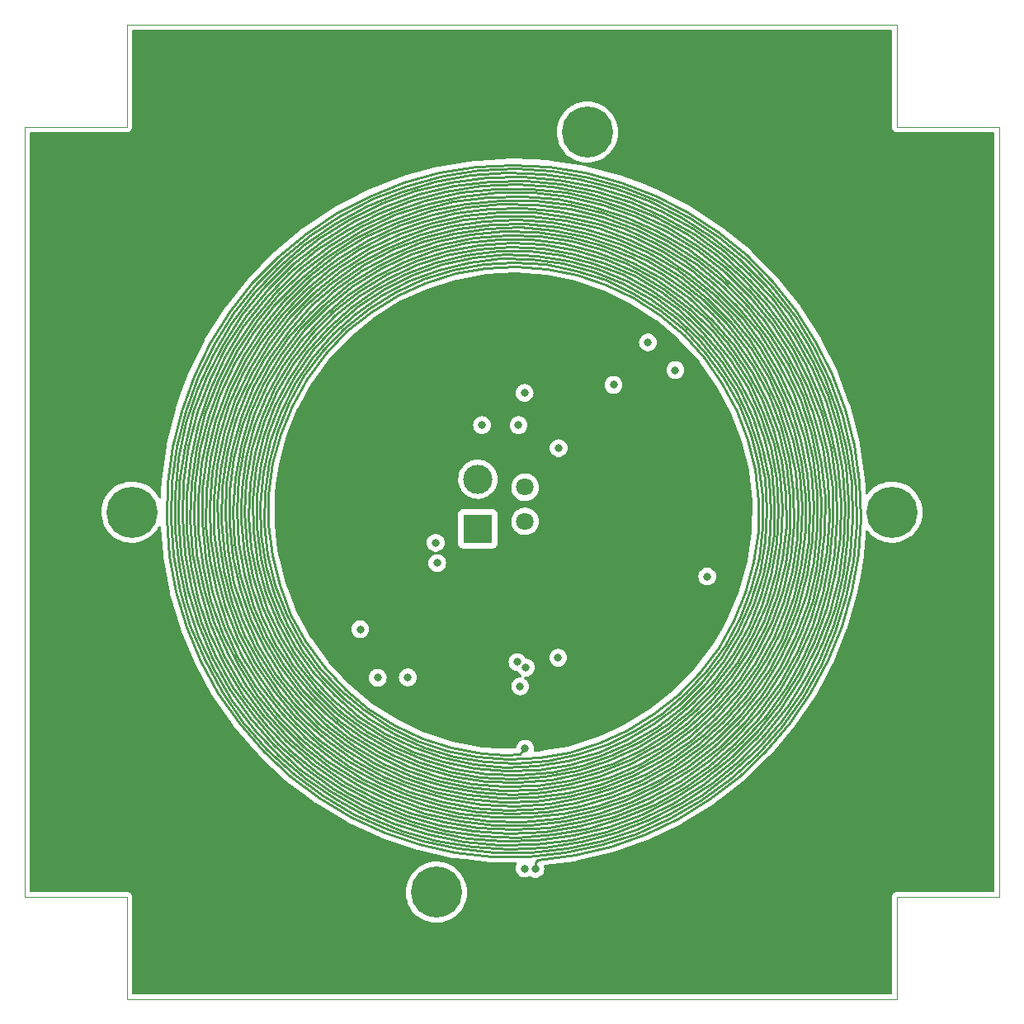
<source format=gbr>
%TF.GenerationSoftware,KiCad,Pcbnew,(6.0.9)*%
%TF.CreationDate,2023-03-20T12:04:43-07:00*%
%TF.ProjectId,solar-panel-side-Z,736f6c61-722d-4706-916e-656c2d736964,3.0*%
%TF.SameCoordinates,Original*%
%TF.FileFunction,Copper,L2,Inr*%
%TF.FilePolarity,Positive*%
%FSLAX46Y46*%
G04 Gerber Fmt 4.6, Leading zero omitted, Abs format (unit mm)*
G04 Created by KiCad (PCBNEW (6.0.9)) date 2023-03-20 12:04:43*
%MOMM*%
%LPD*%
G01*
G04 APERTURE LIST*
%TA.AperFunction,Profile*%
%ADD10C,0.050000*%
%TD*%
%TA.AperFunction,ComponentPad*%
%ADD11R,3.000000X3.000000*%
%TD*%
%TA.AperFunction,ComponentPad*%
%ADD12C,3.000000*%
%TD*%
%TA.AperFunction,ComponentPad*%
%ADD13C,5.250000*%
%TD*%
%TA.AperFunction,ComponentPad*%
%ADD14C,1.800000*%
%TD*%
%TA.AperFunction,ViaPad*%
%ADD15C,0.800000*%
%TD*%
%TA.AperFunction,Conductor*%
%ADD16C,0.250000*%
%TD*%
G04 APERTURE END LIST*
D10*
X99500000Y-45500000D02*
X110000000Y-45500000D01*
X189000000Y-135000000D02*
X110000000Y-135000000D01*
X199500000Y-124500000D02*
X189000000Y-124500000D01*
X189000000Y-45500000D02*
X199500000Y-45500000D01*
X99500000Y-124500000D02*
X99500000Y-45500000D01*
X110000000Y-135000000D02*
X110000000Y-124500000D01*
X110000000Y-35000000D02*
X189000000Y-35000000D01*
X110000000Y-124500000D02*
X99500000Y-124500000D01*
X199500000Y-45500000D02*
X199500000Y-124500000D01*
X189000000Y-35000000D02*
X189000000Y-45500000D01*
X110000000Y-45500000D02*
X110000000Y-35000000D01*
X189000000Y-124500000D02*
X189000000Y-135000000D01*
D11*
%TO.N,Net-(J2-Pad2)*%
%TO.C,J3*%
X146000000Y-86710000D03*
D12*
%TO.N,Net-(J2-Pad1)*%
X146000000Y-81630000D03*
%TD*%
D13*
%TO.N,unconnected-(J4-Pad1)*%
%TO.C,J4*%
X110500000Y-85000000D03*
%TD*%
%TO.N,unconnected-(J5-Pad1)*%
%TO.C,J5*%
X141750000Y-124000000D03*
%TD*%
%TO.N,unconnected-(J6-Pad1)*%
%TO.C,J6*%
X157250000Y-46000000D03*
%TD*%
%TO.N,unconnected-(J7-Pad1)*%
%TO.C,J7*%
X188500000Y-85000000D03*
%TD*%
D14*
%TO.N,Net-(J2-Pad1)*%
%TO.C,J2*%
X150850000Y-82450000D03*
%TO.N,Net-(J2-Pad2)*%
X150850000Y-85950000D03*
%TD*%
D15*
%TO.N,SDA*%
X150185000Y-76075000D03*
%TO.N,SCL*%
X150800000Y-72770000D03*
X141840000Y-90240000D03*
%TO.N,SDA*%
X141680000Y-88150000D03*
X146435000Y-76075000D03*
%TO.N,GND*%
X169600000Y-74390000D03*
X107150000Y-112590000D03*
X137910000Y-86580000D03*
X153250000Y-68510000D03*
X149060000Y-96220000D03*
X145330000Y-69850000D03*
X145290000Y-102160000D03*
X156977500Y-73697500D03*
%TO.N,+3V3*%
X133940000Y-97020000D03*
X169540000Y-91600000D03*
X150340000Y-102880000D03*
X138815000Y-101955000D03*
X154290000Y-78430000D03*
X154250000Y-99940000D03*
X163460000Y-67590000D03*
%TO.N,VSOLAR*%
X135730000Y-101990000D03*
%TO.N,SDA*%
X150940000Y-100960000D03*
%TO.N,SCL*%
X150070000Y-100390000D03*
%TO.N,Net-(U2-Pad7)*%
X150800000Y-121570000D03*
X150850000Y-109290000D03*
X151910000Y-121620000D03*
%TO.N,AGND*%
X166270000Y-70430000D03*
X159930000Y-71950000D03*
%TD*%
D16*
%TO.N,Net-(U2-Pad7)*%
X183785000Y-78225000D02*
X182865000Y-74615000D01*
X142125000Y-114665000D02*
X145575000Y-115315000D01*
X137445000Y-106875000D02*
X140295000Y-108225000D01*
X172435000Y-103335000D02*
X174405000Y-100555000D01*
X176855000Y-84895000D02*
X176635000Y-81575000D01*
X142435000Y-110605000D02*
X145645000Y-111285000D01*
X117325000Y-87065000D02*
X117765000Y-90615000D01*
X171225000Y-58705000D02*
X168265000Y-56535000D01*
X128905000Y-61105000D02*
X126365000Y-63575000D01*
X149425000Y-57365000D02*
X146105000Y-57595000D01*
X162075000Y-54195000D02*
X158645000Y-53015000D01*
X119845000Y-96505000D02*
X121305000Y-99725000D01*
X122715000Y-88655000D02*
X123375000Y-91895000D01*
X120775000Y-94375000D02*
X122055000Y-97625000D01*
X138975000Y-61245000D02*
X136115000Y-62745000D01*
X173725000Y-59305000D02*
X170805000Y-56855000D01*
X117425000Y-92845000D02*
X118495000Y-96335000D01*
X147405000Y-120305000D02*
X151155000Y-120325000D01*
X173035000Y-62565000D02*
X170415000Y-60115000D01*
X123875000Y-105775000D02*
X126275000Y-108425000D01*
X123385000Y-90205000D02*
X124215000Y-93325000D01*
X140055000Y-115335000D02*
X143515000Y-116195000D01*
X152175000Y-120665000D02*
X155945000Y-120175000D01*
X150095000Y-54965000D02*
X146625000Y-55115000D01*
X138635000Y-111425000D02*
X141815000Y-112515000D01*
X131535000Y-58565000D02*
X128725000Y-60735000D01*
X176735000Y-69515000D02*
X174825000Y-66565000D01*
X176255000Y-61335000D02*
X173595000Y-58645000D01*
X162615000Y-112605000D02*
X165675000Y-110935000D01*
X148975000Y-50175000D02*
X145275000Y-50435000D01*
X132005000Y-112955000D02*
X135195000Y-114705000D01*
X121985000Y-103925000D02*
X124235000Y-106835000D01*
X125645000Y-92505000D02*
X126815000Y-95495000D01*
X129715000Y-114325000D02*
X132965000Y-116275000D01*
X174665000Y-109275000D02*
X177115000Y-106445000D01*
X155365000Y-53485000D02*
X151875000Y-53045000D01*
X178555000Y-80865000D02*
X177865000Y-77485000D01*
X172595000Y-63845000D02*
X170055000Y-61385000D01*
X184505000Y-90015000D02*
X184835000Y-86265000D01*
X178775000Y-100145000D02*
X180265000Y-96835000D01*
X181235000Y-83875000D02*
X180905000Y-80325000D01*
X143325000Y-109195000D02*
X146405000Y-109775000D01*
X131125000Y-104215000D02*
X133655000Y-106345000D01*
X158895000Y-54755000D02*
X155445000Y-53905000D01*
X159415000Y-117275000D02*
X162845000Y-116015000D01*
X166755000Y-64885000D02*
X164175000Y-62945000D01*
X132785000Y-54965000D02*
X129665000Y-56945000D01*
X139825000Y-110605000D02*
X143005000Y-111585000D01*
X145055000Y-114435000D02*
X148495000Y-114745000D01*
X158765000Y-53465000D02*
X155215000Y-52645000D01*
X176955000Y-103245000D02*
X178775000Y-100145000D01*
X127215000Y-98785000D02*
X129055000Y-101375000D01*
X156055000Y-60195000D02*
X152955000Y-59585000D01*
X129565000Y-111775000D02*
X132625000Y-113795000D01*
X177145000Y-79705000D02*
X176325000Y-76485000D01*
X170045000Y-112795000D02*
X172905000Y-110435000D01*
X162765000Y-108475000D02*
X165525000Y-106685000D01*
X120215000Y-93945000D02*
X121445000Y-97245000D01*
X173465000Y-93235000D02*
X174315000Y-90125000D01*
X137925000Y-56905000D02*
X134775000Y-58435000D01*
X133535000Y-112475000D02*
X136735000Y-114095000D01*
X142725000Y-113165000D02*
X146085000Y-113765000D01*
X182055000Y-85475000D02*
X181895000Y-81835000D01*
X140665000Y-56755000D02*
X137485000Y-57965000D01*
X128375000Y-56405000D02*
X125495000Y-58795000D01*
X145605000Y-117735000D02*
X149215000Y-117965000D01*
X130155000Y-63745000D02*
X127785000Y-66195000D01*
X143215000Y-55655000D02*
X139885000Y-56585000D01*
X140225000Y-55215000D02*
X136945000Y-56455000D01*
X181915000Y-92885000D02*
X182575000Y-89345000D01*
X116115000Y-86855000D02*
X116515000Y-90435000D01*
X136695000Y-61035000D02*
X133905000Y-62765000D01*
X120055000Y-94745000D02*
X121355000Y-98015000D01*
X173135000Y-60955000D02*
X170365000Y-58535000D01*
X166545000Y-113215000D02*
X169525000Y-111185000D01*
X155875000Y-58495000D02*
X152655000Y-57935000D01*
X119385000Y-75845000D02*
X118555000Y-79325000D01*
X115655000Y-85575000D02*
X115935000Y-89245000D01*
X127115000Y-101475000D02*
X129245000Y-104025000D01*
X126335000Y-95445000D02*
X127855000Y-98285000D01*
X175385000Y-71195000D02*
X173565000Y-68245000D01*
X174775000Y-106165000D02*
X176955000Y-103245000D01*
X140295000Y-118735000D02*
X143945000Y-119525000D01*
X124465000Y-67205000D02*
X122605000Y-70195000D01*
X163255000Y-111845000D02*
X166255000Y-110085000D01*
X115905000Y-78245000D02*
X115385000Y-81915000D01*
X161665000Y-57055000D02*
X158385000Y-55855000D01*
X146555000Y-59555000D02*
X143425000Y-60125000D01*
X122275000Y-88365000D02*
X122875000Y-91565000D01*
X164905000Y-62465000D02*
X162055000Y-60775000D01*
X151995000Y-111045000D02*
X155205000Y-110535000D01*
X120745000Y-78575000D02*
X120205000Y-81975000D01*
X125465000Y-96405000D02*
X127035000Y-99245000D01*
X148135000Y-57005000D02*
X144805000Y-57385000D01*
X153115000Y-110505000D02*
X156255000Y-109865000D01*
X181695000Y-73635000D02*
X180275000Y-70225000D01*
X174075000Y-68275000D02*
X171965000Y-65545000D01*
X177625000Y-102955000D02*
X179415000Y-99775000D01*
X150300000Y-109840000D02*
X150850000Y-109290000D01*
X143545000Y-56405000D02*
X140265000Y-57305000D01*
X175495000Y-107785000D02*
X177795000Y-104855000D01*
X123305000Y-86535000D02*
X123705000Y-89735000D01*
X177145000Y-107055000D02*
X179335000Y-103985000D01*
X131275000Y-65985000D02*
X129095000Y-68375000D01*
X147095000Y-116675000D02*
X150605000Y-116745000D01*
X120855000Y-84825000D02*
X121045000Y-88235000D01*
X116105000Y-83165000D02*
X116115000Y-86855000D01*
X121775000Y-95955000D02*
X123245000Y-99105000D01*
X120055000Y-100775000D02*
X121985000Y-103925000D01*
X142395000Y-59575000D02*
X139335000Y-60655000D01*
X129615000Y-107175000D02*
X132325000Y-109335000D01*
X177115000Y-106445000D02*
X179245000Y-103375000D01*
X168935000Y-114065000D02*
X171925000Y-111825000D01*
X118735000Y-93135000D02*
X119845000Y-96505000D01*
X165455000Y-57155000D02*
X162255000Y-55565000D01*
X155365000Y-112545000D02*
X158625000Y-111645000D01*
X150565000Y-50575000D02*
X146885000Y-50675000D01*
X160765000Y-53265000D02*
X157225000Y-52235000D01*
X125285000Y-98655000D02*
X127115000Y-101475000D01*
X128145000Y-109075000D02*
X130935000Y-111285000D01*
X160255000Y-56915000D02*
X156935000Y-55875000D01*
X145935000Y-110115000D02*
X149155000Y-110365000D01*
X182435000Y-86135000D02*
X182365000Y-82585000D01*
X161955000Y-56745000D02*
X158605000Y-55505000D01*
X119205000Y-93335000D02*
X120355000Y-96715000D01*
X176385000Y-63985000D02*
X173965000Y-61225000D01*
X142495000Y-116805000D02*
X146035000Y-117385000D01*
X131705000Y-106335000D02*
X134355000Y-108285000D01*
X178545000Y-96835000D02*
X179685000Y-93505000D01*
X171965000Y-65545000D02*
X169565000Y-63095000D01*
X177105000Y-87925000D02*
X177255000Y-84625000D01*
X171245000Y-71255000D02*
X169375000Y-68675000D01*
X141685000Y-113725000D02*
X145055000Y-114435000D01*
X139285000Y-109095000D02*
X142405000Y-110185000D01*
X121645000Y-91585000D02*
X122615000Y-94795000D01*
X122075000Y-78145000D02*
X121465000Y-81455000D01*
X119675000Y-85845000D02*
X119985000Y-89325000D01*
X184315000Y-81925000D02*
X183785000Y-78225000D01*
X152175000Y-120665000D02*
X151910000Y-120930000D01*
X122905000Y-62675000D02*
X120665000Y-65675000D01*
X118455000Y-84335000D02*
X118595000Y-87845000D01*
X156175000Y-60645000D02*
X153145000Y-60035000D01*
X161395000Y-61335000D02*
X158395000Y-60065000D01*
X169895000Y-66825000D02*
X167535000Y-64495000D01*
X126435000Y-96575000D02*
X128065000Y-99355000D01*
X149215000Y-117965000D02*
X152845000Y-117795000D01*
X120975000Y-92205000D02*
X122015000Y-95465000D01*
X119385000Y-90575000D02*
X120215000Y-93945000D01*
X164175000Y-62945000D02*
X161395000Y-61335000D01*
X176325000Y-76485000D02*
X175105000Y-73335000D01*
X181805000Y-89045000D02*
X182055000Y-85475000D01*
X121675000Y-85945000D02*
X121995000Y-89255000D01*
X122995000Y-94675000D02*
X124345000Y-97755000D01*
X130865000Y-60035000D02*
X128145000Y-62335000D01*
X175115000Y-94615000D02*
X176085000Y-91475000D01*
X117655000Y-96375000D02*
X119095000Y-99775000D01*
X134815000Y-57955000D02*
X131855000Y-59805000D01*
X122605000Y-70195000D02*
X121105000Y-73365000D01*
X147785000Y-51815000D02*
X144175000Y-52215000D01*
X167535000Y-54195000D02*
X164195000Y-52485000D01*
X115995000Y-74615000D02*
X115095000Y-78225000D01*
X165715000Y-115975000D02*
X168935000Y-114065000D01*
X124495000Y-76925000D02*
X123705000Y-80065000D01*
X129105000Y-62535000D02*
X126695000Y-65005000D01*
X172595000Y-74615000D02*
X171095000Y-71815000D01*
X182715000Y-82045000D02*
X182195000Y-78435000D01*
X162055000Y-60775000D02*
X159055000Y-59455000D01*
X179805000Y-91335000D02*
X180325000Y-87875000D01*
X155445000Y-53905000D02*
X151925000Y-53445000D01*
X139135000Y-58565000D02*
X136075000Y-60005000D01*
X183505000Y-88225000D02*
X183655000Y-84505000D01*
X128925000Y-101845000D02*
X131125000Y-104215000D01*
X123025000Y-72945000D02*
X121815000Y-76105000D01*
X180405000Y-74805000D02*
X179095000Y-71475000D01*
X124345000Y-97755000D02*
X126035000Y-100635000D01*
X121405000Y-100735000D02*
X123345000Y-103775000D01*
X169075000Y-63185000D02*
X166275000Y-60985000D01*
X142035000Y-50185000D02*
X138415000Y-51175000D01*
X171095000Y-71815000D02*
X169265000Y-69195000D01*
X163615000Y-114345000D02*
X166765000Y-112615000D01*
X143205000Y-51165000D02*
X139595000Y-52055000D01*
X158705000Y-113305000D02*
X161925000Y-112045000D01*
X124525000Y-83145000D02*
X124505000Y-86335000D01*
X176555000Y-91215000D02*
X177105000Y-87925000D01*
X178575000Y-91335000D02*
X179115000Y-87905000D01*
X118375000Y-75035000D02*
X117475000Y-78545000D01*
X140265000Y-57305000D02*
X137085000Y-58595000D01*
X147985000Y-52205000D02*
X144395000Y-52585000D01*
X156775000Y-111795000D02*
X159925000Y-110735000D01*
X164945000Y-110445000D02*
X167805000Y-108475000D01*
X135885000Y-109665000D02*
X138915000Y-111105000D01*
X149875000Y-49765000D02*
X146145000Y-49935000D01*
X116515000Y-90435000D02*
X117325000Y-94035000D01*
X171625000Y-106665000D02*
X173945000Y-104005000D01*
X131565000Y-61515000D02*
X129005000Y-63725000D01*
X136645000Y-60605000D02*
X133805000Y-62345000D01*
X176885000Y-76945000D02*
X175735000Y-73765000D01*
X121445000Y-97245000D02*
X123025000Y-100345000D01*
X130045000Y-57165000D02*
X127145000Y-59455000D01*
X128245000Y-66275000D02*
X126185000Y-68935000D01*
X154175000Y-116415000D02*
X157695000Y-115685000D01*
X178315000Y-68245000D02*
X176315000Y-65215000D01*
X179125000Y-77565000D02*
X178085000Y-74245000D01*
X152875000Y-112155000D02*
X156155000Y-111545000D01*
X172385000Y-72385000D02*
X170665000Y-69685000D01*
X114585000Y-81905000D02*
X114465000Y-85675000D01*
X174735000Y-99215000D02*
X176225000Y-96165000D01*
X155835000Y-118165000D02*
X159415000Y-117275000D01*
X173945000Y-104005000D02*
X175935000Y-101125000D01*
X148715000Y-113155000D02*
X152065000Y-113045000D01*
X166915000Y-114855000D02*
X170045000Y-112795000D01*
X125055000Y-102035000D02*
X127185000Y-104725000D01*
X150925000Y-50985000D02*
X147235000Y-51045000D01*
X123025000Y-100345000D02*
X124965000Y-103275000D01*
X119985000Y-69155000D02*
X118445000Y-72475000D01*
X126185000Y-68935000D02*
X124445000Y-71845000D01*
X120955000Y-64545000D02*
X118955000Y-67705000D01*
X174655000Y-109855000D02*
X177145000Y-107055000D01*
X141575000Y-58145000D02*
X138425000Y-59305000D01*
X139645000Y-59235000D02*
X136645000Y-60605000D01*
X129035000Y-103195000D02*
X131375000Y-105525000D01*
X156565000Y-118835000D02*
X160155000Y-117885000D01*
X178945000Y-101525000D02*
X180575000Y-98205000D01*
X183435000Y-75115000D02*
X182185000Y-71565000D01*
X118875000Y-101115000D02*
X120795000Y-104315000D01*
X149505000Y-115965000D02*
X153035000Y-115765000D01*
X160985000Y-51655000D02*
X157355000Y-50625000D01*
X135635000Y-114475000D02*
X138955000Y-115815000D01*
X176425000Y-83855000D02*
X176095000Y-80635000D01*
X164845000Y-105695000D02*
X167345000Y-103585000D01*
X160675000Y-51125000D02*
X156985000Y-50135000D01*
X160085000Y-113245000D02*
X163255000Y-111845000D01*
X137485000Y-57965000D02*
X134415000Y-59565000D01*
X122975000Y-72105000D02*
X121665000Y-75285000D01*
X176675000Y-71075000D02*
X174885000Y-68045000D01*
X120835000Y-89605000D02*
X121585000Y-92925000D01*
X114685000Y-78235000D02*
X114175000Y-81965000D01*
X167355000Y-111275000D02*
X170175000Y-109115000D01*
X173765000Y-63955000D02*
X171295000Y-61415000D01*
X115585000Y-74585000D02*
X114685000Y-78235000D01*
X125895000Y-58965000D02*
X123295000Y-61605000D01*
X180095000Y-103515000D02*
X181875000Y-100195000D01*
X169195000Y-102825000D02*
X171235000Y-100275000D01*
X118885000Y-83575000D02*
X118935000Y-87105000D01*
X153495000Y-112475000D02*
X156775000Y-111795000D01*
X126055000Y-102055000D02*
X128215000Y-104675000D01*
X148215000Y-119145000D02*
X151925000Y-119075000D01*
X168505000Y-58145000D02*
X165485000Y-56255000D01*
X158925000Y-58135000D02*
X155665000Y-57215000D01*
X120065000Y-85405000D02*
X120315000Y-88835000D01*
X177585000Y-83045000D02*
X177145000Y-79705000D01*
X149755000Y-59365000D02*
X146555000Y-59555000D01*
X167345000Y-107305000D02*
X169845000Y-105045000D01*
X172255000Y-96155000D02*
X173465000Y-93235000D01*
X133225000Y-61775000D02*
X130615000Y-63865000D01*
X151535000Y-54625000D02*
X148055000Y-54605000D01*
X171355000Y-60395000D02*
X168505000Y-58145000D01*
X173395000Y-106535000D02*
X175635000Y-103745000D01*
X120205000Y-81975000D02*
X120065000Y-85405000D01*
X157655000Y-54815000D02*
X154215000Y-54105000D01*
X164705000Y-112435000D02*
X167705000Y-110545000D01*
X148615000Y-56185000D02*
X145225000Y-56505000D01*
X145145000Y-59355000D02*
X141995000Y-60115000D01*
X160815000Y-116385000D02*
X164175000Y-114965000D01*
X168265000Y-56535000D02*
X165085000Y-54685000D01*
X166905000Y-60935000D02*
X163995000Y-59085000D01*
X119795000Y-67845000D02*
X118125000Y-71165000D01*
X171555000Y-105575000D02*
X173755000Y-102935000D01*
X175565000Y-61765000D02*
X172875000Y-59075000D01*
X122915000Y-66635000D02*
X121035000Y-69735000D01*
X164995000Y-113185000D02*
X168035000Y-111285000D01*
X115095000Y-78225000D02*
X114585000Y-81905000D01*
X130105000Y-114105000D02*
X133335000Y-116015000D01*
X166575000Y-116425000D02*
X169815000Y-114435000D01*
X175755000Y-67185000D02*
X173575000Y-64345000D01*
X125335000Y-105655000D02*
X127825000Y-108245000D01*
X128485000Y-71285000D02*
X126925000Y-74095000D01*
X137515000Y-109165000D02*
X140535000Y-110435000D01*
X174015000Y-62435000D02*
X171335000Y-59845000D01*
X177205000Y-96925000D02*
X178395000Y-93645000D01*
X124085000Y-86195000D02*
X124445000Y-89355000D01*
X179795000Y-72065000D02*
X178175000Y-68805000D01*
X185255000Y-85645000D02*
X185105000Y-81785000D01*
X184345000Y-93045000D02*
X184995000Y-89345000D01*
X130825000Y-61585000D02*
X128255000Y-63905000D01*
X143425000Y-60125000D02*
X140395000Y-61085000D01*
X132325000Y-109335000D02*
X135295000Y-111165000D01*
X136595000Y-55295000D02*
X133405000Y-56905000D01*
X131535000Y-54305000D02*
X128375000Y-56405000D01*
X119925000Y-99645000D02*
X121725000Y-102815000D01*
X128965000Y-69185000D02*
X127175000Y-71865000D01*
X178425000Y-86265000D02*
X178375000Y-82865000D01*
X164195000Y-52485000D02*
X160675000Y-51125000D01*
X169235000Y-112395000D02*
X172085000Y-110105000D01*
X164165000Y-61035000D02*
X161205000Y-59475000D01*
X163385000Y-58305000D02*
X160255000Y-56915000D01*
X120795000Y-104315000D02*
X123025000Y-107265000D01*
X118455000Y-89895000D02*
X119205000Y-93335000D01*
X167705000Y-110545000D02*
X170485000Y-108315000D01*
X168005000Y-60255000D02*
X165055000Y-58315000D01*
X178085000Y-89635000D02*
X178425000Y-86265000D01*
X167475000Y-57935000D02*
X164405000Y-56135000D01*
X168485000Y-59115000D02*
X165455000Y-57155000D01*
X129695000Y-100885000D02*
X131835000Y-103235000D01*
X138565000Y-116105000D02*
X142055000Y-117115000D01*
X168935000Y-102515000D02*
X170955000Y-99975000D01*
X118215000Y-78965000D02*
X117745000Y-82515000D01*
X135245000Y-110685000D02*
X138355000Y-112175000D01*
X158615000Y-57605000D02*
X155365000Y-56745000D01*
X155255000Y-54685000D02*
X151715000Y-54235000D01*
X178545000Y-66335000D02*
X176355000Y-63315000D01*
X133895000Y-55725000D02*
X130755000Y-57645000D01*
X130365000Y-58915000D02*
X127595000Y-61205000D01*
X128875000Y-66765000D02*
X126835000Y-69405000D01*
X165675000Y-110935000D02*
X168545000Y-108905000D01*
X158445000Y-112125000D02*
X161605000Y-110875000D01*
X181875000Y-72965000D02*
X180395000Y-69565000D01*
X162925000Y-109305000D02*
X165735000Y-107525000D01*
X128195000Y-111215000D02*
X131145000Y-113355000D01*
X133025000Y-63925000D02*
X130575000Y-66115000D01*
X173535000Y-70385000D02*
X171645000Y-67665000D01*
X131165000Y-110465000D02*
X134155000Y-112365000D01*
X133745000Y-105905000D02*
X136445000Y-107685000D01*
X149515000Y-49365000D02*
X145785000Y-49575000D01*
X144965000Y-114015000D02*
X148365000Y-114345000D01*
X175985000Y-66825000D02*
X173765000Y-63955000D01*
X125165000Y-93615000D02*
X126435000Y-96575000D01*
X126665000Y-66285000D02*
X124635000Y-69105000D01*
X170175000Y-109115000D02*
X172755000Y-106635000D01*
X121585000Y-92925000D02*
X122715000Y-96145000D01*
X175045000Y-93625000D02*
X175905000Y-90445000D01*
X161465000Y-108715000D02*
X164245000Y-107095000D01*
X171115000Y-58105000D02*
X168075000Y-55935000D01*
X153145000Y-60035000D02*
X149885000Y-59785000D01*
X123085000Y-76075000D02*
X122215000Y-79345000D01*
X172875000Y-59075000D02*
X169995000Y-56755000D01*
X130525000Y-110495000D02*
X133535000Y-112475000D01*
X122825000Y-78445000D02*
X122235000Y-81785000D01*
X123305000Y-83275000D02*
X123305000Y-86535000D01*
X161725000Y-110375000D02*
X164645000Y-108745000D01*
X123795000Y-75275000D02*
X122825000Y-78445000D01*
X168035000Y-111285000D02*
X170845000Y-109065000D01*
X170365000Y-58535000D02*
X167375000Y-56435000D01*
X183515000Y-93075000D02*
X184185000Y-89365000D01*
X122765000Y-70745000D02*
X121305000Y-73955000D01*
X144395000Y-52585000D02*
X140875000Y-53355000D01*
X181565000Y-71125000D02*
X179895000Y-67785000D01*
X146855000Y-112635000D02*
X150185000Y-112755000D01*
X127045000Y-69805000D02*
X125375000Y-72665000D01*
X174245000Y-74355000D02*
X172775000Y-71455000D01*
X125975000Y-66515000D02*
X123995000Y-69385000D01*
X131855000Y-59805000D02*
X129095000Y-62005000D01*
X180815000Y-86575000D02*
X180785000Y-82965000D01*
X176675000Y-88145000D02*
X176855000Y-84895000D01*
X176225000Y-96165000D02*
X177345000Y-92965000D01*
X151395000Y-119915000D02*
X155135000Y-119505000D01*
X128245000Y-57505000D02*
X125435000Y-59945000D01*
X151525000Y-59035000D02*
X148315000Y-58995000D01*
X137335000Y-113915000D02*
X140675000Y-115105000D01*
X173925000Y-71855000D02*
X172165000Y-69035000D01*
X133405000Y-56905000D02*
X130365000Y-58915000D01*
X143685000Y-60505000D02*
X140615000Y-61465000D01*
X165555000Y-109105000D02*
X168265000Y-107065000D01*
X158485000Y-109995000D02*
X161465000Y-108715000D01*
X120435000Y-73975000D02*
X119385000Y-77345000D01*
X177345000Y-92965000D02*
X178085000Y-89635000D01*
X155175000Y-112995000D02*
X158445000Y-112125000D01*
X130935000Y-111285000D02*
X134015000Y-113205000D01*
X118605000Y-94135000D02*
X119825000Y-97525000D01*
X137525000Y-107825000D02*
X140465000Y-109135000D01*
X123965000Y-80915000D02*
X123665000Y-84145000D01*
X129905000Y-108995000D02*
X132825000Y-111105000D01*
X144585000Y-54985000D02*
X141195000Y-55755000D01*
X180355000Y-79465000D02*
X179525000Y-76015000D01*
X135895000Y-112825000D02*
X139135000Y-114185000D01*
X120355000Y-96715000D02*
X121865000Y-99915000D01*
X158315000Y-109635000D02*
X161295000Y-108355000D01*
X182575000Y-89345000D02*
X182845000Y-85665000D01*
X170665000Y-69685000D02*
X168585000Y-67175000D01*
X118525000Y-71245000D02*
X117235000Y-74675000D01*
X119975000Y-76685000D02*
X119235000Y-80085000D01*
X176505000Y-92985000D02*
X177255000Y-89745000D01*
X176365000Y-97815000D02*
X177655000Y-94635000D01*
X133335000Y-116015000D02*
X136735000Y-117555000D01*
X183295000Y-96695000D02*
X184345000Y-93045000D01*
X177875000Y-64635000D02*
X175565000Y-61765000D01*
X116975000Y-82115000D02*
X116865000Y-85715000D01*
X166385000Y-64055000D02*
X163715000Y-62175000D01*
X180345000Y-94105000D02*
X181165000Y-90625000D01*
X176065000Y-97505000D02*
X177325000Y-94375000D01*
X139885000Y-56585000D02*
X136665000Y-57905000D01*
X130545000Y-108485000D02*
X133395000Y-110515000D01*
X175615000Y-63675000D02*
X173135000Y-60955000D01*
X118935000Y-87105000D02*
X119385000Y-90575000D01*
X178495000Y-66995000D02*
X176385000Y-63985000D01*
X142985000Y-114455000D02*
X146395000Y-115005000D01*
X158485000Y-112955000D02*
X161715000Y-111705000D01*
X119655000Y-71665000D02*
X118375000Y-75035000D01*
X157315000Y-117435000D02*
X160815000Y-116385000D01*
X134275000Y-105305000D02*
X136955000Y-107055000D01*
X124605000Y-69925000D02*
X123025000Y-72945000D01*
X170275000Y-102185000D02*
X172215000Y-99525000D01*
X175365000Y-96145000D02*
X176505000Y-92985000D01*
X157225000Y-52235000D02*
X153635000Y-51605000D01*
X143635000Y-119875000D02*
X147405000Y-120305000D01*
X184995000Y-89345000D02*
X185255000Y-85645000D01*
X175245000Y-78535000D02*
X174275000Y-75475000D01*
X175105000Y-73335000D02*
X173535000Y-70385000D01*
X159275000Y-108835000D02*
X162195000Y-107415000D01*
X138405000Y-112625000D02*
X141685000Y-113725000D01*
X172955000Y-105825000D02*
X175175000Y-103015000D01*
X127825000Y-108245000D02*
X130525000Y-110495000D01*
X122185000Y-102785000D02*
X124325000Y-105695000D01*
X142795000Y-117685000D02*
X146435000Y-118225000D01*
X166765000Y-112615000D02*
X169715000Y-110535000D01*
X116825000Y-74655000D02*
X115905000Y-78245000D01*
X127185000Y-104725000D02*
X129615000Y-107175000D01*
X174795000Y-78385000D02*
X173775000Y-75305000D01*
X171925000Y-111825000D02*
X174665000Y-109275000D01*
X121305000Y-73955000D02*
X120235000Y-77245000D01*
X175215000Y-86525000D02*
X175195000Y-83305000D01*
X148785000Y-111155000D02*
X151995000Y-111045000D01*
X123965000Y-97905000D02*
X125675000Y-100815000D01*
X162145000Y-118025000D02*
X165615000Y-116475000D01*
X136425000Y-112195000D02*
X139615000Y-113505000D01*
X121865000Y-70735000D02*
X120435000Y-73975000D01*
X145975000Y-115765000D02*
X149505000Y-115965000D01*
X182745000Y-77195000D02*
X181695000Y-73635000D01*
X177325000Y-94375000D02*
X178225000Y-91065000D01*
X179685000Y-93505000D02*
X180445000Y-90085000D01*
X156475000Y-115165000D02*
X159875000Y-114175000D01*
X116595000Y-92835000D02*
X117655000Y-96375000D01*
X151795000Y-114275000D02*
X155245000Y-113795000D01*
X173765000Y-97645000D02*
X175115000Y-94615000D01*
X115535000Y-89275000D02*
X116205000Y-92915000D01*
X181585000Y-87075000D02*
X181615000Y-83485000D01*
X161925000Y-112045000D02*
X164945000Y-110445000D01*
X165085000Y-62105000D02*
X162215000Y-60405000D01*
X179135000Y-97495000D02*
X180345000Y-94105000D01*
X122215000Y-79345000D02*
X121755000Y-82575000D01*
X152735000Y-50305000D02*
X148975000Y-50175000D01*
X143695000Y-111335000D02*
X146965000Y-111845000D01*
X177275000Y-73295000D02*
X175735000Y-70175000D01*
X165055000Y-58315000D02*
X161955000Y-56745000D01*
X158605000Y-55505000D02*
X155255000Y-54685000D01*
X135035000Y-64445000D02*
X132575000Y-66445000D01*
X177795000Y-104855000D02*
X179765000Y-101695000D01*
X175485000Y-88005000D02*
X175655000Y-84795000D01*
X123635000Y-67715000D02*
X121865000Y-70735000D01*
X178845000Y-84285000D02*
X178555000Y-80865000D01*
X133965000Y-107545000D02*
X136855000Y-109275000D01*
X175735000Y-73765000D02*
X174225000Y-70765000D01*
X170415000Y-62785000D02*
X167705000Y-60525000D01*
X124885000Y-89455000D02*
X125645000Y-92505000D01*
X117635000Y-79955000D02*
X117285000Y-83485000D01*
X174875000Y-105405000D02*
X176945000Y-102525000D01*
X121815000Y-76105000D02*
X120975000Y-79415000D01*
X153035000Y-115765000D02*
X156475000Y-115165000D01*
X126275000Y-108425000D02*
X129025000Y-110855000D01*
X155355000Y-114185000D02*
X158705000Y-113305000D01*
X161035000Y-114595000D02*
X164315000Y-113095000D01*
X124965000Y-103275000D02*
X127225000Y-105965000D01*
X129095000Y-68375000D02*
X127205000Y-71035000D01*
X127095000Y-111865000D02*
X130105000Y-114105000D01*
X167125000Y-66865000D02*
X164705000Y-64825000D01*
X165385000Y-57575000D02*
X162225000Y-55985000D01*
X170055000Y-61385000D02*
X167255000Y-59225000D01*
X144865000Y-118445000D02*
X148505000Y-118755000D01*
X122655000Y-74905000D02*
X121655000Y-78165000D01*
X121725000Y-102815000D02*
X123875000Y-105775000D01*
X119555000Y-80645000D02*
X119265000Y-84095000D01*
X151355000Y-58225000D02*
X148105000Y-58205000D01*
X140615000Y-61465000D02*
X137785000Y-62745000D01*
X126815000Y-95495000D02*
X128325000Y-98275000D01*
X128365000Y-108195000D02*
X131165000Y-110465000D01*
X124505000Y-86335000D02*
X124885000Y-89455000D01*
X164175000Y-114965000D02*
X167375000Y-113175000D01*
X179215000Y-79905000D02*
X178435000Y-76545000D01*
X173775000Y-75305000D02*
X172385000Y-72385000D01*
X168025000Y-104585000D02*
X170275000Y-102185000D01*
X172795000Y-112135000D02*
X175525000Y-109525000D01*
X129765000Y-108365000D02*
X132575000Y-110465000D01*
X178995000Y-81055000D02*
X178315000Y-77635000D01*
X114355000Y-89525000D02*
X115035000Y-93195000D01*
X174045000Y-92825000D02*
X174825000Y-89715000D01*
X164865000Y-54125000D02*
X161475000Y-52675000D01*
X142335000Y-57515000D02*
X139135000Y-58565000D01*
X146775000Y-59965000D02*
X143685000Y-60505000D01*
X166875000Y-105095000D02*
X169195000Y-102825000D01*
X169845000Y-105045000D02*
X172065000Y-102515000D01*
X145635000Y-56845000D02*
X142335000Y-57515000D01*
X184035000Y-83855000D02*
X183715000Y-80185000D01*
X169025000Y-107995000D02*
X171555000Y-105575000D01*
X177025000Y-105235000D02*
X179045000Y-102155000D01*
X162225000Y-55985000D02*
X158895000Y-54755000D01*
X141815000Y-112515000D02*
X145105000Y-113225000D01*
X146965000Y-111845000D02*
X150245000Y-111955000D01*
X164055000Y-105725000D02*
X166555000Y-103735000D01*
X148325000Y-52995000D02*
X144755000Y-53335000D01*
X117285000Y-83485000D02*
X117325000Y-87065000D01*
X114065000Y-85745000D02*
X114355000Y-89525000D01*
X139335000Y-60655000D02*
X136435000Y-62095000D01*
X153745000Y-118095000D02*
X157315000Y-117435000D01*
X132255000Y-104165000D02*
X134785000Y-106165000D01*
X132825000Y-111105000D02*
X135895000Y-112825000D01*
X122015000Y-95465000D02*
X123415000Y-98575000D01*
X122195000Y-64885000D02*
X120195000Y-67955000D01*
X173835000Y-67245000D02*
X171635000Y-64575000D01*
X149155000Y-110365000D02*
X152335000Y-110195000D01*
X171155000Y-106565000D02*
X173495000Y-103925000D01*
X137995000Y-56445000D02*
X134815000Y-57955000D01*
X154195000Y-52885000D02*
X150615000Y-52575000D01*
X173695000Y-77555000D02*
X172595000Y-74615000D01*
X149915000Y-110765000D02*
X153115000Y-110505000D01*
X169095000Y-112985000D02*
X172015000Y-110695000D01*
X172905000Y-110435000D02*
X175495000Y-107785000D01*
X140605000Y-53015000D02*
X137175000Y-54185000D01*
X144195000Y-116725000D02*
X147715000Y-117115000D01*
X142425000Y-50505000D02*
X138805000Y-51465000D01*
X152845000Y-117795000D02*
X156445000Y-117225000D01*
X171295000Y-61415000D02*
X168485000Y-59115000D01*
X143945000Y-119525000D02*
X147655000Y-119915000D01*
X143545000Y-112125000D02*
X146855000Y-112635000D01*
X120245000Y-78975000D02*
X119765000Y-82405000D01*
X131205000Y-64415000D02*
X128875000Y-66765000D01*
X172085000Y-110105000D02*
X174685000Y-107485000D01*
X172895000Y-95785000D02*
X174045000Y-92825000D01*
X121445000Y-88165000D02*
X122015000Y-91425000D01*
X168405000Y-59555000D02*
X165385000Y-57575000D01*
X173975000Y-99725000D02*
X175545000Y-96725000D01*
X179065000Y-73455000D02*
X177585000Y-70225000D01*
X174685000Y-107485000D02*
X176985000Y-104615000D01*
X158765000Y-118715000D02*
X162335000Y-117525000D01*
X159875000Y-114175000D02*
X163105000Y-112815000D01*
X116315000Y-78255000D02*
X115785000Y-81935000D01*
X151865000Y-113465000D02*
X155175000Y-112995000D01*
X147035000Y-52665000D02*
X143455000Y-53155000D01*
X174225000Y-70765000D02*
X172365000Y-67945000D01*
X178435000Y-76545000D02*
X177275000Y-73295000D01*
X116115000Y-96815000D02*
X117565000Y-100285000D01*
X121495000Y-106645000D02*
X123975000Y-109505000D01*
X151910000Y-120930000D02*
X151910000Y-121620000D01*
X119065000Y-75525000D02*
X118215000Y-78965000D01*
X128255000Y-63905000D02*
X125975000Y-66515000D01*
X160845000Y-61515000D02*
X157815000Y-60295000D01*
X116495000Y-79505000D02*
X116105000Y-83165000D01*
X118445000Y-72475000D02*
X117275000Y-75935000D01*
X158625000Y-111645000D02*
X161725000Y-110375000D01*
X134575000Y-53585000D02*
X131315000Y-55375000D01*
X170075000Y-103035000D02*
X172075000Y-100465000D01*
X116125000Y-94215000D02*
X117315000Y-97725000D01*
X170085000Y-64695000D02*
X167575000Y-62445000D01*
X163715000Y-62175000D02*
X160785000Y-60605000D01*
X177985000Y-86925000D02*
X178015000Y-83545000D01*
X119885000Y-91045000D02*
X120775000Y-94375000D01*
X166165000Y-114365000D02*
X169235000Y-112395000D01*
X162155000Y-54655000D02*
X158765000Y-53465000D01*
X121705000Y-84595000D02*
X121675000Y-85945000D01*
X123375000Y-91895000D02*
X124405000Y-94995000D01*
X156935000Y-55875000D02*
X153555000Y-55225000D01*
X169525000Y-111185000D02*
X172285000Y-108825000D01*
X181245000Y-79925000D02*
X180485000Y-76445000D01*
X177655000Y-94635000D02*
X178575000Y-91335000D01*
X185105000Y-81785000D02*
X184565000Y-78055000D01*
X133035000Y-107865000D02*
X135885000Y-109665000D01*
X160785000Y-60605000D02*
X157725000Y-59425000D01*
X175505000Y-105905000D02*
X177625000Y-102955000D01*
X181085000Y-73135000D02*
X179595000Y-69765000D01*
X152315000Y-56695000D02*
X149005000Y-56575000D01*
X155205000Y-110535000D02*
X158315000Y-109635000D01*
X124445000Y-71845000D02*
X123075000Y-74915000D01*
X152655000Y-57935000D02*
X149365000Y-57765000D01*
X153555000Y-55225000D02*
X150095000Y-54965000D01*
X179245000Y-84405000D02*
X178995000Y-81055000D01*
X183155000Y-87545000D02*
X183235000Y-83895000D01*
X136345000Y-110815000D02*
X139485000Y-112185000D01*
X146335000Y-51525000D02*
X142695000Y-52085000D01*
X123145000Y-78815000D02*
X122605000Y-82065000D01*
X182865000Y-74615000D02*
X181565000Y-71125000D01*
X154215000Y-54105000D02*
X150685000Y-53785000D01*
X115785000Y-81935000D02*
X115655000Y-85575000D01*
X134745000Y-57085000D02*
X131705000Y-58935000D01*
X122175000Y-69325000D02*
X120595000Y-72505000D01*
X164065000Y-106735000D02*
X166655000Y-104755000D01*
X136945000Y-56455000D02*
X133815000Y-58065000D01*
X174285000Y-94545000D02*
X175275000Y-91415000D01*
X159155000Y-59065000D02*
X156015000Y-58115000D01*
X180855000Y-96395000D02*
X181915000Y-92885000D01*
X129025000Y-110855000D02*
X132005000Y-112955000D01*
X140875000Y-53355000D02*
X137455000Y-54505000D01*
X176995000Y-81255000D02*
X176355000Y-78025000D01*
X131255000Y-103785000D02*
X133745000Y-105905000D01*
X118955000Y-67705000D02*
X117295000Y-71075000D01*
X174455000Y-80645000D02*
X173695000Y-77555000D01*
X176025000Y-78355000D02*
X175015000Y-75185000D01*
X180575000Y-68185000D02*
X178635000Y-65015000D01*
X135295000Y-52815000D02*
X131945000Y-54525000D01*
X137375000Y-116945000D02*
X140925000Y-118075000D01*
X166275000Y-60985000D02*
X163425000Y-59235000D01*
X164405000Y-56135000D02*
X161155000Y-54685000D01*
X139345000Y-109555000D02*
X142435000Y-110605000D01*
X124215000Y-93325000D02*
X125465000Y-96405000D01*
X148055000Y-54605000D02*
X144585000Y-54985000D01*
X119265000Y-84095000D02*
X119375000Y-87595000D01*
X150835000Y-55395000D02*
X147395000Y-55445000D01*
X175845000Y-73025000D02*
X174245000Y-70015000D01*
X117995000Y-74915000D02*
X117095000Y-78425000D01*
X117275000Y-75935000D02*
X116495000Y-79505000D01*
X127205000Y-71035000D02*
X125675000Y-73885000D01*
X118725000Y-80795000D02*
X118455000Y-84335000D01*
X125385000Y-76765000D02*
X124555000Y-79875000D01*
X154565000Y-51325000D02*
X150925000Y-50985000D01*
X166265000Y-64985000D02*
X163665000Y-63085000D01*
X176315000Y-65215000D02*
X174015000Y-62435000D01*
X116205000Y-92915000D02*
X117265000Y-96475000D01*
X129425000Y-58115000D02*
X126645000Y-60445000D01*
X123415000Y-98575000D02*
X125175000Y-101505000D01*
X158645000Y-53015000D02*
X155065000Y-52215000D01*
X125185000Y-72165000D02*
X123795000Y-75275000D01*
X182845000Y-85665000D02*
X182715000Y-82045000D01*
X146945000Y-55885000D02*
X143545000Y-56405000D01*
X126785000Y-109465000D02*
X129565000Y-111775000D01*
X125915000Y-105715000D02*
X128365000Y-108195000D01*
X125605000Y-62625000D02*
X123295000Y-65415000D01*
X141275000Y-117755000D02*
X144865000Y-118445000D01*
X151645000Y-52225000D02*
X147985000Y-52205000D01*
X138245000Y-117685000D02*
X141795000Y-118695000D01*
X159055000Y-59455000D02*
X155875000Y-58495000D01*
X125375000Y-72665000D02*
X124075000Y-75675000D01*
X147685000Y-116315000D02*
X151225000Y-116315000D01*
X143005000Y-111585000D02*
X146275000Y-112175000D01*
X128215000Y-60115000D02*
X125605000Y-62625000D01*
X118125000Y-82785000D02*
X118095000Y-86415000D01*
X172075000Y-100465000D02*
X173765000Y-97645000D01*
X163155000Y-118055000D02*
X166575000Y-116425000D01*
X142495000Y-115165000D02*
X145975000Y-115765000D01*
X174665000Y-108105000D02*
X177025000Y-105235000D01*
X167695000Y-63055000D02*
X164975000Y-61075000D01*
X117225000Y-72295000D02*
X116065000Y-75815000D01*
X114465000Y-85675000D02*
X114745000Y-89415000D01*
X127565000Y-100735000D02*
X129675000Y-103305000D01*
X173645000Y-72185000D02*
X171925000Y-69385000D01*
X156255000Y-109865000D02*
X159275000Y-108835000D01*
X159605000Y-119305000D02*
X163155000Y-118055000D01*
X168265000Y-107065000D02*
X170725000Y-104705000D01*
X128055000Y-103295000D02*
X130385000Y-105715000D01*
X121665000Y-75285000D02*
X120745000Y-78575000D01*
X127855000Y-98285000D02*
X129695000Y-100885000D01*
X129675000Y-103305000D02*
X132065000Y-105595000D01*
X122375000Y-72435000D02*
X121125000Y-75635000D01*
X179605000Y-83345000D02*
X179215000Y-79905000D01*
X142085000Y-112175000D02*
X145385000Y-112865000D01*
X180395000Y-69565000D02*
X178545000Y-66335000D01*
X139615000Y-113505000D02*
X142985000Y-114455000D01*
X123015000Y-105985000D02*
X125435000Y-108715000D01*
X148505000Y-118755000D02*
X152125000Y-118665000D01*
X133745000Y-63875000D02*
X131275000Y-65985000D01*
X178615000Y-64295000D02*
X176255000Y-61335000D01*
X137725000Y-116655000D02*
X141275000Y-117755000D01*
X137235000Y-114745000D02*
X140595000Y-115915000D01*
X183645000Y-74425000D02*
X182315000Y-70845000D01*
X176355000Y-63315000D02*
X173885000Y-60575000D01*
X168485000Y-57645000D02*
X165345000Y-55725000D01*
X151395000Y-51815000D02*
X147785000Y-51815000D01*
X117325000Y-94035000D02*
X118495000Y-97455000D01*
X127175000Y-71865000D02*
X125725000Y-74755000D01*
X158055000Y-58265000D02*
X154775000Y-57445000D01*
X120955000Y-68235000D02*
X119285000Y-71505000D01*
X149365000Y-57765000D02*
X146035000Y-58005000D01*
X140395000Y-61085000D02*
X137525000Y-62415000D01*
X159515000Y-112175000D02*
X162635000Y-110815000D01*
X174405000Y-100555000D02*
X176065000Y-97505000D01*
X175275000Y-91415000D02*
X175865000Y-88225000D01*
X171145000Y-61825000D02*
X168405000Y-59555000D01*
X161025000Y-55925000D02*
X157655000Y-54815000D01*
X143455000Y-53155000D02*
X139975000Y-54035000D01*
X137525000Y-62415000D02*
X134785000Y-64105000D01*
X144755000Y-53335000D02*
X141245000Y-54085000D01*
X183655000Y-84505000D02*
X183395000Y-80815000D01*
X134345000Y-115185000D02*
X137725000Y-116655000D01*
X182035000Y-95415000D02*
X182965000Y-91855000D01*
X118395000Y-76395000D02*
X117635000Y-79955000D01*
X172165000Y-69035000D02*
X170085000Y-66435000D01*
X178395000Y-93645000D02*
X179195000Y-90275000D01*
X145585000Y-58875000D02*
X142395000Y-59575000D01*
X118495000Y-97455000D02*
X120055000Y-100775000D01*
X148355000Y-53395000D02*
X144805000Y-53735000D01*
X166555000Y-103735000D02*
X168775000Y-101445000D01*
X176055000Y-84975000D02*
X175855000Y-81745000D01*
X144055000Y-55895000D02*
X140665000Y-56755000D01*
X152895000Y-119395000D02*
X156565000Y-118835000D01*
X149635000Y-117565000D02*
X153245000Y-117345000D01*
X170485000Y-108315000D02*
X172955000Y-105825000D01*
X138025000Y-52155000D02*
X134575000Y-53585000D01*
X138955000Y-115815000D02*
X142495000Y-116805000D01*
X170805000Y-56855000D02*
X167735000Y-54785000D01*
X117765000Y-90615000D02*
X118605000Y-94135000D01*
X177625000Y-86375000D02*
X177585000Y-83045000D01*
X138355000Y-112175000D02*
X141595000Y-113285000D01*
X115265000Y-85635000D02*
X115535000Y-89275000D01*
X170665000Y-56255000D02*
X167535000Y-54195000D01*
X164775000Y-60475000D02*
X161825000Y-58875000D01*
X170085000Y-66435000D02*
X167675000Y-64085000D01*
X162845000Y-116015000D02*
X166165000Y-114365000D01*
X127975000Y-106165000D02*
X130545000Y-108485000D01*
X158385000Y-55855000D02*
X154995000Y-55045000D01*
X154915000Y-119945000D02*
X158565000Y-119185000D01*
X170395000Y-106195000D02*
X172725000Y-103615000D01*
X120535000Y-82745000D02*
X120485000Y-86215000D01*
X126035000Y-100635000D02*
X128055000Y-103295000D01*
X173965000Y-94265000D02*
X174925000Y-91155000D01*
X171235000Y-100275000D02*
X172935000Y-97505000D01*
X133995000Y-115455000D02*
X137375000Y-116945000D01*
X133645000Y-59575000D02*
X130825000Y-61585000D01*
X172725000Y-103615000D02*
X174705000Y-100825000D01*
X130615000Y-63865000D02*
X128245000Y-66275000D01*
X158395000Y-60065000D02*
X155275000Y-59175000D01*
X174805000Y-83845000D02*
X174455000Y-80645000D01*
X172905000Y-72495000D02*
X171165000Y-69695000D01*
X172775000Y-71455000D02*
X170915000Y-68685000D01*
X167735000Y-54785000D02*
X164395000Y-53015000D01*
X139135000Y-114185000D02*
X142495000Y-115165000D01*
X133815000Y-58065000D02*
X130865000Y-60035000D01*
X168795000Y-66235000D02*
X166385000Y-64055000D01*
X183495000Y-91235000D02*
X183965000Y-87545000D01*
X181385000Y-98335000D02*
X182625000Y-94885000D01*
X156985000Y-50135000D02*
X153295000Y-49555000D01*
X131315000Y-55375000D02*
X128245000Y-57505000D01*
X129245000Y-104025000D02*
X131705000Y-106335000D01*
X173595000Y-58645000D02*
X170665000Y-56255000D01*
X177025000Y-70875000D02*
X175235000Y-67845000D01*
X129095000Y-62005000D02*
X126635000Y-64475000D01*
X182915000Y-80235000D02*
X182185000Y-76615000D01*
X114175000Y-81965000D02*
X114065000Y-85745000D01*
X134095000Y-60235000D02*
X131345000Y-62195000D01*
X136855000Y-109275000D02*
X139825000Y-110605000D01*
X149885000Y-59785000D02*
X146775000Y-59965000D01*
X116865000Y-71055000D02*
X115585000Y-74585000D01*
X141345000Y-55295000D02*
X137995000Y-56445000D01*
X172645000Y-100335000D02*
X174305000Y-97475000D01*
X157355000Y-50625000D02*
X153625000Y-49995000D01*
X167535000Y-64495000D02*
X164905000Y-62465000D01*
X141995000Y-60115000D02*
X138975000Y-61245000D01*
X142695000Y-52085000D02*
X139125000Y-53045000D01*
X166865000Y-54735000D02*
X163505000Y-53055000D01*
X149005000Y-56575000D02*
X145635000Y-56845000D01*
X174305000Y-97475000D02*
X175615000Y-94415000D01*
X117265000Y-96475000D02*
X118705000Y-99895000D01*
X126535000Y-67095000D02*
X124605000Y-69925000D01*
X178015000Y-83545000D02*
X177645000Y-80225000D01*
X133655000Y-106345000D02*
X136425000Y-108135000D01*
X126925000Y-74095000D02*
X125755000Y-76955000D01*
X124555000Y-79875000D02*
X124125000Y-83005000D01*
X161715000Y-111705000D02*
X164715000Y-110115000D01*
X147395000Y-55445000D02*
X144055000Y-55895000D01*
X159925000Y-110735000D02*
X162925000Y-109305000D01*
X126695000Y-65005000D02*
X124565000Y-67765000D01*
X177255000Y-89745000D02*
X177625000Y-86375000D01*
X132425000Y-103195000D02*
X134775000Y-105195000D01*
X125745000Y-68875000D02*
X124015000Y-71805000D01*
X124085000Y-66365000D02*
X122175000Y-69325000D01*
X134605000Y-56705000D02*
X131535000Y-58565000D01*
X161605000Y-110875000D02*
X164585000Y-109255000D01*
X135735000Y-54365000D02*
X132515000Y-56045000D01*
X139485000Y-112185000D02*
X142725000Y-113165000D01*
X158175000Y-115145000D02*
X161535000Y-113965000D01*
X122875000Y-91565000D02*
X123875000Y-94735000D01*
X151935000Y-114665000D02*
X155355000Y-114185000D01*
X135295000Y-111165000D02*
X138405000Y-112625000D01*
X180325000Y-87875000D02*
X180445000Y-84365000D01*
X162195000Y-107415000D02*
X164845000Y-105695000D01*
X177915000Y-79475000D02*
X177065000Y-76175000D01*
X126365000Y-63575000D02*
X124085000Y-66365000D01*
X178175000Y-68805000D02*
X176205000Y-65735000D01*
X121915000Y-68975000D02*
X120305000Y-72165000D01*
X121255000Y-84765000D02*
X121445000Y-88165000D01*
X150325000Y-55775000D02*
X146945000Y-55885000D01*
X166365000Y-60075000D02*
X163385000Y-58305000D01*
X166175000Y-111095000D02*
X169035000Y-109025000D01*
X179605000Y-86835000D02*
X179605000Y-83345000D01*
X182465000Y-96655000D02*
X183515000Y-93075000D01*
X135595000Y-112225000D02*
X138795000Y-113635000D01*
X141345000Y-54465000D02*
X137985000Y-55585000D01*
X127035000Y-99245000D02*
X128925000Y-101845000D01*
X131875000Y-60285000D02*
X129105000Y-62535000D01*
X177275000Y-74365000D02*
X175845000Y-71215000D01*
X175485000Y-101095000D02*
X177135000Y-98055000D01*
X181275000Y-74895000D02*
X179965000Y-71465000D01*
X164705000Y-64825000D02*
X162005000Y-63045000D01*
X117475000Y-78545000D02*
X116975000Y-82115000D01*
X161705000Y-53185000D02*
X158205000Y-52065000D01*
X153365000Y-114915000D02*
X156765000Y-114275000D01*
X182665000Y-97265000D02*
X183785000Y-93665000D01*
X153245000Y-117345000D02*
X156805000Y-116735000D01*
X146145000Y-49935000D02*
X142425000Y-50505000D01*
X167545000Y-108165000D02*
X170145000Y-105885000D01*
X124115000Y-63095000D02*
X121905000Y-65985000D01*
X123975000Y-109505000D02*
X126745000Y-112095000D01*
X177975000Y-106635000D02*
X180095000Y-103515000D01*
X181165000Y-90625000D02*
X181585000Y-87075000D01*
X164245000Y-107095000D02*
X166875000Y-105095000D01*
X175735000Y-70175000D02*
X173835000Y-67245000D01*
X152665000Y-57535000D02*
X149425000Y-57365000D01*
X176355000Y-78025000D02*
X175325000Y-74875000D01*
X149515000Y-113965000D02*
X152895000Y-113765000D01*
X172655000Y-97175000D02*
X173965000Y-94265000D01*
X171165000Y-69695000D02*
X169125000Y-67165000D01*
X167255000Y-59225000D02*
X164285000Y-57425000D01*
X134355000Y-108285000D02*
X137285000Y-109945000D01*
X128325000Y-98275000D02*
X130205000Y-100875000D01*
X172815000Y-65305000D02*
X170415000Y-62785000D01*
X150245000Y-111955000D02*
X153505000Y-111665000D01*
X183965000Y-87545000D02*
X184035000Y-83855000D01*
X177565000Y-100715000D02*
X179135000Y-97495000D01*
X175035000Y-103895000D02*
X176985000Y-100925000D01*
X117565000Y-100285000D02*
X119335000Y-103535000D01*
X120665000Y-65675000D02*
X118775000Y-68875000D01*
X146105000Y-57595000D02*
X142845000Y-58205000D01*
X134645000Y-107525000D02*
X137515000Y-109165000D01*
X161535000Y-113965000D02*
X164705000Y-112435000D01*
X131345000Y-62195000D02*
X128785000Y-64515000D01*
X157925000Y-51585000D02*
X154295000Y-50885000D01*
X154235000Y-55725000D02*
X150835000Y-55395000D01*
X123705000Y-89735000D02*
X124495000Y-92885000D01*
X124125000Y-83005000D02*
X124085000Y-86195000D01*
X115315000Y-90555000D02*
X116125000Y-94215000D01*
X142835000Y-109475000D02*
X145935000Y-110115000D01*
X120975000Y-79415000D02*
X120535000Y-82745000D01*
X125435000Y-59945000D02*
X122905000Y-62675000D01*
X184565000Y-78055000D02*
X183645000Y-74425000D01*
X153505000Y-111665000D02*
X156705000Y-110985000D01*
X131145000Y-113355000D02*
X134345000Y-115185000D01*
X169715000Y-110535000D02*
X172405000Y-108145000D01*
X172285000Y-108825000D02*
X174775000Y-106165000D01*
X184185000Y-89365000D02*
X184445000Y-85665000D01*
X176985000Y-100925000D02*
X178595000Y-97745000D01*
X122835000Y-61525000D02*
X120525000Y-64465000D01*
X180785000Y-82965000D02*
X180355000Y-79465000D01*
X139275000Y-116765000D02*
X142795000Y-117685000D01*
X132965000Y-116275000D02*
X136425000Y-117865000D01*
X123345000Y-103775000D02*
X125615000Y-106575000D01*
X181355000Y-78315000D02*
X180405000Y-74805000D01*
X125945000Y-70035000D02*
X124325000Y-72985000D01*
X122465000Y-85445000D02*
X122715000Y-88655000D01*
X127145000Y-59455000D02*
X124555000Y-61995000D01*
X142805000Y-58635000D02*
X139685000Y-59645000D01*
X146395000Y-115005000D02*
X149865000Y-115165000D01*
X119095000Y-99775000D02*
X120885000Y-102995000D01*
X161475000Y-52675000D02*
X157925000Y-51585000D01*
X136135000Y-53315000D02*
X132785000Y-54965000D01*
X181035000Y-100095000D02*
X182465000Y-96655000D01*
X127785000Y-66195000D02*
X125745000Y-68875000D01*
X176205000Y-65735000D02*
X173965000Y-62975000D01*
X173965000Y-61225000D02*
X171225000Y-58705000D01*
X173815000Y-96655000D02*
X175045000Y-93625000D01*
X163665000Y-63085000D02*
X160845000Y-61515000D01*
X116065000Y-75815000D02*
X115285000Y-79455000D01*
X150685000Y-53785000D02*
X147155000Y-53865000D01*
X173885000Y-60575000D02*
X171115000Y-58105000D01*
X122715000Y-92515000D02*
X123825000Y-95685000D01*
X181185000Y-100705000D02*
X182665000Y-97265000D01*
X173085000Y-108595000D02*
X175505000Y-105905000D01*
X136115000Y-62745000D02*
X133455000Y-64605000D01*
X116465000Y-85635000D02*
X116735000Y-89275000D01*
X134415000Y-59565000D02*
X131565000Y-61515000D01*
X125815000Y-97965000D02*
X127565000Y-100735000D01*
X158335000Y-115925000D02*
X161745000Y-114745000D01*
X122635000Y-106155000D02*
X125085000Y-108925000D01*
X134785000Y-64105000D02*
X132275000Y-66145000D01*
X164645000Y-108745000D02*
X167365000Y-106775000D01*
X172755000Y-106635000D02*
X175035000Y-103895000D01*
X180735000Y-98835000D02*
X182035000Y-95415000D01*
X137785000Y-62745000D02*
X135035000Y-64445000D01*
X181045000Y-75495000D02*
X179795000Y-72065000D01*
X139805000Y-108445000D02*
X142835000Y-109475000D01*
X176945000Y-102525000D02*
X178725000Y-99365000D01*
X127305000Y-104265000D02*
X129685000Y-106695000D01*
X120485000Y-86215000D02*
X120835000Y-89605000D01*
X152955000Y-59585000D02*
X149755000Y-59365000D01*
X176365000Y-87235000D02*
X176425000Y-83855000D01*
X159175000Y-117765000D02*
X162665000Y-116525000D01*
X180275000Y-70225000D02*
X178495000Y-66995000D01*
X157625000Y-56465000D02*
X154235000Y-55725000D01*
X120595000Y-72505000D02*
X119385000Y-75845000D01*
X177605000Y-97985000D02*
X178885000Y-94755000D01*
X167805000Y-108475000D02*
X170395000Y-106195000D01*
X125675000Y-100815000D02*
X127725000Y-103525000D01*
X126645000Y-60445000D02*
X124115000Y-63095000D01*
X145785000Y-49575000D02*
X142035000Y-50185000D01*
X123705000Y-100705000D02*
X125665000Y-103535000D01*
X184295000Y-78765000D02*
X183435000Y-75115000D01*
X181165000Y-87445000D02*
X181235000Y-83875000D01*
X171875000Y-112385000D02*
X174655000Y-109855000D01*
X145105000Y-113225000D02*
X148465000Y-113545000D01*
X157695000Y-115685000D02*
X161035000Y-114595000D01*
X145535000Y-110865000D02*
X148785000Y-111155000D01*
X151225000Y-116315000D02*
X154715000Y-115925000D01*
X119125000Y-91325000D02*
X120055000Y-94745000D01*
X138415000Y-51175000D02*
X134875000Y-52565000D01*
X132515000Y-56045000D02*
X129425000Y-58115000D01*
X145645000Y-111285000D02*
X148885000Y-111555000D01*
X166865000Y-62905000D02*
X164165000Y-61035000D01*
X121105000Y-73365000D02*
X119975000Y-76685000D01*
X122715000Y-96145000D02*
X124205000Y-99185000D01*
X152585000Y-115405000D02*
X156005000Y-114865000D01*
X118095000Y-86415000D02*
X118455000Y-89895000D01*
X174755000Y-87005000D02*
X174805000Y-83845000D01*
X121905000Y-65985000D02*
X119985000Y-69155000D01*
X125435000Y-108715000D02*
X128195000Y-111215000D01*
X173495000Y-103925000D02*
X175485000Y-101095000D01*
X143575000Y-51505000D02*
X139985000Y-52355000D01*
X147155000Y-53865000D02*
X143675000Y-54335000D01*
X160365000Y-57815000D02*
X157085000Y-56735000D01*
X134775000Y-58435000D02*
X131875000Y-60285000D01*
X151305000Y-117115000D02*
X154865000Y-116715000D01*
X122885000Y-83695000D02*
X122935000Y-86975000D01*
X132065000Y-105595000D02*
X134645000Y-107525000D01*
X179835000Y-94415000D02*
X180695000Y-90965000D01*
X121755000Y-82575000D02*
X121705000Y-84595000D01*
X179525000Y-76015000D02*
X178325000Y-72705000D01*
X140925000Y-118075000D02*
X144535000Y-118805000D01*
X124405000Y-94995000D02*
X125815000Y-97965000D01*
X134765000Y-116275000D02*
X138245000Y-117685000D01*
X173985000Y-77055000D02*
X172795000Y-74065000D01*
X140465000Y-109135000D02*
X143555000Y-110075000D01*
X165525000Y-106685000D02*
X168025000Y-104585000D01*
X161155000Y-54685000D02*
X157695000Y-53585000D01*
X132575000Y-110465000D02*
X135595000Y-112225000D01*
X155245000Y-113795000D02*
X158485000Y-112955000D01*
X115285000Y-79455000D02*
X114905000Y-83165000D01*
X164715000Y-110115000D02*
X167545000Y-108165000D01*
X178325000Y-72705000D02*
X176735000Y-69515000D01*
X170845000Y-109065000D02*
X173395000Y-106535000D01*
X164395000Y-53015000D02*
X160985000Y-51655000D01*
X175615000Y-94415000D02*
X176555000Y-91215000D01*
X123995000Y-69385000D02*
X122375000Y-72435000D01*
X170915000Y-68685000D02*
X168795000Y-66235000D01*
X161355000Y-107385000D02*
X164055000Y-105725000D01*
X144805000Y-57385000D02*
X141575000Y-58145000D01*
X178085000Y-74245000D02*
X176675000Y-71075000D01*
X173575000Y-64345000D02*
X171145000Y-61825000D01*
X136665000Y-57905000D02*
X133645000Y-59575000D01*
X152005000Y-58675000D02*
X148825000Y-58575000D01*
X180125000Y-96065000D02*
X181165000Y-92595000D01*
X125085000Y-108925000D02*
X127815000Y-111425000D01*
X151975000Y-56265000D02*
X148615000Y-56185000D01*
X164975000Y-61075000D02*
X162035000Y-59425000D01*
X137985000Y-55585000D02*
X134745000Y-57085000D01*
X179335000Y-103985000D02*
X181185000Y-100705000D01*
X177065000Y-76175000D02*
X175845000Y-73025000D01*
X179505000Y-77415000D02*
X178445000Y-74065000D01*
X128425000Y-68575000D02*
X126585000Y-71285000D01*
X175325000Y-74875000D02*
X173925000Y-71855000D01*
X127725000Y-103525000D02*
X130105000Y-105995000D01*
X126975000Y-100595000D02*
X129035000Y-103195000D01*
X141245000Y-54085000D02*
X137855000Y-55205000D01*
X182685000Y-91195000D02*
X183155000Y-87545000D01*
X182365000Y-82585000D02*
X181895000Y-78985000D01*
X174825000Y-66565000D02*
X172595000Y-63845000D01*
X118555000Y-79325000D02*
X118125000Y-82785000D01*
X179895000Y-67785000D02*
X177875000Y-64635000D01*
X149955000Y-51365000D02*
X146335000Y-51525000D01*
X163325000Y-114925000D02*
X166545000Y-113215000D01*
X182315000Y-70845000D02*
X180645000Y-67475000D01*
X123075000Y-74915000D02*
X122075000Y-78145000D01*
X172365000Y-67945000D02*
X170165000Y-65355000D01*
X143675000Y-54335000D02*
X140225000Y-55215000D01*
X134125000Y-56055000D02*
X131065000Y-57925000D01*
X178595000Y-97745000D02*
X179835000Y-94415000D01*
X148365000Y-114345000D02*
X151795000Y-114275000D01*
X123765000Y-87335000D02*
X124275000Y-90525000D01*
X155135000Y-119505000D02*
X158765000Y-118715000D01*
X135685000Y-62075000D02*
X133025000Y-63925000D01*
X122955000Y-65195000D02*
X120955000Y-68235000D01*
X132465000Y-112765000D02*
X135635000Y-114475000D01*
X169265000Y-69195000D02*
X167125000Y-66865000D01*
X173965000Y-62975000D02*
X171355000Y-60395000D01*
X175855000Y-81745000D02*
X175245000Y-78535000D01*
X125175000Y-101505000D02*
X127305000Y-104265000D01*
X134785000Y-106165000D02*
X137525000Y-107825000D01*
X172405000Y-108145000D02*
X174875000Y-105405000D01*
X159945000Y-116265000D02*
X163325000Y-114925000D01*
X119285000Y-71505000D02*
X117995000Y-74915000D01*
X134015000Y-113205000D02*
X137235000Y-114745000D01*
X120695000Y-92715000D02*
X121775000Y-95955000D01*
X132775000Y-61605000D02*
X130155000Y-63745000D01*
X122235000Y-81785000D02*
X122055000Y-84995000D01*
X117315000Y-97725000D02*
X118875000Y-101115000D01*
X130135000Y-64865000D02*
X127875000Y-67335000D01*
X155365000Y-56745000D02*
X151975000Y-56265000D01*
X178725000Y-99365000D02*
X180125000Y-96065000D01*
X178445000Y-94815000D02*
X179375000Y-91435000D01*
X155275000Y-59175000D02*
X152005000Y-58675000D01*
X177645000Y-80225000D02*
X176885000Y-76945000D01*
X137285000Y-109945000D02*
X140335000Y-111215000D01*
X179965000Y-71465000D02*
X178315000Y-68245000D01*
X175865000Y-88225000D02*
X176055000Y-84975000D01*
X176985000Y-104615000D02*
X178945000Y-101525000D01*
X157815000Y-60295000D02*
X154735000Y-59475000D01*
X176635000Y-81575000D02*
X176025000Y-78355000D01*
X151925000Y-53445000D02*
X148355000Y-53395000D01*
X180695000Y-90965000D02*
X181165000Y-87445000D01*
X129005000Y-63725000D02*
X126665000Y-66285000D01*
X153625000Y-49995000D02*
X149875000Y-49765000D01*
X132715000Y-108125000D02*
X135545000Y-109935000D01*
X136445000Y-107685000D02*
X139285000Y-109095000D01*
X146735000Y-110615000D02*
X149915000Y-110765000D01*
X154295000Y-50885000D02*
X150565000Y-50575000D01*
X163995000Y-59085000D02*
X160865000Y-57585000D01*
X119385000Y-77345000D02*
X118725000Y-80795000D01*
X125595000Y-109995000D02*
X128425000Y-112415000D01*
X179415000Y-99775000D02*
X180855000Y-96395000D01*
X146405000Y-109775000D02*
X148857095Y-109922905D01*
X181815000Y-94775000D02*
X182685000Y-91195000D01*
X132275000Y-66145000D02*
X130065000Y-68455000D01*
X156765000Y-114275000D02*
X160085000Y-113245000D01*
X115425000Y-93095000D02*
X116485000Y-96665000D01*
X156705000Y-110985000D02*
X159785000Y-109925000D01*
X120385000Y-99675000D02*
X122185000Y-102785000D01*
X123725000Y-102925000D02*
X125915000Y-105715000D01*
X144535000Y-118805000D02*
X148215000Y-119145000D01*
X125725000Y-74755000D02*
X124665000Y-77755000D01*
X128065000Y-99355000D02*
X130005000Y-101885000D01*
X177825000Y-69825000D02*
X175985000Y-66825000D01*
X150605000Y-116745000D02*
X154175000Y-116415000D01*
X125615000Y-106575000D02*
X128145000Y-109075000D01*
X126795000Y-59235000D02*
X124135000Y-61865000D01*
X122015000Y-91425000D02*
X122995000Y-94675000D01*
X182965000Y-91855000D02*
X183505000Y-88225000D01*
X139685000Y-59645000D02*
X136695000Y-61035000D01*
X175935000Y-101125000D02*
X177605000Y-97985000D01*
X152065000Y-113045000D02*
X155365000Y-112545000D01*
X165085000Y-54685000D02*
X161705000Y-53185000D01*
X124635000Y-69105000D02*
X122975000Y-72105000D01*
X138425000Y-59305000D02*
X135455000Y-60815000D01*
X125105000Y-63785000D02*
X122915000Y-66635000D01*
X124355000Y-109325000D02*
X127095000Y-111865000D01*
X119985000Y-89325000D02*
X120695000Y-92715000D01*
X154555000Y-58625000D02*
X151355000Y-58225000D01*
X133805000Y-62345000D02*
X131205000Y-64415000D01*
X174245000Y-70015000D02*
X172305000Y-67215000D01*
X168545000Y-108905000D02*
X171155000Y-106565000D01*
X169815000Y-114435000D02*
X172795000Y-112135000D01*
X177755000Y-66585000D02*
X175615000Y-63675000D01*
X131375000Y-105525000D02*
X133965000Y-107545000D01*
X148465000Y-113545000D02*
X151865000Y-113465000D01*
X156805000Y-116735000D02*
X160255000Y-115735000D01*
X116485000Y-96665000D02*
X117935000Y-100135000D01*
X165615000Y-116475000D02*
X168845000Y-114605000D01*
X156275000Y-113165000D02*
X159515000Y-112175000D01*
X129665000Y-56945000D02*
X126795000Y-59235000D01*
X129685000Y-106695000D02*
X132355000Y-108855000D01*
X127895000Y-59865000D02*
X125295000Y-62375000D01*
X114915000Y-86905000D02*
X115315000Y-90555000D01*
X163105000Y-112815000D02*
X166175000Y-111095000D01*
X147235000Y-51045000D02*
X143575000Y-51505000D01*
X159155000Y-61665000D02*
X156175000Y-60645000D01*
X176085000Y-91475000D02*
X176675000Y-88145000D01*
X154995000Y-55045000D02*
X151535000Y-54625000D01*
X125755000Y-76955000D02*
X124945000Y-79995000D01*
X136075000Y-60005000D02*
X133225000Y-61775000D01*
X161205000Y-59475000D02*
X158055000Y-58265000D01*
X139995000Y-119065000D02*
X143635000Y-119875000D01*
X149565000Y-112365000D02*
X152875000Y-112155000D01*
X135855000Y-115455000D02*
X139275000Y-116765000D01*
X183235000Y-83895000D02*
X182915000Y-80235000D01*
X128165000Y-71015000D02*
X126595000Y-73815000D01*
X151715000Y-54235000D02*
X148255000Y-54195000D01*
X164315000Y-113095000D02*
X167355000Y-111275000D01*
X130575000Y-66115000D02*
X128425000Y-68575000D01*
X123825000Y-95685000D02*
X125285000Y-98655000D01*
X150615000Y-52575000D02*
X147035000Y-52665000D01*
X158865000Y-54325000D02*
X155365000Y-53485000D01*
X161295000Y-108355000D02*
X164065000Y-106735000D01*
X155065000Y-52215000D02*
X151395000Y-51815000D01*
X177565000Y-90295000D02*
X177985000Y-86925000D01*
X175655000Y-100025000D02*
X177205000Y-96925000D01*
X169375000Y-68675000D02*
X167205000Y-66355000D01*
X169565000Y-63095000D02*
X166905000Y-60935000D01*
X170675000Y-62485000D02*
X168005000Y-60255000D01*
X121035000Y-69735000D02*
X119535000Y-72975000D01*
X119375000Y-87595000D02*
X119885000Y-91045000D01*
X152155000Y-111425000D02*
X155355000Y-110915000D01*
X135545000Y-109935000D02*
X138635000Y-111425000D01*
X121125000Y-75635000D02*
X120245000Y-78975000D01*
X162635000Y-110815000D02*
X165555000Y-109105000D01*
X126815000Y-108385000D02*
X129485000Y-110705000D01*
X130385000Y-105715000D02*
X133035000Y-107865000D01*
X169145000Y-62185000D02*
X166365000Y-60075000D01*
X174825000Y-89715000D02*
X175215000Y-86525000D01*
X170685000Y-98905000D02*
X172255000Y-96155000D01*
X164735000Y-64305000D02*
X161995000Y-62555000D01*
X137175000Y-54185000D02*
X133895000Y-55725000D01*
X175015000Y-75185000D02*
X173645000Y-72185000D01*
X116585000Y-81995000D02*
X116465000Y-85635000D01*
X141915000Y-57215000D02*
X138695000Y-58315000D01*
X167715000Y-105425000D02*
X170075000Y-103035000D01*
X116865000Y-85715000D02*
X117155000Y-89335000D01*
X123965000Y-77285000D02*
X123225000Y-80485000D01*
X159085000Y-61185000D02*
X156055000Y-60195000D01*
X179375000Y-91435000D02*
X179905000Y-87985000D01*
X128725000Y-60735000D02*
X126145000Y-63225000D01*
X152335000Y-110195000D02*
X155395000Y-109665000D01*
X137855000Y-55205000D02*
X134605000Y-56705000D01*
X184765000Y-82505000D02*
X184295000Y-78765000D01*
X128425000Y-112415000D02*
X131505000Y-114525000D01*
X172935000Y-97505000D02*
X174285000Y-94545000D01*
X123025000Y-101125000D02*
X125025000Y-104015000D01*
X174275000Y-75475000D02*
X172905000Y-72495000D01*
X172305000Y-67215000D02*
X170085000Y-64695000D01*
X165115000Y-107475000D02*
X167715000Y-105425000D01*
X145225000Y-56505000D02*
X141915000Y-57215000D01*
X170345000Y-111055000D02*
X173085000Y-108595000D01*
X118515000Y-67675000D02*
X116865000Y-71055000D01*
X174885000Y-68045000D02*
X172815000Y-65305000D01*
X149865000Y-115165000D02*
X153365000Y-114915000D01*
X130205000Y-100875000D02*
X132425000Y-103195000D01*
X140595000Y-115915000D02*
X144195000Y-116725000D01*
X131355000Y-64815000D02*
X129025000Y-67205000D01*
X157085000Y-56735000D02*
X153735000Y-56055000D01*
X115035000Y-93195000D02*
X116115000Y-96815000D01*
X126585000Y-71285000D02*
X125095000Y-74195000D01*
X166255000Y-110085000D02*
X169025000Y-107995000D01*
X123665000Y-84145000D02*
X123765000Y-87335000D01*
X165985000Y-114925000D02*
X169095000Y-112985000D01*
X146625000Y-55115000D02*
X143215000Y-55655000D01*
X181895000Y-81835000D02*
X181355000Y-78315000D01*
X176815000Y-74295000D02*
X175385000Y-71195000D01*
X129025000Y-67205000D02*
X127045000Y-69805000D01*
X177585000Y-70225000D02*
X175755000Y-67185000D01*
X115385000Y-81915000D02*
X115265000Y-85635000D01*
X133455000Y-64605000D02*
X131075000Y-66745000D01*
X154865000Y-116715000D02*
X158335000Y-115925000D01*
X118125000Y-71165000D02*
X116825000Y-74655000D01*
X168845000Y-114605000D02*
X171875000Y-112385000D01*
X123705000Y-80065000D02*
X123305000Y-83275000D01*
X180905000Y-80325000D02*
X180175000Y-76825000D01*
X180575000Y-98205000D02*
X181815000Y-94775000D01*
X172065000Y-102515000D02*
X173975000Y-99725000D01*
X125765000Y-64865000D02*
X123635000Y-67715000D01*
X121995000Y-89255000D02*
X122715000Y-92515000D01*
X153735000Y-56055000D02*
X150325000Y-55775000D01*
X124075000Y-75675000D02*
X123145000Y-78815000D01*
X135455000Y-60815000D02*
X132665000Y-62685000D01*
X179095000Y-71475000D02*
X177435000Y-68325000D01*
X137455000Y-54505000D02*
X134125000Y-56055000D01*
X178735000Y-87675000D02*
X178845000Y-84285000D01*
X124325000Y-105695000D02*
X126815000Y-108385000D01*
X124495000Y-92885000D02*
X125665000Y-95895000D01*
X123875000Y-65965000D02*
X121915000Y-68975000D01*
X148315000Y-58995000D02*
X145145000Y-59355000D01*
X130755000Y-57645000D02*
X127895000Y-59865000D01*
X120495000Y-103115000D02*
X122635000Y-106155000D01*
X139975000Y-54035000D02*
X136595000Y-55295000D01*
X147715000Y-117115000D02*
X151305000Y-117115000D01*
X169855000Y-104455000D02*
X172025000Y-101905000D01*
X122055000Y-84995000D02*
X122275000Y-88365000D01*
X168345000Y-105395000D02*
X170635000Y-103005000D01*
X114905000Y-83165000D02*
X114915000Y-86905000D01*
X127225000Y-105965000D02*
X129765000Y-108365000D01*
X164585000Y-109255000D02*
X167345000Y-107305000D01*
X125255000Y-97775000D02*
X126975000Y-100595000D01*
X170165000Y-65355000D02*
X167695000Y-63055000D01*
X129055000Y-101375000D02*
X131255000Y-103785000D01*
X166655000Y-104755000D02*
X168935000Y-102515000D01*
X179765000Y-101695000D02*
X181385000Y-98335000D01*
X170725000Y-104705000D02*
X172895000Y-102075000D01*
X171335000Y-59845000D02*
X168485000Y-57645000D01*
X118915000Y-96315000D02*
X120385000Y-99675000D01*
X175845000Y-71215000D02*
X174075000Y-68275000D01*
X152125000Y-118665000D02*
X155835000Y-118165000D01*
X138695000Y-58315000D02*
X135635000Y-59785000D01*
X163425000Y-59235000D02*
X160365000Y-57815000D01*
X167705000Y-60525000D02*
X164815000Y-58635000D01*
X178315000Y-77635000D02*
X177275000Y-74365000D01*
X149245000Y-119565000D02*
X152895000Y-119395000D01*
X119765000Y-82405000D02*
X119675000Y-85845000D01*
X152895000Y-113765000D02*
X156275000Y-113165000D01*
X141195000Y-55755000D02*
X137925000Y-56905000D01*
X172795000Y-74065000D02*
X171245000Y-71255000D01*
X164145000Y-54665000D02*
X160765000Y-53265000D01*
X117295000Y-71075000D02*
X115995000Y-74615000D01*
X123875000Y-94735000D02*
X125255000Y-97775000D01*
X130005000Y-101885000D02*
X132255000Y-104165000D01*
X130065000Y-68455000D02*
X128165000Y-71015000D01*
X146435000Y-118225000D02*
X150055000Y-118355000D01*
X179595000Y-69765000D02*
X177755000Y-66585000D01*
X117745000Y-82515000D02*
X117675000Y-86075000D01*
X172015000Y-110695000D02*
X174665000Y-108105000D01*
X178445000Y-74065000D02*
X177025000Y-70875000D01*
X131705000Y-58935000D02*
X128905000Y-61105000D01*
X171635000Y-64575000D02*
X169145000Y-62185000D01*
X165735000Y-107525000D02*
X168345000Y-105395000D01*
X183785000Y-93665000D02*
X184505000Y-90015000D01*
X123295000Y-61605000D02*
X120955000Y-64545000D01*
X170955000Y-99975000D02*
X172655000Y-97175000D01*
X115935000Y-89245000D02*
X116595000Y-92835000D01*
X167375000Y-56435000D02*
X164145000Y-54665000D01*
X122615000Y-94795000D02*
X123965000Y-97905000D01*
X148885000Y-111555000D02*
X152155000Y-111425000D01*
X175905000Y-90445000D02*
X176365000Y-87235000D01*
X140535000Y-110435000D02*
X143695000Y-111335000D01*
X181165000Y-92595000D02*
X181805000Y-89045000D01*
X133905000Y-62765000D02*
X131355000Y-64815000D01*
X176095000Y-80635000D02*
X175365000Y-77445000D01*
X179045000Y-102155000D02*
X180735000Y-98835000D01*
X163505000Y-53055000D02*
X160025000Y-51755000D01*
X124325000Y-72985000D02*
X123085000Y-76075000D01*
X162215000Y-60405000D02*
X159155000Y-59065000D01*
X121045000Y-88235000D02*
X121645000Y-91585000D01*
X171925000Y-69385000D02*
X169895000Y-66825000D01*
X175365000Y-77445000D02*
X174245000Y-74355000D01*
X162335000Y-109165000D02*
X165115000Y-107475000D01*
X182985000Y-76505000D02*
X181875000Y-72965000D01*
X119235000Y-80085000D02*
X118885000Y-83575000D01*
X120305000Y-72165000D02*
X119065000Y-75525000D01*
X179905000Y-87985000D02*
X180045000Y-84425000D01*
X118015000Y-89665000D02*
X118735000Y-93135000D01*
X121865000Y-99915000D02*
X123725000Y-102925000D01*
X179335000Y-73045000D02*
X177825000Y-69825000D01*
X167205000Y-66355000D02*
X164735000Y-64305000D01*
X117155000Y-89335000D02*
X117845000Y-92895000D01*
X124275000Y-90525000D02*
X125165000Y-93615000D01*
X125665000Y-95895000D02*
X127215000Y-98785000D01*
X148857095Y-109922905D02*
X150300000Y-109840000D01*
X138915000Y-111105000D02*
X142085000Y-112175000D01*
X130105000Y-105995000D02*
X132715000Y-108125000D01*
X114745000Y-89415000D02*
X115425000Y-93095000D01*
X148255000Y-54195000D02*
X144735000Y-54555000D01*
X159785000Y-109925000D02*
X162765000Y-108475000D01*
X158565000Y-119185000D02*
X162145000Y-118025000D01*
X128785000Y-64515000D02*
X126535000Y-67095000D01*
X176745000Y-93575000D02*
X177565000Y-90295000D01*
X119335000Y-103535000D02*
X121495000Y-106645000D01*
X142405000Y-110185000D02*
X145535000Y-110865000D01*
X175635000Y-103745000D02*
X177565000Y-100715000D01*
X173145000Y-65075000D02*
X170675000Y-62485000D01*
X162335000Y-117525000D02*
X165715000Y-115975000D01*
X144175000Y-52215000D02*
X140605000Y-53015000D01*
X163625000Y-116545000D02*
X166915000Y-114855000D01*
X182625000Y-94885000D02*
X183495000Y-91235000D01*
X183395000Y-80815000D02*
X182745000Y-77195000D01*
X179245000Y-103375000D02*
X181035000Y-100095000D01*
X182185000Y-76615000D02*
X181085000Y-73135000D01*
X136735000Y-114095000D02*
X140055000Y-115335000D01*
X175385000Y-65315000D02*
X173035000Y-62565000D01*
X130385000Y-68715000D02*
X128485000Y-71285000D01*
X151155000Y-120325000D02*
X154915000Y-119945000D01*
X130795000Y-113605000D02*
X133995000Y-115455000D01*
X124235000Y-106835000D02*
X126785000Y-109465000D01*
X156015000Y-58115000D02*
X152665000Y-57535000D01*
X127595000Y-61205000D02*
X125105000Y-63785000D01*
X146085000Y-113765000D02*
X149515000Y-113965000D01*
X145385000Y-112865000D02*
X148715000Y-113155000D01*
X121655000Y-78165000D02*
X121065000Y-81455000D01*
X161995000Y-62555000D02*
X159085000Y-61185000D01*
X117235000Y-74675000D02*
X116315000Y-78255000D01*
X145275000Y-50435000D02*
X141585000Y-51105000D01*
X169995000Y-56755000D02*
X166865000Y-54735000D01*
X173755000Y-102935000D02*
X175655000Y-100025000D01*
X139985000Y-52355000D02*
X136505000Y-53595000D01*
X125495000Y-58795000D02*
X122835000Y-61525000D01*
X136435000Y-62095000D02*
X133745000Y-63875000D01*
X137085000Y-58595000D02*
X134095000Y-60235000D01*
X181895000Y-78985000D02*
X181045000Y-75495000D01*
X150185000Y-112755000D02*
X153495000Y-112475000D01*
X124015000Y-71805000D02*
X122655000Y-74905000D01*
X126595000Y-73815000D02*
X125385000Y-76765000D01*
X172025000Y-101905000D02*
X173865000Y-99125000D01*
X142055000Y-117115000D02*
X145605000Y-117735000D01*
X179115000Y-87905000D02*
X179245000Y-84405000D01*
X150055000Y-118355000D02*
X153745000Y-118095000D01*
X156005000Y-114865000D02*
X159365000Y-113925000D01*
X138565000Y-60555000D02*
X135685000Y-62075000D01*
X124555000Y-61995000D02*
X122195000Y-64885000D01*
X122935000Y-86975000D02*
X123385000Y-90205000D01*
X136425000Y-108135000D02*
X139345000Y-109555000D01*
X116735000Y-89275000D02*
X117425000Y-92845000D01*
X174705000Y-100825000D02*
X176365000Y-97815000D01*
X177255000Y-84625000D02*
X176995000Y-81255000D01*
X136955000Y-107055000D02*
X139805000Y-108445000D01*
X155395000Y-109665000D02*
X158545000Y-108685000D01*
X131835000Y-103235000D02*
X134275000Y-105305000D01*
X148825000Y-58575000D02*
X145585000Y-58875000D01*
X140335000Y-111215000D02*
X143545000Y-112125000D01*
X177865000Y-77485000D02*
X176815000Y-74295000D01*
X167365000Y-106775000D02*
X169855000Y-104455000D01*
X153295000Y-49555000D02*
X149515000Y-49365000D01*
X138805000Y-51465000D02*
X135295000Y-52815000D01*
X119825000Y-97525000D02*
X121405000Y-100735000D01*
X121305000Y-99725000D02*
X123175000Y-102825000D01*
X131065000Y-57925000D02*
X128215000Y-60115000D01*
X125025000Y-104015000D02*
X127365000Y-106685000D01*
X121065000Y-81455000D02*
X120855000Y-84825000D01*
X156405000Y-50835000D02*
X152735000Y-50305000D01*
X124945000Y-79995000D02*
X124525000Y-83145000D01*
X141585000Y-51105000D02*
X138025000Y-52155000D01*
X168775000Y-101445000D02*
X170685000Y-98905000D01*
X118595000Y-87845000D02*
X119125000Y-91325000D01*
X128815000Y-56575000D02*
X125895000Y-58965000D01*
X179795000Y-81045000D02*
X179125000Y-77565000D01*
X155665000Y-57215000D02*
X152315000Y-56695000D01*
X131945000Y-54525000D02*
X128815000Y-56575000D01*
X123175000Y-102825000D02*
X125335000Y-105655000D01*
X181385000Y-93365000D02*
X182105000Y-89815000D01*
X162665000Y-116525000D02*
X165985000Y-114925000D01*
X162255000Y-55565000D02*
X158865000Y-54325000D01*
X165345000Y-55725000D02*
X162075000Y-54195000D01*
X132625000Y-113795000D02*
X135855000Y-115455000D01*
X124665000Y-77755000D02*
X123965000Y-80915000D01*
X146035000Y-117385000D02*
X149635000Y-117565000D01*
X135195000Y-114705000D02*
X138565000Y-116105000D01*
X151925000Y-119075000D02*
X155595000Y-118615000D01*
X151485000Y-57025000D02*
X148135000Y-57005000D01*
X141655000Y-59375000D02*
X138565000Y-60555000D01*
X171455000Y-65575000D02*
X169075000Y-63185000D01*
X125675000Y-73885000D02*
X124495000Y-76925000D01*
X124135000Y-61865000D02*
X121795000Y-64755000D01*
X141595000Y-113285000D02*
X144965000Y-114015000D01*
X121355000Y-98015000D02*
X123025000Y-101125000D01*
X144805000Y-53735000D02*
X141345000Y-54465000D01*
X178225000Y-91065000D02*
X178735000Y-87675000D01*
X149045000Y-115565000D02*
X152585000Y-115405000D01*
X125095000Y-74195000D02*
X123965000Y-77285000D01*
X180265000Y-96835000D02*
X181385000Y-93365000D01*
X164815000Y-58635000D02*
X161665000Y-57055000D01*
X142845000Y-58205000D02*
X139645000Y-59235000D01*
X181875000Y-100195000D02*
X183295000Y-96695000D01*
X126145000Y-63225000D02*
X123875000Y-65965000D01*
X159285000Y-110555000D02*
X162335000Y-109165000D01*
X144735000Y-54555000D02*
X141345000Y-55295000D01*
X176305000Y-62005000D02*
X173725000Y-59305000D01*
X117845000Y-92895000D02*
X118915000Y-96315000D01*
X132575000Y-66445000D02*
X130385000Y-68715000D01*
X169415000Y-65155000D02*
X166865000Y-62905000D01*
X184835000Y-86265000D02*
X184765000Y-82505000D01*
X180185000Y-80915000D02*
X179505000Y-77415000D01*
X127815000Y-111425000D02*
X130795000Y-113605000D01*
X148495000Y-114745000D02*
X151935000Y-114665000D01*
X172895000Y-102075000D02*
X174735000Y-99215000D01*
X161825000Y-58875000D02*
X158615000Y-57605000D01*
X183715000Y-80185000D02*
X182985000Y-76505000D01*
X179195000Y-90275000D02*
X179605000Y-86835000D01*
X117935000Y-100135000D02*
X119745000Y-103435000D01*
X175235000Y-67845000D02*
X173145000Y-65075000D01*
X129485000Y-110705000D02*
X132465000Y-112765000D01*
X123225000Y-80485000D02*
X122885000Y-83695000D01*
X125665000Y-103535000D02*
X127975000Y-106165000D01*
X151875000Y-53045000D02*
X148325000Y-52995000D01*
X178375000Y-82865000D02*
X177915000Y-79475000D01*
X120525000Y-64465000D02*
X118515000Y-67675000D01*
X156445000Y-117225000D02*
X159945000Y-116265000D01*
X143515000Y-116195000D02*
X147095000Y-116675000D01*
X167575000Y-62445000D02*
X164775000Y-60475000D01*
X160155000Y-117885000D02*
X163625000Y-116545000D01*
X123025000Y-107265000D02*
X125595000Y-109995000D01*
X155595000Y-118615000D02*
X159175000Y-117765000D01*
X139595000Y-52055000D02*
X136135000Y-53315000D01*
X144835000Y-58595000D02*
X141655000Y-59375000D01*
X140675000Y-115105000D02*
X144125000Y-115905000D01*
X157725000Y-59425000D02*
X154555000Y-58625000D01*
X138795000Y-113635000D02*
X142125000Y-114665000D01*
X118775000Y-68875000D02*
X117225000Y-72295000D01*
X121795000Y-64755000D02*
X119795000Y-67845000D01*
X154735000Y-59475000D02*
X151525000Y-59035000D01*
X168585000Y-67175000D02*
X166265000Y-64985000D01*
X182185000Y-71565000D02*
X180575000Y-68185000D01*
X167675000Y-64085000D02*
X165085000Y-62105000D01*
X173865000Y-99125000D02*
X175365000Y-96145000D01*
X174315000Y-90125000D02*
X174755000Y-87005000D01*
X119745000Y-103435000D02*
X121895000Y-106505000D01*
X171365000Y-98625000D02*
X172895000Y-95785000D01*
X153635000Y-51605000D02*
X149955000Y-51365000D01*
X146885000Y-50675000D02*
X143205000Y-51165000D01*
X164285000Y-57425000D02*
X161025000Y-55925000D01*
X167345000Y-103585000D02*
X169505000Y-101235000D01*
X178885000Y-94755000D02*
X179805000Y-91335000D01*
X131075000Y-66745000D02*
X128965000Y-69185000D01*
X158545000Y-108685000D02*
X161355000Y-107385000D01*
X122605000Y-82065000D02*
X122465000Y-85445000D01*
X160865000Y-57585000D02*
X157625000Y-56465000D01*
X182105000Y-89815000D02*
X182435000Y-86135000D01*
X125205000Y-92475000D02*
X126335000Y-95445000D01*
X162005000Y-63045000D02*
X159155000Y-61665000D01*
X145495000Y-119335000D02*
X149245000Y-119565000D01*
X169035000Y-109025000D02*
X171625000Y-106665000D01*
X135635000Y-59785000D02*
X132775000Y-61605000D01*
X155215000Y-52645000D02*
X151645000Y-52225000D01*
X125295000Y-62375000D02*
X122955000Y-65195000D01*
X177435000Y-68325000D02*
X175385000Y-65315000D01*
X159365000Y-113925000D02*
X162615000Y-112605000D01*
X133395000Y-110515000D02*
X136425000Y-112195000D01*
X117095000Y-78425000D02*
X116585000Y-81995000D01*
X144125000Y-115905000D02*
X147685000Y-116315000D01*
X165485000Y-56255000D02*
X162155000Y-54655000D01*
X158205000Y-52065000D02*
X154565000Y-51325000D01*
X170635000Y-103005000D02*
X172645000Y-100335000D01*
X140295000Y-108225000D02*
X143325000Y-109195000D01*
X182195000Y-78435000D02*
X181275000Y-74895000D01*
X126835000Y-69405000D02*
X125185000Y-72165000D01*
X169505000Y-101235000D02*
X171365000Y-98625000D01*
X133385000Y-109085000D02*
X136345000Y-110815000D01*
X160025000Y-51755000D02*
X156405000Y-50835000D01*
X174925000Y-91155000D02*
X175485000Y-88005000D01*
X123295000Y-65415000D02*
X121305000Y-68435000D01*
X133255000Y-55165000D02*
X130045000Y-57165000D01*
X141795000Y-118695000D02*
X145495000Y-119335000D01*
X175425000Y-81565000D02*
X174795000Y-78385000D01*
X180645000Y-67475000D02*
X178615000Y-64295000D01*
X121895000Y-106505000D02*
X124355000Y-109325000D01*
X120195000Y-67955000D02*
X118525000Y-71245000D01*
X177025000Y-100035000D02*
X178545000Y-96835000D01*
X127875000Y-67335000D02*
X125945000Y-70035000D01*
X131505000Y-114525000D02*
X134765000Y-116275000D01*
X169125000Y-67165000D02*
X166755000Y-64885000D01*
X126745000Y-112095000D02*
X129715000Y-114325000D01*
X180175000Y-76825000D02*
X179065000Y-73455000D01*
X139125000Y-53045000D02*
X135735000Y-54365000D01*
X143555000Y-110075000D02*
X146735000Y-110615000D01*
X145575000Y-115315000D02*
X149045000Y-115565000D01*
X178635000Y-65015000D02*
X176305000Y-62005000D01*
X180485000Y-76445000D02*
X179335000Y-73045000D01*
X155355000Y-110915000D02*
X158485000Y-109995000D01*
X175525000Y-109525000D02*
X177975000Y-106635000D01*
X126635000Y-64475000D02*
X124465000Y-67205000D01*
X155945000Y-120175000D02*
X159605000Y-119305000D01*
X173565000Y-68245000D02*
X171455000Y-65575000D01*
X175545000Y-96725000D02*
X176745000Y-93575000D01*
X177135000Y-98055000D02*
X178445000Y-94815000D01*
X172215000Y-99525000D02*
X173815000Y-96655000D01*
X132665000Y-62685000D02*
X130135000Y-64865000D01*
X168075000Y-55935000D02*
X164865000Y-54125000D01*
X175175000Y-103015000D02*
X177025000Y-100035000D01*
X136505000Y-53595000D02*
X133255000Y-55165000D01*
X122055000Y-97625000D02*
X123705000Y-100705000D01*
X181615000Y-83485000D02*
X181245000Y-79925000D01*
X118705000Y-99895000D02*
X120495000Y-103115000D01*
X134775000Y-105195000D02*
X137445000Y-106875000D01*
X128145000Y-62335000D02*
X125765000Y-64865000D01*
X170145000Y-105885000D02*
X172435000Y-103335000D01*
X180445000Y-90085000D02*
X180815000Y-86575000D01*
X120315000Y-88835000D02*
X120975000Y-92205000D01*
X124565000Y-67765000D02*
X122765000Y-70745000D01*
X117675000Y-86075000D02*
X118015000Y-89665000D01*
X132355000Y-108855000D02*
X135245000Y-110685000D01*
X171645000Y-67665000D02*
X169415000Y-65155000D01*
X146035000Y-58005000D02*
X142805000Y-58635000D01*
X175655000Y-84795000D02*
X175425000Y-81565000D01*
X146275000Y-112175000D02*
X149565000Y-112365000D01*
X134875000Y-52565000D02*
X131535000Y-54305000D01*
X156155000Y-111545000D02*
X159285000Y-110555000D01*
X128215000Y-104675000D02*
X130685000Y-107045000D01*
X119535000Y-72975000D02*
X118395000Y-76395000D01*
X160255000Y-115735000D02*
X163615000Y-114345000D01*
X130685000Y-107045000D02*
X133385000Y-109085000D01*
X170415000Y-60115000D02*
X167475000Y-57935000D01*
X180045000Y-84425000D02*
X179795000Y-81045000D01*
X123245000Y-99105000D02*
X125055000Y-102035000D01*
X147655000Y-119915000D02*
X151395000Y-119915000D01*
X136425000Y-117865000D02*
X139995000Y-119065000D01*
X175195000Y-83305000D02*
X174785000Y-80145000D01*
X180445000Y-84365000D02*
X180185000Y-80915000D01*
X157695000Y-53585000D02*
X154195000Y-52885000D01*
X167375000Y-113175000D02*
X170345000Y-111055000D01*
X124445000Y-89355000D02*
X125205000Y-92475000D01*
X154715000Y-115925000D02*
X158175000Y-115145000D01*
X120885000Y-102995000D02*
X123015000Y-105985000D01*
X134155000Y-112365000D02*
X137335000Y-113915000D01*
X118495000Y-96335000D02*
X119925000Y-99645000D01*
X124205000Y-99185000D02*
X126055000Y-102055000D01*
X136735000Y-117555000D02*
X140295000Y-118735000D01*
X121305000Y-68435000D02*
X119655000Y-71665000D01*
X154775000Y-57445000D02*
X151485000Y-57025000D01*
X148105000Y-58205000D02*
X144835000Y-58595000D01*
X127365000Y-106685000D02*
X129905000Y-108995000D01*
X162035000Y-59425000D02*
X158925000Y-58135000D01*
X121465000Y-81455000D02*
X121255000Y-84765000D01*
X120235000Y-77245000D02*
X119555000Y-80645000D01*
X184445000Y-85665000D02*
X184315000Y-81925000D01*
X174785000Y-80145000D02*
X173985000Y-77055000D01*
X161745000Y-114745000D02*
X164995000Y-113185000D01*
%TD*%
%TA.AperFunction,Conductor*%
%TO.N,GND*%
G36*
X188433621Y-35528502D02*
G01*
X188480114Y-35582158D01*
X188491500Y-35634500D01*
X188491500Y-45491377D01*
X188491498Y-45492147D01*
X188491024Y-45569721D01*
X188493491Y-45578352D01*
X188499150Y-45598153D01*
X188502728Y-45614915D01*
X188506920Y-45644187D01*
X188510634Y-45652355D01*
X188510634Y-45652356D01*
X188517548Y-45667562D01*
X188523996Y-45685086D01*
X188531051Y-45709771D01*
X188535843Y-45717365D01*
X188535844Y-45717368D01*
X188546830Y-45734780D01*
X188554969Y-45749863D01*
X188567208Y-45776782D01*
X188573069Y-45783584D01*
X188583970Y-45796235D01*
X188595073Y-45811239D01*
X188608776Y-45832958D01*
X188615501Y-45838897D01*
X188615504Y-45838901D01*
X188630938Y-45852532D01*
X188642982Y-45864724D01*
X188656427Y-45880327D01*
X188656430Y-45880329D01*
X188662287Y-45887127D01*
X188669816Y-45892007D01*
X188669817Y-45892008D01*
X188683835Y-45901094D01*
X188698709Y-45912385D01*
X188711217Y-45923431D01*
X188717951Y-45929378D01*
X188744711Y-45941942D01*
X188759691Y-45950263D01*
X188776983Y-45961471D01*
X188776988Y-45961473D01*
X188784515Y-45966352D01*
X188793108Y-45968922D01*
X188793113Y-45968924D01*
X188809120Y-45973711D01*
X188826564Y-45980372D01*
X188841676Y-45987467D01*
X188841678Y-45987468D01*
X188849800Y-45991281D01*
X188858667Y-45992662D01*
X188858668Y-45992662D01*
X188861353Y-45993080D01*
X188879017Y-45995830D01*
X188895732Y-45999613D01*
X188915466Y-46005515D01*
X188915472Y-46005516D01*
X188924066Y-46008086D01*
X188933037Y-46008141D01*
X188933038Y-46008141D01*
X188943097Y-46008202D01*
X188958506Y-46008296D01*
X188959289Y-46008329D01*
X188960386Y-46008500D01*
X188991377Y-46008500D01*
X188992147Y-46008502D01*
X189065785Y-46008952D01*
X189065786Y-46008952D01*
X189069721Y-46008976D01*
X189071065Y-46008592D01*
X189072410Y-46008500D01*
X198865500Y-46008500D01*
X198933621Y-46028502D01*
X198980114Y-46082158D01*
X198991500Y-46134500D01*
X198991500Y-123865500D01*
X198971498Y-123933621D01*
X198917842Y-123980114D01*
X198865500Y-123991500D01*
X189008623Y-123991500D01*
X189007853Y-123991498D01*
X189007037Y-123991493D01*
X188930279Y-123991024D01*
X188907918Y-123997415D01*
X188901847Y-123999150D01*
X188885085Y-124002728D01*
X188855813Y-124006920D01*
X188847645Y-124010634D01*
X188847644Y-124010634D01*
X188832438Y-124017548D01*
X188814914Y-124023996D01*
X188790229Y-124031051D01*
X188782635Y-124035843D01*
X188782632Y-124035844D01*
X188765220Y-124046830D01*
X188750137Y-124054969D01*
X188723218Y-124067208D01*
X188716416Y-124073069D01*
X188703765Y-124083970D01*
X188688761Y-124095073D01*
X188667042Y-124108776D01*
X188661103Y-124115501D01*
X188661099Y-124115504D01*
X188647468Y-124130938D01*
X188635276Y-124142982D01*
X188619673Y-124156427D01*
X188619671Y-124156430D01*
X188612873Y-124162287D01*
X188607993Y-124169816D01*
X188607992Y-124169817D01*
X188598906Y-124183835D01*
X188587615Y-124198709D01*
X188576569Y-124211217D01*
X188570622Y-124217951D01*
X188564312Y-124231391D01*
X188558058Y-124244711D01*
X188549737Y-124259691D01*
X188538529Y-124276983D01*
X188538527Y-124276988D01*
X188533648Y-124284515D01*
X188531078Y-124293108D01*
X188531076Y-124293113D01*
X188526289Y-124309120D01*
X188519628Y-124326564D01*
X188512533Y-124341676D01*
X188508719Y-124349800D01*
X188507338Y-124358667D01*
X188507338Y-124358668D01*
X188504170Y-124379015D01*
X188500387Y-124395732D01*
X188494485Y-124415466D01*
X188494484Y-124415472D01*
X188491914Y-124424066D01*
X188491859Y-124433037D01*
X188491859Y-124433038D01*
X188491704Y-124458497D01*
X188491671Y-124459289D01*
X188491500Y-124460386D01*
X188491500Y-124491377D01*
X188491498Y-124492147D01*
X188491024Y-124569721D01*
X188491408Y-124571065D01*
X188491500Y-124572410D01*
X188491500Y-134365500D01*
X188471498Y-134433621D01*
X188417842Y-134480114D01*
X188365500Y-134491500D01*
X110634500Y-134491500D01*
X110566379Y-134471498D01*
X110519886Y-134417842D01*
X110508500Y-134365500D01*
X110508500Y-124508623D01*
X110508502Y-124507853D01*
X110508800Y-124459102D01*
X110508976Y-124430279D01*
X110500850Y-124401847D01*
X110497272Y-124385085D01*
X110494352Y-124364698D01*
X110493080Y-124355813D01*
X110482451Y-124332436D01*
X110476004Y-124314913D01*
X110471416Y-124298862D01*
X110468949Y-124290229D01*
X110464156Y-124282632D01*
X110453170Y-124265220D01*
X110445030Y-124250135D01*
X110442564Y-124244711D01*
X110432792Y-124223218D01*
X110416030Y-124203765D01*
X110404927Y-124188761D01*
X110391224Y-124167042D01*
X110384499Y-124161103D01*
X110384496Y-124161099D01*
X110369062Y-124147468D01*
X110357018Y-124135276D01*
X110343573Y-124119673D01*
X110343570Y-124119671D01*
X110337713Y-124112873D01*
X110324009Y-124103990D01*
X110316165Y-124098906D01*
X110301291Y-124087615D01*
X110288783Y-124076569D01*
X110288782Y-124076568D01*
X110282049Y-124070622D01*
X110255287Y-124058057D01*
X110240309Y-124049737D01*
X110223017Y-124038529D01*
X110223012Y-124038527D01*
X110215485Y-124033648D01*
X110206892Y-124031078D01*
X110206887Y-124031076D01*
X110190880Y-124026289D01*
X110173436Y-124019628D01*
X110158324Y-124012533D01*
X110158322Y-124012532D01*
X110150200Y-124008719D01*
X110141333Y-124007338D01*
X110141332Y-124007338D01*
X110130478Y-124005648D01*
X110120983Y-124004170D01*
X110104268Y-124000387D01*
X110084534Y-123994485D01*
X110084528Y-123994484D01*
X110075934Y-123991914D01*
X110066963Y-123991859D01*
X110066962Y-123991859D01*
X110056903Y-123991798D01*
X110041494Y-123991704D01*
X110040711Y-123991671D01*
X110039614Y-123991500D01*
X110008623Y-123991500D01*
X110007853Y-123991498D01*
X109934215Y-123991048D01*
X109934214Y-123991048D01*
X109930279Y-123991024D01*
X109928935Y-123991408D01*
X109927590Y-123991500D01*
X100134500Y-123991500D01*
X100066379Y-123971498D01*
X100053107Y-123956181D01*
X138611869Y-123956181D01*
X138626542Y-124306258D01*
X138647131Y-124439254D01*
X138667328Y-124569721D01*
X138680145Y-124652518D01*
X138772012Y-124990645D01*
X138773302Y-124993904D01*
X138773304Y-124993909D01*
X138822316Y-125117698D01*
X138900998Y-125316424D01*
X139065493Y-125625795D01*
X139067483Y-125628701D01*
X139067484Y-125628703D01*
X139141490Y-125736785D01*
X139263449Y-125914902D01*
X139492397Y-126180142D01*
X139749485Y-126418207D01*
X140031507Y-126626132D01*
X140034544Y-126627886D01*
X140034548Y-126627888D01*
X140195060Y-126720559D01*
X140334949Y-126801324D01*
X140338170Y-126802731D01*
X140652807Y-126940193D01*
X140652817Y-126940197D01*
X140656029Y-126941600D01*
X140659387Y-126942639D01*
X140659391Y-126942641D01*
X140795685Y-126984831D01*
X140990743Y-127045212D01*
X140994199Y-127045871D01*
X140994198Y-127045871D01*
X141331471Y-127110210D01*
X141331477Y-127110211D01*
X141334922Y-127110868D01*
X141566253Y-127128668D01*
X141680777Y-127137480D01*
X141680778Y-127137480D01*
X141684274Y-127137749D01*
X141916291Y-127129646D01*
X142030929Y-127125643D01*
X142030933Y-127125643D01*
X142034445Y-127125520D01*
X142037924Y-127125006D01*
X142037927Y-127125006D01*
X142377578Y-127074851D01*
X142377584Y-127074850D01*
X142381070Y-127074335D01*
X142384474Y-127073436D01*
X142384477Y-127073435D01*
X142716439Y-126985727D01*
X142716440Y-126985727D01*
X142719830Y-126984831D01*
X143046502Y-126858123D01*
X143357014Y-126695792D01*
X143647496Y-126499859D01*
X143914327Y-126272768D01*
X143999069Y-126182527D01*
X144151771Y-126019916D01*
X144151775Y-126019911D01*
X144154182Y-126017348D01*
X144364071Y-125736785D01*
X144541377Y-125434573D01*
X144542809Y-125431357D01*
X144682459Y-125117698D01*
X144682461Y-125117693D01*
X144683891Y-125114481D01*
X144789837Y-124780498D01*
X144857894Y-124436786D01*
X144877886Y-124198709D01*
X144887030Y-124089814D01*
X144887031Y-124089803D01*
X144887213Y-124087630D01*
X144887265Y-124083970D01*
X144888407Y-124002178D01*
X144888407Y-124002166D01*
X144888437Y-124000000D01*
X144888074Y-123993491D01*
X144869074Y-123653671D01*
X144868878Y-123650162D01*
X144810445Y-123304684D01*
X144713866Y-122967873D01*
X144666818Y-122853726D01*
X144581683Y-122647171D01*
X144581679Y-122647163D01*
X144580345Y-122643926D01*
X144411546Y-122336882D01*
X144209573Y-122050567D01*
X144162262Y-121997279D01*
X143979274Y-121791175D01*
X143979270Y-121791171D01*
X143976943Y-121788550D01*
X143974342Y-121786208D01*
X143974337Y-121786203D01*
X143719167Y-121556447D01*
X143719166Y-121556447D01*
X143716557Y-121554097D01*
X143678538Y-121526878D01*
X143434513Y-121352173D01*
X143434510Y-121352171D01*
X143431659Y-121350130D01*
X143125800Y-121179192D01*
X142802794Y-121043412D01*
X142799425Y-121042421D01*
X142799421Y-121042419D01*
X142560598Y-120972130D01*
X142466665Y-120944484D01*
X142190895Y-120895858D01*
X142125063Y-120884250D01*
X142125061Y-120884250D01*
X142121603Y-120883640D01*
X142118094Y-120883419D01*
X142118092Y-120883419D01*
X141775428Y-120861860D01*
X141775422Y-120861860D01*
X141771910Y-120861639D01*
X141674516Y-120866403D01*
X141425451Y-120878584D01*
X141425443Y-120878585D01*
X141421944Y-120878756D01*
X141418476Y-120879318D01*
X141418473Y-120879318D01*
X141079542Y-120934213D01*
X141079539Y-120934214D01*
X141076067Y-120934776D01*
X141072684Y-120935721D01*
X141072682Y-120935721D01*
X141037747Y-120945475D01*
X140738589Y-121029001D01*
X140735341Y-121030313D01*
X140735333Y-121030316D01*
X140416983Y-121158938D01*
X140416979Y-121158940D01*
X140413719Y-121160257D01*
X140410632Y-121161926D01*
X140410628Y-121161928D01*
X140381220Y-121177829D01*
X140105503Y-121326909D01*
X139817785Y-121526878D01*
X139815143Y-121529191D01*
X139815139Y-121529194D01*
X139776026Y-121563435D01*
X139554151Y-121757673D01*
X139317886Y-122016416D01*
X139111935Y-122299883D01*
X138938865Y-122604541D01*
X138800834Y-122926591D01*
X138699562Y-123262021D01*
X138636311Y-123606650D01*
X138611869Y-123956181D01*
X100053107Y-123956181D01*
X100019886Y-123917842D01*
X100008500Y-123865500D01*
X100008500Y-84956181D01*
X107361869Y-84956181D01*
X107376542Y-85306258D01*
X107430145Y-85652518D01*
X107522012Y-85990645D01*
X107523302Y-85993904D01*
X107523304Y-85993909D01*
X107572316Y-86117698D01*
X107650998Y-86316424D01*
X107652653Y-86319536D01*
X107652655Y-86319541D01*
X107683434Y-86377428D01*
X107815493Y-86625795D01*
X107817483Y-86628701D01*
X107817484Y-86628703D01*
X107891490Y-86736785D01*
X108013449Y-86914902D01*
X108242397Y-87180142D01*
X108499485Y-87418207D01*
X108502311Y-87420290D01*
X108502314Y-87420293D01*
X108571273Y-87471134D01*
X108781507Y-87626132D01*
X108784544Y-87627886D01*
X108784548Y-87627888D01*
X108945060Y-87720559D01*
X109084949Y-87801324D01*
X109088170Y-87802731D01*
X109402807Y-87940193D01*
X109402817Y-87940197D01*
X109406029Y-87941600D01*
X109409387Y-87942639D01*
X109409391Y-87942641D01*
X109545685Y-87984831D01*
X109740743Y-88045212D01*
X109744199Y-88045871D01*
X109744198Y-88045871D01*
X110081471Y-88110210D01*
X110081477Y-88110211D01*
X110084922Y-88110868D01*
X110316253Y-88128668D01*
X110430777Y-88137480D01*
X110430778Y-88137480D01*
X110434274Y-88137749D01*
X110666291Y-88129646D01*
X110780929Y-88125643D01*
X110780933Y-88125643D01*
X110784445Y-88125520D01*
X110787924Y-88125006D01*
X110787927Y-88125006D01*
X111127578Y-88074851D01*
X111127584Y-88074850D01*
X111131070Y-88074335D01*
X111134474Y-88073436D01*
X111134477Y-88073435D01*
X111466439Y-87985727D01*
X111466440Y-87985727D01*
X111469830Y-87984831D01*
X111796502Y-87858123D01*
X112107014Y-87695792D01*
X112397496Y-87499859D01*
X112425478Y-87476045D01*
X112661654Y-87275043D01*
X112661655Y-87275042D01*
X112664327Y-87272768D01*
X112749069Y-87182527D01*
X112901771Y-87019916D01*
X112901775Y-87019911D01*
X112904182Y-87017348D01*
X113114071Y-86736785D01*
X113151331Y-86673278D01*
X113256895Y-86493347D01*
X113308619Y-86444713D01*
X113378424Y-86431764D01*
X113444150Y-86458610D01*
X113484927Y-86516729D01*
X113491203Y-86547469D01*
X113715938Y-89476760D01*
X113719146Y-89518580D01*
X113719223Y-89536787D01*
X113717522Y-89561724D01*
X113718966Y-89569517D01*
X113718966Y-89569519D01*
X113724896Y-89601524D01*
X113725781Y-89606965D01*
X113726102Y-89609250D01*
X113726405Y-89613199D01*
X113727200Y-89617075D01*
X113732962Y-89645177D01*
X113733421Y-89647531D01*
X114402080Y-93256328D01*
X114404095Y-93274419D01*
X114405061Y-93299422D01*
X114407327Y-93307019D01*
X114407328Y-93307022D01*
X114416628Y-93338193D01*
X114418092Y-93343525D01*
X114418644Y-93345722D01*
X114419363Y-93349604D01*
X114420564Y-93353368D01*
X114420566Y-93353376D01*
X114429303Y-93380758D01*
X114430007Y-93383038D01*
X115492121Y-96943090D01*
X115496066Y-96960966D01*
X115498481Y-96977562D01*
X115498483Y-96977571D01*
X115499624Y-96985409D01*
X115515191Y-97022663D01*
X115517163Y-97027684D01*
X115518201Y-97030504D01*
X115519335Y-97034304D01*
X115520933Y-97037925D01*
X115532410Y-97063932D01*
X115533372Y-97066173D01*
X116951214Y-100459213D01*
X116958706Y-100477142D01*
X116964613Y-100494873D01*
X116970380Y-100517710D01*
X116984056Y-100542820D01*
X116989953Y-100553648D01*
X116992461Y-100558876D01*
X116992568Y-100558823D01*
X116994321Y-100562374D01*
X116995847Y-100566026D01*
X116997817Y-100569455D01*
X116997819Y-100569459D01*
X117011390Y-100593080D01*
X117012776Y-100595557D01*
X117783761Y-102011206D01*
X118752641Y-103790224D01*
X118760098Y-103806604D01*
X118766271Y-103823219D01*
X118766273Y-103823223D01*
X118769031Y-103830646D01*
X118773548Y-103837150D01*
X118773552Y-103837157D01*
X118792244Y-103864069D01*
X118795410Y-103868856D01*
X118795828Y-103869520D01*
X118797720Y-103872995D01*
X118800034Y-103876206D01*
X118817162Y-103899979D01*
X118818413Y-103901748D01*
X120849232Y-106825751D01*
X120943429Y-106961377D01*
X120952672Y-106976971D01*
X120963951Y-106999562D01*
X120969139Y-107005545D01*
X120969143Y-107005551D01*
X120990533Y-107030219D01*
X120994107Y-107034530D01*
X120995159Y-107035858D01*
X120997420Y-107039113D01*
X121000074Y-107042063D01*
X121000076Y-107042065D01*
X121019407Y-107063549D01*
X121020922Y-107065263D01*
X122622914Y-108912721D01*
X123459816Y-109877858D01*
X123470857Y-109892655D01*
X123483878Y-109913076D01*
X123513303Y-109940589D01*
X123517005Y-109944439D01*
X123517123Y-109944323D01*
X123519893Y-109947139D01*
X123522493Y-109950138D01*
X123525445Y-109952784D01*
X123525446Y-109952785D01*
X123546198Y-109971385D01*
X123548155Y-109973176D01*
X126272451Y-112520443D01*
X126284730Y-112533699D01*
X126295669Y-112547353D01*
X126295673Y-112547357D01*
X126300629Y-112553543D01*
X126306967Y-112558302D01*
X126333115Y-112577935D01*
X126337567Y-112581437D01*
X126338552Y-112582248D01*
X126341447Y-112584955D01*
X126344653Y-112587274D01*
X126344663Y-112587282D01*
X126368254Y-112604345D01*
X126370064Y-112605679D01*
X128132811Y-113929222D01*
X129289693Y-114797857D01*
X129303690Y-114810082D01*
X129320442Y-114827047D01*
X129327244Y-114831128D01*
X129327245Y-114831129D01*
X129355302Y-114847964D01*
X129359953Y-114851091D01*
X129360027Y-114850978D01*
X129363339Y-114853153D01*
X129366499Y-114855526D01*
X129369931Y-114857483D01*
X129369930Y-114857483D01*
X129393853Y-114871129D01*
X129396250Y-114872532D01*
X132592862Y-116790500D01*
X132607466Y-116800734D01*
X132627757Y-116817212D01*
X132634959Y-116820521D01*
X132634958Y-116820521D01*
X132664808Y-116834238D01*
X132669926Y-116836738D01*
X132673243Y-116838728D01*
X132676850Y-116840316D01*
X132676867Y-116840325D01*
X132704230Y-116852373D01*
X132706067Y-116853199D01*
X136110412Y-118417623D01*
X136126386Y-118426416D01*
X136147297Y-118439985D01*
X136185620Y-118452867D01*
X136190787Y-118454730D01*
X136193105Y-118455623D01*
X136196692Y-118457272D01*
X136200460Y-118458458D01*
X136200461Y-118458459D01*
X136227799Y-118467068D01*
X136230070Y-118467808D01*
X136805716Y-118661302D01*
X139740495Y-119647783D01*
X139757444Y-119654894D01*
X139772208Y-119662399D01*
X139772211Y-119662400D01*
X139779275Y-119665991D01*
X139809843Y-119672793D01*
X139818581Y-119674738D01*
X139823778Y-119676010D01*
X139827175Y-119676919D01*
X139830936Y-119678183D01*
X139834826Y-119678966D01*
X139834830Y-119678967D01*
X139851254Y-119682272D01*
X139862406Y-119684517D01*
X139864843Y-119685032D01*
X143039252Y-120391425D01*
X143443205Y-120481316D01*
X143460801Y-120486604D01*
X143483695Y-120495350D01*
X143501532Y-120497385D01*
X143523696Y-120499913D01*
X143528998Y-120500632D01*
X143532442Y-120501174D01*
X143536299Y-120502032D01*
X143540240Y-120502401D01*
X143540242Y-120502401D01*
X143556580Y-120503929D01*
X143568315Y-120505027D01*
X143570830Y-120505288D01*
X144702122Y-120634322D01*
X147279130Y-120928252D01*
X147296833Y-120931567D01*
X147313918Y-120936050D01*
X147313920Y-120936050D01*
X147321593Y-120938064D01*
X147361594Y-120938278D01*
X147362241Y-120938281D01*
X147367956Y-120938441D01*
X147368876Y-120938488D01*
X147372808Y-120938936D01*
X147406077Y-120938533D01*
X147408275Y-120938526D01*
X149890328Y-120951765D01*
X149958341Y-120972130D01*
X150004547Y-121026033D01*
X150014276Y-121096360D01*
X149998775Y-121140763D01*
X149977375Y-121177829D01*
X149965473Y-121198444D01*
X149906458Y-121380072D01*
X149886496Y-121570000D01*
X149906458Y-121759928D01*
X149965473Y-121941556D01*
X150060960Y-122106944D01*
X150065378Y-122111851D01*
X150065379Y-122111852D01*
X150105980Y-122156944D01*
X150188747Y-122248866D01*
X150343248Y-122361118D01*
X150349276Y-122363802D01*
X150349278Y-122363803D01*
X150358020Y-122367695D01*
X150517712Y-122438794D01*
X150611113Y-122458647D01*
X150698056Y-122477128D01*
X150698061Y-122477128D01*
X150704513Y-122478500D01*
X150895487Y-122478500D01*
X150901939Y-122477128D01*
X150901944Y-122477128D01*
X150988887Y-122458647D01*
X151082288Y-122438794D01*
X151241980Y-122367695D01*
X151250722Y-122363803D01*
X151250724Y-122363802D01*
X151256752Y-122361118D01*
X151258167Y-122360090D01*
X151325411Y-122343773D01*
X151393482Y-122367695D01*
X151453248Y-122411118D01*
X151459276Y-122413802D01*
X151459278Y-122413803D01*
X151604591Y-122478500D01*
X151627712Y-122488794D01*
X151721113Y-122508647D01*
X151808056Y-122527128D01*
X151808061Y-122527128D01*
X151814513Y-122528500D01*
X152005487Y-122528500D01*
X152011939Y-122527128D01*
X152011944Y-122527128D01*
X152098887Y-122508647D01*
X152192288Y-122488794D01*
X152215409Y-122478500D01*
X152360722Y-122413803D01*
X152360724Y-122413802D01*
X152366752Y-122411118D01*
X152521253Y-122298866D01*
X152649040Y-122156944D01*
X152744527Y-121991556D01*
X152803542Y-121809928D01*
X152823504Y-121620000D01*
X152803542Y-121430072D01*
X152785611Y-121374886D01*
X152783584Y-121303918D01*
X152820246Y-121243121D01*
X152889204Y-121211001D01*
X155971114Y-120810435D01*
X155989614Y-120809404D01*
X156005722Y-120809693D01*
X156005723Y-120809693D01*
X156013643Y-120809835D01*
X156053001Y-120800479D01*
X156058391Y-120799492D01*
X156058362Y-120799345D01*
X156062244Y-120798590D01*
X156066175Y-120798079D01*
X156096836Y-120790089D01*
X156099469Y-120789434D01*
X159697411Y-119934186D01*
X159715571Y-119931249D01*
X159732017Y-119929811D01*
X159732020Y-119929810D01*
X159739914Y-119929120D01*
X159777889Y-119915748D01*
X159782934Y-119914091D01*
X159786419Y-119913028D01*
X159790280Y-119912110D01*
X159820371Y-119900816D01*
X159822667Y-119899981D01*
X163313326Y-118670876D01*
X163330952Y-118666074D01*
X163332294Y-118665811D01*
X163355313Y-118661302D01*
X163391802Y-118643911D01*
X163396780Y-118641669D01*
X163399257Y-118640618D01*
X163402995Y-118639302D01*
X163406535Y-118637529D01*
X163406543Y-118637526D01*
X163432015Y-118624771D01*
X163434197Y-118623705D01*
X166797668Y-117020647D01*
X166814696Y-117014001D01*
X166838356Y-117006696D01*
X166845109Y-117002549D01*
X166845112Y-117002547D01*
X166872760Y-116985566D01*
X166877458Y-116982818D01*
X166879961Y-116981426D01*
X166883536Y-116979722D01*
X166910814Y-116962221D01*
X166912911Y-116960904D01*
X170099609Y-115003642D01*
X170115794Y-114995250D01*
X170131425Y-114988531D01*
X170131428Y-114988529D01*
X170138710Y-114985399D01*
X170170740Y-114960678D01*
X170175168Y-114957412D01*
X170177138Y-114956024D01*
X170180512Y-114953952D01*
X170205913Y-114933560D01*
X170207792Y-114932081D01*
X170312874Y-114850978D01*
X171235764Y-114138680D01*
X173138180Y-112670372D01*
X173153476Y-112660252D01*
X173168019Y-112652086D01*
X173174928Y-112648207D01*
X173204061Y-112620355D01*
X173208031Y-112616719D01*
X173210488Y-112614563D01*
X173213616Y-112612149D01*
X173220118Y-112605679D01*
X173224631Y-112601187D01*
X173236491Y-112589385D01*
X173238238Y-112587680D01*
X175922450Y-110021456D01*
X175936692Y-110009711D01*
X175950004Y-110000282D01*
X175956473Y-109995700D01*
X175982503Y-109964996D01*
X175986158Y-109961111D01*
X175986041Y-109961004D01*
X175988725Y-109958093D01*
X175991583Y-109955361D01*
X176011686Y-109930613D01*
X176013357Y-109928600D01*
X176021932Y-109918486D01*
X177324912Y-108381500D01*
X178422565Y-107086718D01*
X178435342Y-107073690D01*
X178448060Y-107062476D01*
X178448063Y-107062472D01*
X178454004Y-107057234D01*
X178458454Y-107050684D01*
X178458460Y-107050678D01*
X178476728Y-107023793D01*
X178479906Y-107019327D01*
X178481433Y-107017277D01*
X178483997Y-107014253D01*
X178501784Y-106986958D01*
X178503091Y-106984993D01*
X178508542Y-106976972D01*
X180587632Y-103917179D01*
X180599097Y-103902714D01*
X180610136Y-103890708D01*
X180610139Y-103890704D01*
X180615502Y-103884871D01*
X180634518Y-103849403D01*
X180637282Y-103844839D01*
X180637142Y-103844756D01*
X180639149Y-103841362D01*
X180641383Y-103838074D01*
X180655851Y-103809673D01*
X180657070Y-103807339D01*
X180667171Y-103788500D01*
X181695484Y-101870523D01*
X182407325Y-100542820D01*
X182417064Y-100527440D01*
X182427222Y-100513703D01*
X182427223Y-100513701D01*
X182431939Y-100507324D01*
X182447163Y-100469800D01*
X182449346Y-100464743D01*
X182450284Y-100462694D01*
X182452150Y-100459213D01*
X182463860Y-100428702D01*
X182464690Y-100426600D01*
X183861145Y-96984632D01*
X183869279Y-96968152D01*
X183877669Y-96953880D01*
X183877669Y-96953879D01*
X183881685Y-96947048D01*
X183892818Y-96908348D01*
X183894407Y-96903237D01*
X183895525Y-96899893D01*
X183897010Y-96896233D01*
X183905279Y-96865119D01*
X183905939Y-96862735D01*
X183917141Y-96823794D01*
X184938547Y-93273194D01*
X184944852Y-93256061D01*
X184955098Y-93233435D01*
X184956469Y-93225632D01*
X184956471Y-93225625D01*
X184962093Y-93193624D01*
X184963153Y-93188271D01*
X184963736Y-93185630D01*
X184964828Y-93181834D01*
X184969813Y-93149814D01*
X184970213Y-93147396D01*
X185240899Y-91606565D01*
X185609230Y-89509910D01*
X185613785Y-89491901D01*
X185618828Y-89476760D01*
X185618829Y-89476757D01*
X185621332Y-89469240D01*
X185622952Y-89446197D01*
X185624179Y-89428734D01*
X185624854Y-89423209D01*
X185624717Y-89423194D01*
X185625155Y-89419263D01*
X185625841Y-89415357D01*
X185627360Y-89383895D01*
X185627523Y-89381140D01*
X185761739Y-87471134D01*
X185795413Y-86991917D01*
X185820141Y-86925367D01*
X185876924Y-86882749D01*
X185947733Y-86877596D01*
X186010087Y-86911544D01*
X186016482Y-86918416D01*
X186242397Y-87180142D01*
X186499485Y-87418207D01*
X186502311Y-87420290D01*
X186502314Y-87420293D01*
X186571273Y-87471134D01*
X186781507Y-87626132D01*
X186784544Y-87627886D01*
X186784548Y-87627888D01*
X186945060Y-87720559D01*
X187084949Y-87801324D01*
X187088170Y-87802731D01*
X187402807Y-87940193D01*
X187402817Y-87940197D01*
X187406029Y-87941600D01*
X187409387Y-87942639D01*
X187409391Y-87942641D01*
X187545685Y-87984831D01*
X187740743Y-88045212D01*
X187744199Y-88045871D01*
X187744198Y-88045871D01*
X188081471Y-88110210D01*
X188081477Y-88110211D01*
X188084922Y-88110868D01*
X188316253Y-88128668D01*
X188430777Y-88137480D01*
X188430778Y-88137480D01*
X188434274Y-88137749D01*
X188666291Y-88129646D01*
X188780929Y-88125643D01*
X188780933Y-88125643D01*
X188784445Y-88125520D01*
X188787924Y-88125006D01*
X188787927Y-88125006D01*
X189127578Y-88074851D01*
X189127584Y-88074850D01*
X189131070Y-88074335D01*
X189134474Y-88073436D01*
X189134477Y-88073435D01*
X189466439Y-87985727D01*
X189466440Y-87985727D01*
X189469830Y-87984831D01*
X189796502Y-87858123D01*
X190107014Y-87695792D01*
X190397496Y-87499859D01*
X190425478Y-87476045D01*
X190661654Y-87275043D01*
X190661655Y-87275042D01*
X190664327Y-87272768D01*
X190749069Y-87182527D01*
X190901771Y-87019916D01*
X190901775Y-87019911D01*
X190904182Y-87017348D01*
X191114071Y-86736785D01*
X191291377Y-86434573D01*
X191316820Y-86377428D01*
X191432459Y-86117698D01*
X191432461Y-86117693D01*
X191433891Y-86114481D01*
X191539837Y-85780498D01*
X191607894Y-85436786D01*
X191623778Y-85247623D01*
X191637030Y-85089814D01*
X191637031Y-85089803D01*
X191637213Y-85087630D01*
X191637532Y-85064837D01*
X191638407Y-85002178D01*
X191638407Y-85002166D01*
X191638437Y-85000000D01*
X191636185Y-84959708D01*
X191621748Y-84701500D01*
X191618878Y-84650162D01*
X191610931Y-84603177D01*
X191561032Y-84308153D01*
X191561031Y-84308148D01*
X191560445Y-84304684D01*
X191463866Y-83967873D01*
X191396885Y-83805364D01*
X191331683Y-83647171D01*
X191331679Y-83647163D01*
X191330345Y-83643926D01*
X191161546Y-83336882D01*
X190985441Y-83087237D01*
X190961609Y-83053453D01*
X190961608Y-83053451D01*
X190959573Y-83050567D01*
X190848958Y-82925978D01*
X190729274Y-82791175D01*
X190729270Y-82791171D01*
X190726943Y-82788550D01*
X190724342Y-82786208D01*
X190724337Y-82786203D01*
X190469167Y-82556447D01*
X190469166Y-82556447D01*
X190466557Y-82554097D01*
X190428538Y-82526878D01*
X190184513Y-82352173D01*
X190184510Y-82352171D01*
X190181659Y-82350130D01*
X189875800Y-82179192D01*
X189552794Y-82043412D01*
X189549425Y-82042421D01*
X189549421Y-82042419D01*
X189386717Y-81994533D01*
X189216665Y-81944484D01*
X188888010Y-81886533D01*
X188875063Y-81884250D01*
X188875061Y-81884250D01*
X188871603Y-81883640D01*
X188868094Y-81883419D01*
X188868092Y-81883419D01*
X188525428Y-81861860D01*
X188525422Y-81861860D01*
X188521910Y-81861639D01*
X188424516Y-81866403D01*
X188175451Y-81878584D01*
X188175443Y-81878585D01*
X188171944Y-81878756D01*
X188168476Y-81879318D01*
X188168473Y-81879318D01*
X187829542Y-81934213D01*
X187829539Y-81934214D01*
X187826067Y-81934776D01*
X187822684Y-81935721D01*
X187822682Y-81935721D01*
X187787747Y-81945475D01*
X187488589Y-82029001D01*
X187485341Y-82030313D01*
X187485333Y-82030316D01*
X187166983Y-82158938D01*
X187166979Y-82158940D01*
X187163719Y-82160257D01*
X187160632Y-82161926D01*
X187160628Y-82161928D01*
X187125520Y-82180911D01*
X186855503Y-82326909D01*
X186567785Y-82526878D01*
X186565143Y-82529191D01*
X186565139Y-82529194D01*
X186364370Y-82704955D01*
X186304151Y-82757673D01*
X186067886Y-83016416D01*
X186065817Y-83019264D01*
X186014822Y-83089452D01*
X185958600Y-83132806D01*
X185887863Y-83138881D01*
X185825072Y-83105749D01*
X185790160Y-83043929D01*
X185786981Y-83020284D01*
X185786942Y-83019264D01*
X185753561Y-82160257D01*
X185740185Y-81816049D01*
X185740818Y-81797630D01*
X185742579Y-81781316D01*
X185743430Y-81773438D01*
X185737672Y-81733666D01*
X185737024Y-81728412D01*
X185736629Y-81724537D01*
X185736475Y-81720575D01*
X185735827Y-81716671D01*
X185735826Y-81716662D01*
X185731232Y-81688990D01*
X185730831Y-81686409D01*
X185199970Y-78019536D01*
X185198671Y-78001092D01*
X185198721Y-77984873D01*
X185198746Y-77976942D01*
X185188835Y-77937838D01*
X185187793Y-77932550D01*
X185187633Y-77932584D01*
X185186820Y-77928708D01*
X185186253Y-77924788D01*
X185185199Y-77920971D01*
X185185197Y-77920962D01*
X185177785Y-77894122D01*
X185177101Y-77891538D01*
X184579382Y-75533148D01*
X184272526Y-74322401D01*
X184269351Y-74304576D01*
X184267540Y-74287286D01*
X184267540Y-74287285D01*
X184266714Y-74279403D01*
X184252573Y-74241337D01*
X184250738Y-74236039D01*
X184250268Y-74234578D01*
X184249293Y-74230730D01*
X184247847Y-74227045D01*
X184247843Y-74227032D01*
X184237263Y-74200068D01*
X184236444Y-74197926D01*
X184042964Y-73677128D01*
X182928311Y-70676784D01*
X182923160Y-70659017D01*
X182919804Y-70643176D01*
X182919804Y-70643175D01*
X182918161Y-70635421D01*
X182900240Y-70599256D01*
X182898088Y-70594286D01*
X182897950Y-70594347D01*
X182896341Y-70590731D01*
X182894963Y-70587021D01*
X182891313Y-70580033D01*
X182880249Y-70558851D01*
X182879034Y-70556463D01*
X181236822Y-67242539D01*
X181229991Y-67225847D01*
X181224508Y-67209122D01*
X181224506Y-67209118D01*
X181222037Y-67201587D01*
X181200171Y-67167333D01*
X181197213Y-67162460D01*
X181196688Y-67161549D01*
X181194930Y-67158002D01*
X181192747Y-67154712D01*
X181192741Y-67154701D01*
X181176551Y-67130297D01*
X181175342Y-67128439D01*
X179178946Y-64001078D01*
X179170194Y-63984866D01*
X179163469Y-63969880D01*
X179160224Y-63962648D01*
X179135161Y-63931213D01*
X179131942Y-63926997D01*
X179129663Y-63923878D01*
X179127529Y-63920535D01*
X179107048Y-63895912D01*
X179105442Y-63893939D01*
X177002380Y-61256200D01*
X176784633Y-60983094D01*
X176774341Y-60968074D01*
X176765730Y-60953324D01*
X176765725Y-60953318D01*
X176761729Y-60946473D01*
X176733255Y-60917678D01*
X176729470Y-60913679D01*
X176727961Y-60912013D01*
X176725486Y-60908909D01*
X176722502Y-60906004D01*
X176702107Y-60886146D01*
X176700411Y-60884463D01*
X174084125Y-58238671D01*
X174072297Y-58224841D01*
X174057441Y-58204687D01*
X174051302Y-58199680D01*
X174051297Y-58199674D01*
X174026053Y-58179082D01*
X174021845Y-58175493D01*
X174020213Y-58174038D01*
X174017433Y-58171227D01*
X174014324Y-58168787D01*
X174014318Y-58168782D01*
X173991721Y-58151050D01*
X173989861Y-58149562D01*
X171259313Y-55922255D01*
X171109402Y-55799973D01*
X171095785Y-55787062D01*
X171080126Y-55769822D01*
X171045700Y-55747164D01*
X171040882Y-55743628D01*
X171040822Y-55743712D01*
X171037613Y-55741414D01*
X171034541Y-55738909D01*
X171031178Y-55736807D01*
X171008314Y-55722517D01*
X171005823Y-55720919D01*
X167928530Y-53695608D01*
X167914293Y-53684711D01*
X167900873Y-53672834D01*
X167894936Y-53667579D01*
X167858696Y-53649025D01*
X167853589Y-53646260D01*
X167853286Y-53646087D01*
X167849983Y-53643913D01*
X167846436Y-53642171D01*
X167846430Y-53642168D01*
X167819865Y-53629124D01*
X167817979Y-53628178D01*
X164648414Y-52005437D01*
X164533422Y-51946564D01*
X164517632Y-51936957D01*
X164504413Y-51927519D01*
X164504412Y-51927518D01*
X164497964Y-51922915D01*
X164460363Y-51908388D01*
X164455450Y-51906179D01*
X164455384Y-51906330D01*
X164451739Y-51904744D01*
X164448223Y-51902944D01*
X164418242Y-51892085D01*
X164415855Y-51891191D01*
X162835789Y-51280711D01*
X160954672Y-50553915D01*
X160938195Y-50546136D01*
X160923360Y-50537771D01*
X160923359Y-50537770D01*
X160916454Y-50533877D01*
X160908801Y-50531824D01*
X160908797Y-50531822D01*
X160877393Y-50523397D01*
X160872100Y-50521852D01*
X160869828Y-50521135D01*
X160866135Y-50519708D01*
X160862295Y-50518756D01*
X160862292Y-50518755D01*
X160834423Y-50511845D01*
X160832095Y-50511244D01*
X157202485Y-49537446D01*
X157185230Y-49531446D01*
X157169703Y-49524748D01*
X157169699Y-49524747D01*
X157162427Y-49521610D01*
X157135830Y-49517429D01*
X157122494Y-49515333D01*
X157117118Y-49514368D01*
X157114485Y-49513836D01*
X157110663Y-49512811D01*
X157078521Y-49508397D01*
X157076095Y-49508040D01*
X153448098Y-48937786D01*
X153430243Y-48933629D01*
X153425164Y-48932049D01*
X153406731Y-48926316D01*
X153366440Y-48924291D01*
X153361061Y-48923905D01*
X153357918Y-48923612D01*
X153353994Y-48922995D01*
X153346186Y-48922759D01*
X153321775Y-48922020D01*
X153319261Y-48921919D01*
X149601843Y-48735065D01*
X149583743Y-48732834D01*
X149572457Y-48730604D01*
X149559294Y-48728003D01*
X149551386Y-48728448D01*
X149551384Y-48728448D01*
X149531486Y-48729568D01*
X149518894Y-48730277D01*
X149513404Y-48730466D01*
X149510954Y-48730497D01*
X149506997Y-48730298D01*
X149503057Y-48730596D01*
X149503041Y-48730596D01*
X149474527Y-48732752D01*
X149472160Y-48732909D01*
X145995034Y-48928672D01*
X145833153Y-48937786D01*
X145804964Y-48939373D01*
X145786546Y-48939061D01*
X145770174Y-48937582D01*
X145770173Y-48937582D01*
X145762279Y-48936869D01*
X145722569Y-48943328D01*
X145717335Y-48944066D01*
X145713545Y-48944520D01*
X145709597Y-48944742D01*
X145678078Y-48950539D01*
X145675593Y-48950970D01*
X144528118Y-49137626D01*
X141987975Y-49550823D01*
X141969714Y-49552443D01*
X141953005Y-49552704D01*
X141953003Y-49552704D01*
X141945082Y-49552828D01*
X141906175Y-49563468D01*
X141900955Y-49564776D01*
X141897858Y-49565482D01*
X141893949Y-49566118D01*
X141890153Y-49567238D01*
X141890149Y-49567239D01*
X141862997Y-49575251D01*
X141860584Y-49575937D01*
X138396130Y-50523397D01*
X138300774Y-50549475D01*
X138282975Y-50552989D01*
X138257955Y-50556078D01*
X138220182Y-50570910D01*
X138214952Y-50572831D01*
X138213272Y-50573406D01*
X138209442Y-50574453D01*
X138179087Y-50587023D01*
X138177008Y-50587862D01*
X134716715Y-51946565D01*
X134694877Y-51955140D01*
X134677420Y-51960569D01*
X134661008Y-51964393D01*
X134661004Y-51964394D01*
X134653286Y-51966193D01*
X134646256Y-51969855D01*
X134646254Y-51969856D01*
X134617465Y-51984854D01*
X134612576Y-51987268D01*
X134610052Y-51988447D01*
X134606364Y-51989895D01*
X134577836Y-52005474D01*
X134575756Y-52006583D01*
X132752681Y-52956328D01*
X131291252Y-53717671D01*
X131274489Y-53724912D01*
X131258510Y-53730479D01*
X131258507Y-53730480D01*
X131251022Y-53733088D01*
X131244419Y-53737476D01*
X131217370Y-53755452D01*
X131212738Y-53758387D01*
X131210475Y-53759753D01*
X131206962Y-53761583D01*
X131180230Y-53780105D01*
X131178222Y-53781467D01*
X128149803Y-55794025D01*
X128070368Y-55846814D01*
X128054460Y-55855795D01*
X128032029Y-55866393D01*
X128025926Y-55871458D01*
X128025924Y-55871459D01*
X128000930Y-55892200D01*
X127996651Y-55895597D01*
X127994472Y-55897252D01*
X127991174Y-55899443D01*
X127966591Y-55920667D01*
X127964727Y-55922244D01*
X125173384Y-58238671D01*
X125133077Y-58272120D01*
X125118158Y-58282769D01*
X125097119Y-58295583D01*
X125091590Y-58301258D01*
X125091587Y-58301260D01*
X125068980Y-58324463D01*
X125065124Y-58328254D01*
X125062819Y-58330425D01*
X125059772Y-58332953D01*
X125057069Y-58335840D01*
X125057064Y-58335845D01*
X125037711Y-58356518D01*
X125035974Y-58358337D01*
X122419730Y-61043429D01*
X122406089Y-61055537D01*
X122386312Y-61070681D01*
X122381416Y-61076912D01*
X122381413Y-61076915D01*
X122361329Y-61102476D01*
X122357842Y-61106721D01*
X122356220Y-61108609D01*
X122353454Y-61111449D01*
X122351066Y-61114611D01*
X122351063Y-61114615D01*
X122333831Y-61137436D01*
X122332353Y-61139356D01*
X120060896Y-64030301D01*
X120048626Y-64043782D01*
X120036297Y-64055500D01*
X120036295Y-64055503D01*
X120030548Y-64060965D01*
X120009085Y-64095242D01*
X120006065Y-64099839D01*
X120004691Y-64101834D01*
X120002243Y-64104950D01*
X120000202Y-64108353D01*
X120000201Y-64108354D01*
X119985487Y-64132882D01*
X119984229Y-64134936D01*
X118007554Y-67291716D01*
X117996688Y-67306542D01*
X117980819Y-67325175D01*
X117977341Y-67332300D01*
X117963168Y-67361334D01*
X117960717Y-67366096D01*
X117959023Y-67369222D01*
X117956923Y-67372575D01*
X117955261Y-67376164D01*
X117955259Y-67376167D01*
X117943420Y-67401727D01*
X117942318Y-67404044D01*
X117851541Y-67590000D01*
X116344679Y-70676784D01*
X116319917Y-70727508D01*
X116310741Y-70743288D01*
X116296725Y-70763812D01*
X116294023Y-70771265D01*
X116294022Y-70771266D01*
X116282946Y-70801813D01*
X116280968Y-70806918D01*
X116279964Y-70809352D01*
X116278227Y-70812909D01*
X116276950Y-70816656D01*
X116267747Y-70843660D01*
X116266936Y-70845965D01*
X115622226Y-72623955D01*
X115012823Y-74304576D01*
X115008277Y-74317112D01*
X115000818Y-74333795D01*
X114989082Y-74355634D01*
X114987184Y-74363331D01*
X114987183Y-74363334D01*
X114979411Y-74394855D01*
X114977992Y-74400120D01*
X114977212Y-74402781D01*
X114975858Y-74406516D01*
X114968697Y-74438212D01*
X114968158Y-74440491D01*
X114085655Y-78019536D01*
X114083172Y-78029604D01*
X114077507Y-78047018D01*
X114068181Y-78069888D01*
X114067107Y-78077739D01*
X114067107Y-78077741D01*
X114062714Y-78109869D01*
X114061866Y-78115212D01*
X114061325Y-78118206D01*
X114060381Y-78122034D01*
X114059924Y-78125951D01*
X114059923Y-78125958D01*
X114056639Y-78154126D01*
X114056325Y-78156602D01*
X113557235Y-81806816D01*
X113554789Y-81824704D01*
X113551032Y-81842496D01*
X113544096Y-81866577D01*
X113543866Y-81874498D01*
X113543865Y-81874501D01*
X113542918Y-81907070D01*
X113542635Y-81912604D01*
X113542479Y-81914736D01*
X113541941Y-81918669D01*
X113541684Y-81943875D01*
X113541608Y-81951301D01*
X113541563Y-81953635D01*
X113521056Y-82658334D01*
X113497687Y-83461344D01*
X113475712Y-83528854D01*
X113420726Y-83573767D01*
X113350188Y-83581822D01*
X113286492Y-83550463D01*
X113261325Y-83518380D01*
X113229970Y-83461344D01*
X113175249Y-83361808D01*
X113163239Y-83339961D01*
X113163236Y-83339957D01*
X113161546Y-83336882D01*
X112985441Y-83087237D01*
X112961609Y-83053453D01*
X112961608Y-83053451D01*
X112959573Y-83050567D01*
X112848958Y-82925978D01*
X112729274Y-82791175D01*
X112729270Y-82791171D01*
X112726943Y-82788550D01*
X112724342Y-82786208D01*
X112724337Y-82786203D01*
X112469167Y-82556447D01*
X112469166Y-82556447D01*
X112466557Y-82554097D01*
X112428538Y-82526878D01*
X112184513Y-82352173D01*
X112184510Y-82352171D01*
X112181659Y-82350130D01*
X111875800Y-82179192D01*
X111552794Y-82043412D01*
X111549425Y-82042421D01*
X111549421Y-82042419D01*
X111386717Y-81994533D01*
X111216665Y-81944484D01*
X110888010Y-81886533D01*
X110875063Y-81884250D01*
X110875061Y-81884250D01*
X110871603Y-81883640D01*
X110868094Y-81883419D01*
X110868092Y-81883419D01*
X110525428Y-81861860D01*
X110525422Y-81861860D01*
X110521910Y-81861639D01*
X110424516Y-81866403D01*
X110175451Y-81878584D01*
X110175443Y-81878585D01*
X110171944Y-81878756D01*
X110168476Y-81879318D01*
X110168473Y-81879318D01*
X109829542Y-81934213D01*
X109829539Y-81934214D01*
X109826067Y-81934776D01*
X109822684Y-81935721D01*
X109822682Y-81935721D01*
X109787747Y-81945475D01*
X109488589Y-82029001D01*
X109485341Y-82030313D01*
X109485333Y-82030316D01*
X109166983Y-82158938D01*
X109166979Y-82158940D01*
X109163719Y-82160257D01*
X109160632Y-82161926D01*
X109160628Y-82161928D01*
X109125520Y-82180911D01*
X108855503Y-82326909D01*
X108567785Y-82526878D01*
X108565143Y-82529191D01*
X108565139Y-82529194D01*
X108364370Y-82704955D01*
X108304151Y-82757673D01*
X108067886Y-83016416D01*
X107861935Y-83299883D01*
X107860193Y-83302949D01*
X107860192Y-83302951D01*
X107839167Y-83339962D01*
X107688865Y-83604541D01*
X107671985Y-83643926D01*
X107573144Y-83874539D01*
X107550834Y-83926591D01*
X107449562Y-84262021D01*
X107441732Y-84304684D01*
X107390232Y-84585288D01*
X107386311Y-84606650D01*
X107361869Y-84956181D01*
X100008500Y-84956181D01*
X100008500Y-46134500D01*
X100028502Y-46066379D01*
X100082158Y-46019886D01*
X100134500Y-46008500D01*
X109991377Y-46008500D01*
X109992148Y-46008502D01*
X110069721Y-46008976D01*
X110098152Y-46000850D01*
X110114915Y-45997272D01*
X110115753Y-45997152D01*
X110144187Y-45993080D01*
X110167564Y-45982451D01*
X110185087Y-45976004D01*
X110209771Y-45968949D01*
X110217365Y-45964157D01*
X110217368Y-45964156D01*
X110230008Y-45956181D01*
X154111869Y-45956181D01*
X154126542Y-46306258D01*
X154180145Y-46652518D01*
X154272012Y-46990645D01*
X154273302Y-46993904D01*
X154273304Y-46993909D01*
X154322316Y-47117698D01*
X154400998Y-47316424D01*
X154565493Y-47625795D01*
X154567483Y-47628701D01*
X154567484Y-47628703D01*
X154641490Y-47736785D01*
X154763449Y-47914902D01*
X154992397Y-48180142D01*
X155249485Y-48418207D01*
X155531507Y-48626132D01*
X155534544Y-48627886D01*
X155534548Y-48627888D01*
X155695060Y-48720559D01*
X155834949Y-48801324D01*
X155838170Y-48802731D01*
X156152807Y-48940193D01*
X156152817Y-48940197D01*
X156156029Y-48941600D01*
X156159387Y-48942639D01*
X156159391Y-48942641D01*
X156295685Y-48984831D01*
X156490743Y-49045212D01*
X156494199Y-49045871D01*
X156494198Y-49045871D01*
X156831471Y-49110210D01*
X156831477Y-49110211D01*
X156834922Y-49110868D01*
X157066253Y-49128668D01*
X157180777Y-49137480D01*
X157180778Y-49137480D01*
X157184274Y-49137749D01*
X157416291Y-49129646D01*
X157530929Y-49125643D01*
X157530933Y-49125643D01*
X157534445Y-49125520D01*
X157537924Y-49125006D01*
X157537927Y-49125006D01*
X157877578Y-49074851D01*
X157877584Y-49074850D01*
X157881070Y-49074335D01*
X157884474Y-49073436D01*
X157884477Y-49073435D01*
X158216439Y-48985727D01*
X158216440Y-48985727D01*
X158219830Y-48984831D01*
X158546502Y-48858123D01*
X158857014Y-48695792D01*
X159147496Y-48499859D01*
X159414327Y-48272768D01*
X159499069Y-48182527D01*
X159651771Y-48019916D01*
X159651775Y-48019911D01*
X159654182Y-48017348D01*
X159864071Y-47736785D01*
X160041377Y-47434573D01*
X160042809Y-47431357D01*
X160182459Y-47117698D01*
X160182461Y-47117693D01*
X160183891Y-47114481D01*
X160289837Y-46780498D01*
X160357894Y-46436786D01*
X160371274Y-46277442D01*
X160387030Y-46089814D01*
X160387031Y-46089803D01*
X160387213Y-46087630D01*
X160387290Y-46082158D01*
X160388407Y-46002178D01*
X160388407Y-46002166D01*
X160388437Y-46000000D01*
X160388285Y-45997272D01*
X160371154Y-45690880D01*
X160368878Y-45650162D01*
X160363943Y-45620985D01*
X160311032Y-45308153D01*
X160311031Y-45308148D01*
X160310445Y-45304684D01*
X160213866Y-44967873D01*
X160166818Y-44853726D01*
X160081683Y-44647171D01*
X160081679Y-44647163D01*
X160080345Y-44643926D01*
X159911546Y-44336882D01*
X159709573Y-44050567D01*
X159476943Y-43788550D01*
X159474342Y-43786208D01*
X159474337Y-43786203D01*
X159219167Y-43556447D01*
X159219166Y-43556447D01*
X159216557Y-43554097D01*
X159178538Y-43526878D01*
X158934513Y-43352173D01*
X158934510Y-43352171D01*
X158931659Y-43350130D01*
X158625800Y-43179192D01*
X158302794Y-43043412D01*
X158299425Y-43042421D01*
X158299421Y-43042419D01*
X158151053Y-42998752D01*
X157966665Y-42944484D01*
X157690895Y-42895858D01*
X157625063Y-42884250D01*
X157625061Y-42884250D01*
X157621603Y-42883640D01*
X157618094Y-42883419D01*
X157618092Y-42883419D01*
X157275428Y-42861860D01*
X157275422Y-42861860D01*
X157271910Y-42861639D01*
X157174516Y-42866403D01*
X156925451Y-42878584D01*
X156925443Y-42878585D01*
X156921944Y-42878756D01*
X156918476Y-42879318D01*
X156918473Y-42879318D01*
X156579542Y-42934213D01*
X156579539Y-42934214D01*
X156576067Y-42934776D01*
X156572684Y-42935721D01*
X156572682Y-42935721D01*
X156537747Y-42945475D01*
X156238589Y-43029001D01*
X156235341Y-43030313D01*
X156235333Y-43030316D01*
X155916983Y-43158938D01*
X155916979Y-43158940D01*
X155913719Y-43160257D01*
X155910632Y-43161926D01*
X155910628Y-43161928D01*
X155881220Y-43177829D01*
X155605503Y-43326909D01*
X155317785Y-43526878D01*
X155315143Y-43529191D01*
X155315139Y-43529194D01*
X155076206Y-43738365D01*
X155054151Y-43757673D01*
X154817886Y-44016416D01*
X154611935Y-44299883D01*
X154438865Y-44604541D01*
X154300834Y-44926591D01*
X154281112Y-44991914D01*
X154200789Y-45257958D01*
X154199562Y-45262021D01*
X154183452Y-45349800D01*
X154141505Y-45578352D01*
X154136311Y-45606650D01*
X154111869Y-45956181D01*
X110230008Y-45956181D01*
X110234780Y-45953170D01*
X110249865Y-45945030D01*
X110276782Y-45932792D01*
X110296235Y-45916030D01*
X110311239Y-45904927D01*
X110332958Y-45891224D01*
X110338897Y-45884499D01*
X110338901Y-45884496D01*
X110352532Y-45869062D01*
X110364724Y-45857018D01*
X110380327Y-45843573D01*
X110380329Y-45843570D01*
X110387127Y-45837713D01*
X110401094Y-45816165D01*
X110412385Y-45801291D01*
X110423431Y-45788783D01*
X110423432Y-45788782D01*
X110429378Y-45782049D01*
X110441943Y-45755287D01*
X110450263Y-45740309D01*
X110461471Y-45723017D01*
X110461473Y-45723012D01*
X110466352Y-45715485D01*
X110468922Y-45706892D01*
X110468924Y-45706887D01*
X110473711Y-45690880D01*
X110480372Y-45673436D01*
X110487467Y-45658324D01*
X110487468Y-45658322D01*
X110491281Y-45650200D01*
X110495830Y-45620983D01*
X110499613Y-45604268D01*
X110505515Y-45584534D01*
X110505516Y-45584528D01*
X110508086Y-45575934D01*
X110508296Y-45541494D01*
X110508329Y-45540711D01*
X110508500Y-45539614D01*
X110508500Y-45508623D01*
X110508502Y-45507853D01*
X110508952Y-45434215D01*
X110508952Y-45434214D01*
X110508976Y-45430279D01*
X110508592Y-45428935D01*
X110508500Y-45427590D01*
X110508500Y-35634500D01*
X110528502Y-35566379D01*
X110582158Y-35519886D01*
X110634500Y-35508500D01*
X188365500Y-35508500D01*
X188433621Y-35528502D01*
G37*
%TD.AperFunction*%
%TA.AperFunction,Conductor*%
G36*
X149887508Y-60420552D02*
G01*
X153050258Y-60663095D01*
X153065491Y-60665204D01*
X156001095Y-61256200D01*
X156017031Y-61260512D01*
X158906263Y-62249443D01*
X158920372Y-62255248D01*
X161683761Y-63593311D01*
X161698201Y-63601519D01*
X164319004Y-65329308D01*
X164330862Y-65338167D01*
X166648308Y-67291716D01*
X166679630Y-67318120D01*
X166691218Y-67329226D01*
X168743659Y-69563891D01*
X168764156Y-69586208D01*
X168774651Y-69599285D01*
X170161431Y-71584729D01*
X170549979Y-72141010D01*
X170557748Y-72153660D01*
X172012554Y-74869299D01*
X172019498Y-74884645D01*
X173086101Y-77735385D01*
X173090445Y-77749446D01*
X173827823Y-80747472D01*
X173830722Y-80763865D01*
X174170097Y-83866717D01*
X174170828Y-83882410D01*
X174122327Y-86947727D01*
X174121108Y-86963329D01*
X173694436Y-89988824D01*
X173691213Y-90004448D01*
X172866550Y-93021745D01*
X172861410Y-93036761D01*
X171688085Y-95868256D01*
X171681106Y-95882492D01*
X171120771Y-96863970D01*
X170508272Y-97936820D01*
X170158598Y-98549306D01*
X170149884Y-98562557D01*
X168297264Y-101026248D01*
X168287036Y-101038211D01*
X166135800Y-103257279D01*
X166134198Y-103258932D01*
X166122204Y-103269811D01*
X165328299Y-103901759D01*
X163696475Y-105200691D01*
X163683996Y-105209445D01*
X161061403Y-106821854D01*
X161048316Y-106828873D01*
X160222870Y-107210752D01*
X158324452Y-108089024D01*
X158308995Y-108094974D01*
X156998243Y-108502763D01*
X155254056Y-109045398D01*
X155238129Y-109049238D01*
X152947539Y-109445975D01*
X152271122Y-109563132D01*
X152256348Y-109564800D01*
X151879146Y-109584965D01*
X151810056Y-109568628D01*
X151760765Y-109517531D01*
X151747111Y-109445975D01*
X151762814Y-109296565D01*
X151763504Y-109290000D01*
X151748270Y-109145054D01*
X151744232Y-109106635D01*
X151744232Y-109106633D01*
X151743542Y-109100072D01*
X151684527Y-108918444D01*
X151589040Y-108753056D01*
X151461253Y-108611134D01*
X151306752Y-108498882D01*
X151300724Y-108496198D01*
X151300722Y-108496197D01*
X151138319Y-108423891D01*
X151138318Y-108423891D01*
X151132288Y-108421206D01*
X151038888Y-108401353D01*
X150951944Y-108382872D01*
X150951939Y-108382872D01*
X150945487Y-108381500D01*
X150754513Y-108381500D01*
X150748061Y-108382872D01*
X150748056Y-108382872D01*
X150661113Y-108401353D01*
X150567712Y-108421206D01*
X150561682Y-108423891D01*
X150561681Y-108423891D01*
X150399278Y-108496197D01*
X150399276Y-108496198D01*
X150393248Y-108498882D01*
X150238747Y-108611134D01*
X150110960Y-108753056D01*
X150015473Y-108918444D01*
X149956458Y-109100072D01*
X149955768Y-109106635D01*
X149955768Y-109106637D01*
X149954419Y-109119472D01*
X149927407Y-109185129D01*
X149869186Y-109225760D01*
X149836340Y-109232095D01*
X148865392Y-109287883D01*
X148850584Y-109287861D01*
X148189630Y-109247994D01*
X146490930Y-109145532D01*
X146475199Y-109143585D01*
X144326452Y-108738951D01*
X143488447Y-108581144D01*
X143473354Y-108577323D01*
X140536155Y-107637031D01*
X140520634Y-107630902D01*
X137757163Y-106321889D01*
X137743999Y-106314663D01*
X135158573Y-104687878D01*
X135144013Y-104677187D01*
X132865193Y-102737764D01*
X132855820Y-102728922D01*
X132148748Y-101990000D01*
X134816496Y-101990000D01*
X134817186Y-101996565D01*
X134832090Y-102138365D01*
X134836458Y-102179928D01*
X134895473Y-102361556D01*
X134990960Y-102526944D01*
X135118747Y-102668866D01*
X135273248Y-102781118D01*
X135279276Y-102783802D01*
X135279278Y-102783803D01*
X135441681Y-102856109D01*
X135447712Y-102858794D01*
X135541112Y-102878647D01*
X135628056Y-102897128D01*
X135628061Y-102897128D01*
X135634513Y-102898500D01*
X135825487Y-102898500D01*
X135831939Y-102897128D01*
X135831944Y-102897128D01*
X135918888Y-102878647D01*
X136012288Y-102858794D01*
X136018319Y-102856109D01*
X136180722Y-102783803D01*
X136180724Y-102783802D01*
X136186752Y-102781118D01*
X136341253Y-102668866D01*
X136469040Y-102526944D01*
X136564527Y-102361556D01*
X136623542Y-102179928D01*
X136627911Y-102138365D01*
X136642814Y-101996565D01*
X136643504Y-101990000D01*
X136641347Y-101969477D01*
X136639825Y-101955000D01*
X137901496Y-101955000D01*
X137921458Y-102144928D01*
X137980473Y-102326556D01*
X137983776Y-102332278D01*
X137983777Y-102332279D01*
X137997052Y-102355271D01*
X138075960Y-102491944D01*
X138080378Y-102496851D01*
X138080379Y-102496852D01*
X138107474Y-102526944D01*
X138203747Y-102633866D01*
X138358248Y-102746118D01*
X138364276Y-102748802D01*
X138364278Y-102748803D01*
X138442890Y-102783803D01*
X138532712Y-102823794D01*
X138626113Y-102843647D01*
X138713056Y-102862128D01*
X138713061Y-102862128D01*
X138719513Y-102863500D01*
X138910487Y-102863500D01*
X138916939Y-102862128D01*
X138916944Y-102862128D01*
X139003887Y-102843647D01*
X139097288Y-102823794D01*
X139187110Y-102783803D01*
X139265722Y-102748803D01*
X139265724Y-102748802D01*
X139271752Y-102746118D01*
X139426253Y-102633866D01*
X139522526Y-102526944D01*
X139549621Y-102496852D01*
X139549622Y-102496851D01*
X139554040Y-102491944D01*
X139632948Y-102355271D01*
X139646223Y-102332279D01*
X139646224Y-102332278D01*
X139649527Y-102326556D01*
X139708542Y-102144928D01*
X139728504Y-101955000D01*
X139715384Y-101830166D01*
X139709232Y-101771635D01*
X139709232Y-101771633D01*
X139708542Y-101765072D01*
X139649527Y-101583444D01*
X139554040Y-101418056D01*
X139446392Y-101298500D01*
X139430675Y-101281045D01*
X139430674Y-101281044D01*
X139426253Y-101276134D01*
X139271752Y-101163882D01*
X139265724Y-101161198D01*
X139265722Y-101161197D01*
X139103319Y-101088891D01*
X139103318Y-101088891D01*
X139097288Y-101086206D01*
X138992606Y-101063955D01*
X138916944Y-101047872D01*
X138916939Y-101047872D01*
X138910487Y-101046500D01*
X138719513Y-101046500D01*
X138713061Y-101047872D01*
X138713056Y-101047872D01*
X138637394Y-101063955D01*
X138532712Y-101086206D01*
X138526682Y-101088891D01*
X138526681Y-101088891D01*
X138364278Y-101161197D01*
X138364276Y-101161198D01*
X138358248Y-101163882D01*
X138203747Y-101276134D01*
X138199326Y-101281044D01*
X138199325Y-101281045D01*
X138183609Y-101298500D01*
X138075960Y-101418056D01*
X137980473Y-101583444D01*
X137921458Y-101765072D01*
X137920768Y-101771633D01*
X137920768Y-101771635D01*
X137914616Y-101830166D01*
X137901496Y-101955000D01*
X136639825Y-101955000D01*
X136624232Y-101806635D01*
X136624232Y-101806633D01*
X136623542Y-101800072D01*
X136564527Y-101618444D01*
X136469040Y-101453056D01*
X136442675Y-101423774D01*
X136345675Y-101316045D01*
X136345674Y-101316044D01*
X136341253Y-101311134D01*
X136186752Y-101198882D01*
X136180724Y-101196198D01*
X136180722Y-101196197D01*
X136018319Y-101123891D01*
X136018318Y-101123891D01*
X136012288Y-101121206D01*
X135918888Y-101101353D01*
X135831944Y-101082872D01*
X135831939Y-101082872D01*
X135825487Y-101081500D01*
X135634513Y-101081500D01*
X135628061Y-101082872D01*
X135628056Y-101082872D01*
X135541112Y-101101353D01*
X135447712Y-101121206D01*
X135441682Y-101123891D01*
X135441681Y-101123891D01*
X135279278Y-101196197D01*
X135279276Y-101196198D01*
X135273248Y-101198882D01*
X135118747Y-101311134D01*
X135114326Y-101316044D01*
X135114325Y-101316045D01*
X135017326Y-101423774D01*
X134990960Y-101453056D01*
X134895473Y-101618444D01*
X134836458Y-101800072D01*
X134835768Y-101806633D01*
X134835768Y-101806635D01*
X134818653Y-101969477D01*
X134816496Y-101990000D01*
X132148748Y-101990000D01*
X131596760Y-101413148D01*
X130698816Y-100474755D01*
X130687749Y-100461474D01*
X130683449Y-100455527D01*
X130636068Y-100390000D01*
X149156496Y-100390000D01*
X149157186Y-100396565D01*
X149175358Y-100569459D01*
X149176458Y-100579928D01*
X149235473Y-100761556D01*
X149330960Y-100926944D01*
X149335378Y-100931851D01*
X149335379Y-100931852D01*
X149439844Y-101047872D01*
X149458747Y-101068866D01*
X149613248Y-101181118D01*
X149619276Y-101183802D01*
X149619278Y-101183803D01*
X149781681Y-101256109D01*
X149787712Y-101258794D01*
X149869290Y-101276134D01*
X149968056Y-101297128D01*
X149968061Y-101297128D01*
X149974513Y-101298500D01*
X150013642Y-101298500D01*
X150081763Y-101318502D01*
X150122761Y-101361500D01*
X150200960Y-101496944D01*
X150328747Y-101638866D01*
X150334089Y-101642747D01*
X150334091Y-101642749D01*
X150472851Y-101743564D01*
X150516205Y-101799786D01*
X150522280Y-101870523D01*
X150489148Y-101933314D01*
X150427328Y-101968226D01*
X150398790Y-101971500D01*
X150244513Y-101971500D01*
X150238061Y-101972872D01*
X150238056Y-101972872D01*
X150157478Y-101990000D01*
X150057712Y-102011206D01*
X150051682Y-102013891D01*
X150051681Y-102013891D01*
X149889278Y-102086197D01*
X149889276Y-102086198D01*
X149883248Y-102088882D01*
X149728747Y-102201134D01*
X149724326Y-102206044D01*
X149724325Y-102206045D01*
X149610664Y-102332279D01*
X149600960Y-102343056D01*
X149597659Y-102348774D01*
X149512166Y-102496852D01*
X149505473Y-102508444D01*
X149446458Y-102690072D01*
X149445768Y-102696633D01*
X149445768Y-102696635D01*
X149432686Y-102821109D01*
X149426496Y-102880000D01*
X149446458Y-103069928D01*
X149505473Y-103251556D01*
X149508776Y-103257278D01*
X149508777Y-103257279D01*
X149516013Y-103269812D01*
X149600960Y-103416944D01*
X149728747Y-103558866D01*
X149883248Y-103671118D01*
X149889276Y-103673802D01*
X149889278Y-103673803D01*
X150051681Y-103746109D01*
X150057712Y-103748794D01*
X150151112Y-103768647D01*
X150238056Y-103787128D01*
X150238061Y-103787128D01*
X150244513Y-103788500D01*
X150435487Y-103788500D01*
X150441939Y-103787128D01*
X150441944Y-103787128D01*
X150528888Y-103768647D01*
X150622288Y-103748794D01*
X150628319Y-103746109D01*
X150790722Y-103673803D01*
X150790724Y-103673802D01*
X150796752Y-103671118D01*
X150951253Y-103558866D01*
X151079040Y-103416944D01*
X151163987Y-103269812D01*
X151171223Y-103257279D01*
X151171224Y-103257278D01*
X151174527Y-103251556D01*
X151233542Y-103069928D01*
X151253504Y-102880000D01*
X151247314Y-102821109D01*
X151234232Y-102696635D01*
X151234232Y-102696633D01*
X151233542Y-102690072D01*
X151174527Y-102508444D01*
X151167835Y-102496852D01*
X151082341Y-102348774D01*
X151079040Y-102343056D01*
X151069337Y-102332279D01*
X150955675Y-102206045D01*
X150955674Y-102206044D01*
X150951253Y-102201134D01*
X150930707Y-102186206D01*
X150807149Y-102096436D01*
X150763795Y-102040214D01*
X150757720Y-101969477D01*
X150790852Y-101906686D01*
X150852672Y-101871774D01*
X150881210Y-101868500D01*
X151035487Y-101868500D01*
X151041939Y-101867128D01*
X151041944Y-101867128D01*
X151128887Y-101848647D01*
X151222288Y-101828794D01*
X151228319Y-101826109D01*
X151390722Y-101753803D01*
X151390724Y-101753802D01*
X151396752Y-101751118D01*
X151551253Y-101638866D01*
X151679040Y-101496944D01*
X151774527Y-101331556D01*
X151833542Y-101149928D01*
X151840240Y-101086206D01*
X151852814Y-100966565D01*
X151853504Y-100960000D01*
X151833542Y-100770072D01*
X151774527Y-100588444D01*
X151754438Y-100553648D01*
X151712986Y-100481852D01*
X151679040Y-100423056D01*
X151655188Y-100396565D01*
X151555675Y-100286045D01*
X151555674Y-100286044D01*
X151551253Y-100281134D01*
X151396752Y-100168882D01*
X151390724Y-100166198D01*
X151390722Y-100166197D01*
X151228319Y-100093891D01*
X151228318Y-100093891D01*
X151222288Y-100091206D01*
X151128888Y-100071353D01*
X151041944Y-100052872D01*
X151041939Y-100052872D01*
X151035487Y-100051500D01*
X150996358Y-100051500D01*
X150928237Y-100031498D01*
X150887239Y-99988500D01*
X150859237Y-99940000D01*
X153336496Y-99940000D01*
X153356458Y-100129928D01*
X153415473Y-100311556D01*
X153510960Y-100476944D01*
X153515378Y-100481851D01*
X153515379Y-100481852D01*
X153584684Y-100558823D01*
X153638747Y-100618866D01*
X153793248Y-100731118D01*
X153799276Y-100733802D01*
X153799278Y-100733803D01*
X153895481Y-100776635D01*
X153967712Y-100808794D01*
X154061112Y-100828647D01*
X154148056Y-100847128D01*
X154148061Y-100847128D01*
X154154513Y-100848500D01*
X154345487Y-100848500D01*
X154351939Y-100847128D01*
X154351944Y-100847128D01*
X154438887Y-100828647D01*
X154532288Y-100808794D01*
X154604519Y-100776635D01*
X154700722Y-100733803D01*
X154700724Y-100733802D01*
X154706752Y-100731118D01*
X154861253Y-100618866D01*
X154915316Y-100558823D01*
X154984621Y-100481852D01*
X154984622Y-100481851D01*
X154989040Y-100476944D01*
X155084527Y-100311556D01*
X155143542Y-100129928D01*
X155163504Y-99940000D01*
X155143542Y-99750072D01*
X155084527Y-99568444D01*
X154989040Y-99403056D01*
X154861253Y-99261134D01*
X154706752Y-99148882D01*
X154700724Y-99146198D01*
X154700722Y-99146197D01*
X154538319Y-99073891D01*
X154538318Y-99073891D01*
X154532288Y-99071206D01*
X154438888Y-99051353D01*
X154351944Y-99032872D01*
X154351939Y-99032872D01*
X154345487Y-99031500D01*
X154154513Y-99031500D01*
X154148061Y-99032872D01*
X154148056Y-99032872D01*
X154061112Y-99051353D01*
X153967712Y-99071206D01*
X153961682Y-99073891D01*
X153961681Y-99073891D01*
X153799278Y-99146197D01*
X153799276Y-99146198D01*
X153793248Y-99148882D01*
X153638747Y-99261134D01*
X153510960Y-99403056D01*
X153415473Y-99568444D01*
X153356458Y-99750072D01*
X153336496Y-99940000D01*
X150859237Y-99940000D01*
X150812341Y-99858774D01*
X150809040Y-99853056D01*
X150681253Y-99711134D01*
X150526752Y-99598882D01*
X150520724Y-99596198D01*
X150520722Y-99596197D01*
X150358319Y-99523891D01*
X150358318Y-99523891D01*
X150352288Y-99521206D01*
X150258888Y-99501353D01*
X150171944Y-99482872D01*
X150171939Y-99482872D01*
X150165487Y-99481500D01*
X149974513Y-99481500D01*
X149968061Y-99482872D01*
X149968056Y-99482872D01*
X149881112Y-99501353D01*
X149787712Y-99521206D01*
X149781682Y-99523891D01*
X149781681Y-99523891D01*
X149619278Y-99596197D01*
X149619276Y-99596198D01*
X149613248Y-99598882D01*
X149458747Y-99711134D01*
X149330960Y-99853056D01*
X149235473Y-100018444D01*
X149176458Y-100200072D01*
X149156496Y-100390000D01*
X130636068Y-100390000D01*
X128866979Y-97943386D01*
X128858363Y-97929699D01*
X128836145Y-97888794D01*
X128364246Y-97020000D01*
X133026496Y-97020000D01*
X133046458Y-97209928D01*
X133105473Y-97391556D01*
X133200960Y-97556944D01*
X133328747Y-97698866D01*
X133483248Y-97811118D01*
X133489276Y-97813802D01*
X133489278Y-97813803D01*
X133651681Y-97886109D01*
X133657712Y-97888794D01*
X133751113Y-97908647D01*
X133838056Y-97927128D01*
X133838061Y-97927128D01*
X133844513Y-97928500D01*
X134035487Y-97928500D01*
X134041939Y-97927128D01*
X134041944Y-97927128D01*
X134128887Y-97908647D01*
X134222288Y-97888794D01*
X134228319Y-97886109D01*
X134390722Y-97813803D01*
X134390724Y-97813802D01*
X134396752Y-97811118D01*
X134551253Y-97698866D01*
X134679040Y-97556944D01*
X134774527Y-97391556D01*
X134833542Y-97209928D01*
X134853504Y-97020000D01*
X134840496Y-96896233D01*
X134834232Y-96836635D01*
X134834232Y-96836633D01*
X134833542Y-96830072D01*
X134774527Y-96648444D01*
X134679040Y-96483056D01*
X134551253Y-96341134D01*
X134396752Y-96228882D01*
X134390724Y-96226198D01*
X134390722Y-96226197D01*
X134228319Y-96153891D01*
X134228318Y-96153891D01*
X134222288Y-96151206D01*
X134128887Y-96131353D01*
X134041944Y-96112872D01*
X134041939Y-96112872D01*
X134035487Y-96111500D01*
X133844513Y-96111500D01*
X133838061Y-96112872D01*
X133838056Y-96112872D01*
X133751112Y-96131353D01*
X133657712Y-96151206D01*
X133651682Y-96153891D01*
X133651681Y-96153891D01*
X133489278Y-96226197D01*
X133489276Y-96226198D01*
X133483248Y-96228882D01*
X133328747Y-96341134D01*
X133200960Y-96483056D01*
X133105473Y-96648444D01*
X133046458Y-96830072D01*
X133045768Y-96836633D01*
X133045768Y-96836635D01*
X133039504Y-96896233D01*
X133026496Y-97020000D01*
X128364246Y-97020000D01*
X127394295Y-95234263D01*
X127387681Y-95220041D01*
X126655771Y-93349604D01*
X126252784Y-92319746D01*
X126247866Y-92304318D01*
X126072364Y-91600000D01*
X168626496Y-91600000D01*
X168646458Y-91789928D01*
X168705473Y-91971556D01*
X168800960Y-92136944D01*
X168928747Y-92278866D01*
X169083248Y-92391118D01*
X169089276Y-92393802D01*
X169089278Y-92393803D01*
X169251681Y-92466109D01*
X169257712Y-92468794D01*
X169351113Y-92488647D01*
X169438056Y-92507128D01*
X169438061Y-92507128D01*
X169444513Y-92508500D01*
X169635487Y-92508500D01*
X169641939Y-92507128D01*
X169641944Y-92507128D01*
X169728888Y-92488647D01*
X169822288Y-92468794D01*
X169828319Y-92466109D01*
X169990722Y-92393803D01*
X169990724Y-92393802D01*
X169996752Y-92391118D01*
X170151253Y-92278866D01*
X170279040Y-92136944D01*
X170374527Y-91971556D01*
X170433542Y-91789928D01*
X170453504Y-91600000D01*
X170433542Y-91410072D01*
X170374527Y-91228444D01*
X170279040Y-91063056D01*
X170246789Y-91027237D01*
X170155675Y-90926045D01*
X170155674Y-90926044D01*
X170151253Y-90921134D01*
X169996752Y-90808882D01*
X169990724Y-90806198D01*
X169990722Y-90806197D01*
X169828319Y-90733891D01*
X169828318Y-90733891D01*
X169822288Y-90731206D01*
X169728887Y-90711353D01*
X169641944Y-90692872D01*
X169641939Y-90692872D01*
X169635487Y-90691500D01*
X169444513Y-90691500D01*
X169438061Y-90692872D01*
X169438056Y-90692872D01*
X169351113Y-90711353D01*
X169257712Y-90731206D01*
X169251682Y-90733891D01*
X169251681Y-90733891D01*
X169089278Y-90806197D01*
X169089276Y-90806198D01*
X169083248Y-90808882D01*
X168928747Y-90921134D01*
X168924326Y-90926044D01*
X168924325Y-90926045D01*
X168833212Y-91027237D01*
X168800960Y-91063056D01*
X168705473Y-91228444D01*
X168646458Y-91410072D01*
X168626496Y-91600000D01*
X126072364Y-91600000D01*
X125733478Y-90240000D01*
X140926496Y-90240000D01*
X140946458Y-90429928D01*
X141005473Y-90611556D01*
X141100960Y-90776944D01*
X141105378Y-90781851D01*
X141105379Y-90781852D01*
X141224325Y-90913955D01*
X141228747Y-90918866D01*
X141383248Y-91031118D01*
X141389276Y-91033802D01*
X141389278Y-91033803D01*
X141454982Y-91063056D01*
X141557712Y-91108794D01*
X141651112Y-91128647D01*
X141738056Y-91147128D01*
X141738061Y-91147128D01*
X141744513Y-91148500D01*
X141935487Y-91148500D01*
X141941939Y-91147128D01*
X141941944Y-91147128D01*
X142028887Y-91128647D01*
X142122288Y-91108794D01*
X142225018Y-91063056D01*
X142290722Y-91033803D01*
X142290724Y-91033802D01*
X142296752Y-91031118D01*
X142451253Y-90918866D01*
X142455675Y-90913955D01*
X142574621Y-90781852D01*
X142574622Y-90781851D01*
X142579040Y-90776944D01*
X142674527Y-90611556D01*
X142733542Y-90429928D01*
X142753504Y-90240000D01*
X142733542Y-90050072D01*
X142674527Y-89868444D01*
X142579040Y-89703056D01*
X142501623Y-89617075D01*
X142455675Y-89566045D01*
X142455674Y-89566044D01*
X142451253Y-89561134D01*
X142296752Y-89448882D01*
X142290724Y-89446198D01*
X142290722Y-89446197D01*
X142128319Y-89373891D01*
X142128318Y-89373891D01*
X142122288Y-89371206D01*
X142028887Y-89351353D01*
X141941944Y-89332872D01*
X141941939Y-89332872D01*
X141935487Y-89331500D01*
X141744513Y-89331500D01*
X141738061Y-89332872D01*
X141738056Y-89332872D01*
X141651112Y-89351353D01*
X141557712Y-89371206D01*
X141551682Y-89373891D01*
X141551681Y-89373891D01*
X141389278Y-89446197D01*
X141389276Y-89446198D01*
X141383248Y-89448882D01*
X141228747Y-89561134D01*
X141224326Y-89566044D01*
X141224325Y-89566045D01*
X141178378Y-89617075D01*
X141100960Y-89703056D01*
X141005473Y-89868444D01*
X140946458Y-90050072D01*
X140926496Y-90240000D01*
X125733478Y-90240000D01*
X125511012Y-89347207D01*
X125508200Y-89331989D01*
X125364239Y-88150000D01*
X140766496Y-88150000D01*
X140786458Y-88339928D01*
X140845473Y-88521556D01*
X140940960Y-88686944D01*
X141068747Y-88828866D01*
X141223248Y-88941118D01*
X141229276Y-88943802D01*
X141229278Y-88943803D01*
X141391681Y-89016109D01*
X141397712Y-89018794D01*
X141491112Y-89038647D01*
X141578056Y-89057128D01*
X141578061Y-89057128D01*
X141584513Y-89058500D01*
X141775487Y-89058500D01*
X141781939Y-89057128D01*
X141781944Y-89057128D01*
X141868888Y-89038647D01*
X141962288Y-89018794D01*
X141968319Y-89016109D01*
X142130722Y-88943803D01*
X142130724Y-88943802D01*
X142136752Y-88941118D01*
X142291253Y-88828866D01*
X142419040Y-88686944D01*
X142514527Y-88521556D01*
X142573542Y-88339928D01*
X142582139Y-88258134D01*
X143991500Y-88258134D01*
X143998255Y-88320316D01*
X144049385Y-88456705D01*
X144136739Y-88573261D01*
X144253295Y-88660615D01*
X144389684Y-88711745D01*
X144451866Y-88718500D01*
X147548134Y-88718500D01*
X147610316Y-88711745D01*
X147746705Y-88660615D01*
X147863261Y-88573261D01*
X147950615Y-88456705D01*
X148001745Y-88320316D01*
X148008500Y-88258134D01*
X148008500Y-85915469D01*
X149437095Y-85915469D01*
X149437392Y-85920622D01*
X149437392Y-85920625D01*
X149448755Y-86117698D01*
X149450427Y-86146697D01*
X149451564Y-86151743D01*
X149451565Y-86151749D01*
X149482836Y-86290506D01*
X149501346Y-86372642D01*
X149503288Y-86377424D01*
X149503289Y-86377428D01*
X149572336Y-86547469D01*
X149588484Y-86587237D01*
X149709501Y-86784719D01*
X149861147Y-86959784D01*
X150039349Y-87107730D01*
X150239322Y-87224584D01*
X150455694Y-87307209D01*
X150460760Y-87308240D01*
X150460761Y-87308240D01*
X150513846Y-87319040D01*
X150682656Y-87353385D01*
X150813324Y-87358176D01*
X150908949Y-87361683D01*
X150908953Y-87361683D01*
X150914113Y-87361872D01*
X150919233Y-87361216D01*
X150919235Y-87361216D01*
X150992270Y-87351860D01*
X151143847Y-87332442D01*
X151148795Y-87330957D01*
X151148802Y-87330956D01*
X151360747Y-87267369D01*
X151365690Y-87265886D01*
X151412668Y-87242872D01*
X151569049Y-87166262D01*
X151569052Y-87166260D01*
X151573684Y-87163991D01*
X151762243Y-87029494D01*
X151926303Y-86866005D01*
X152061458Y-86677917D01*
X152108641Y-86582450D01*
X152161784Y-86474922D01*
X152161785Y-86474920D01*
X152164078Y-86470280D01*
X152231408Y-86248671D01*
X152261640Y-86019041D01*
X152263327Y-85950000D01*
X152249667Y-85783849D01*
X152244773Y-85724318D01*
X152244772Y-85724312D01*
X152244349Y-85719167D01*
X152187925Y-85494533D01*
X152185866Y-85489797D01*
X152097630Y-85286868D01*
X152097628Y-85286865D01*
X152095570Y-85282131D01*
X151969764Y-85087665D01*
X151813887Y-84916358D01*
X151809836Y-84913159D01*
X151809832Y-84913155D01*
X151636177Y-84776011D01*
X151636172Y-84776008D01*
X151632123Y-84772810D01*
X151627607Y-84770317D01*
X151627604Y-84770315D01*
X151433879Y-84663373D01*
X151433875Y-84663371D01*
X151429355Y-84660876D01*
X151424486Y-84659152D01*
X151424482Y-84659150D01*
X151215903Y-84585288D01*
X151215899Y-84585287D01*
X151211028Y-84583562D01*
X151205935Y-84582655D01*
X151205932Y-84582654D01*
X150988095Y-84543851D01*
X150988089Y-84543850D01*
X150983006Y-84542945D01*
X150910096Y-84542054D01*
X150756581Y-84540179D01*
X150756579Y-84540179D01*
X150751411Y-84540116D01*
X150522464Y-84575150D01*
X150302314Y-84647106D01*
X150297726Y-84649494D01*
X150297722Y-84649496D01*
X150101461Y-84751663D01*
X150096872Y-84754052D01*
X150092739Y-84757155D01*
X150092736Y-84757157D01*
X149915790Y-84890012D01*
X149911655Y-84893117D01*
X149908083Y-84896855D01*
X149836557Y-84971703D01*
X149751639Y-85060564D01*
X149748725Y-85064836D01*
X149748724Y-85064837D01*
X149734666Y-85085445D01*
X149621119Y-85251899D01*
X149523602Y-85461981D01*
X149461707Y-85685169D01*
X149437095Y-85915469D01*
X148008500Y-85915469D01*
X148008500Y-85161866D01*
X148001745Y-85099684D01*
X147950615Y-84963295D01*
X147863261Y-84846739D01*
X147746705Y-84759385D01*
X147610316Y-84708255D01*
X147548134Y-84701500D01*
X144451866Y-84701500D01*
X144389684Y-84708255D01*
X144253295Y-84759385D01*
X144136739Y-84846739D01*
X144049385Y-84963295D01*
X143998255Y-85099684D01*
X143991500Y-85161866D01*
X143991500Y-88258134D01*
X142582139Y-88258134D01*
X142593504Y-88150000D01*
X142582560Y-88045871D01*
X142574232Y-87966635D01*
X142574232Y-87966633D01*
X142573542Y-87960072D01*
X142514527Y-87778444D01*
X142419040Y-87613056D01*
X142291253Y-87471134D01*
X142136752Y-87358882D01*
X142130724Y-87356198D01*
X142130722Y-87356197D01*
X141968319Y-87283891D01*
X141968318Y-87283891D01*
X141962288Y-87281206D01*
X141868887Y-87261353D01*
X141781944Y-87242872D01*
X141781939Y-87242872D01*
X141775487Y-87241500D01*
X141584513Y-87241500D01*
X141578061Y-87242872D01*
X141578056Y-87242872D01*
X141491113Y-87261353D01*
X141397712Y-87281206D01*
X141391682Y-87283891D01*
X141391681Y-87283891D01*
X141229278Y-87356197D01*
X141229276Y-87356198D01*
X141223248Y-87358882D01*
X141068747Y-87471134D01*
X140940960Y-87613056D01*
X140845473Y-87778444D01*
X140786458Y-87960072D01*
X140785768Y-87966633D01*
X140785768Y-87966635D01*
X140777440Y-88045871D01*
X140766496Y-88150000D01*
X125364239Y-88150000D01*
X125351557Y-88045871D01*
X125139713Y-86306524D01*
X125138791Y-86290506D01*
X125139023Y-86253617D01*
X125158186Y-83196993D01*
X125159289Y-83181131D01*
X125167039Y-83123010D01*
X125289081Y-82207689D01*
X125368917Y-81608918D01*
X143986917Y-81608918D01*
X144002682Y-81882320D01*
X144003507Y-81886525D01*
X144003508Y-81886533D01*
X144019286Y-81966954D01*
X144055405Y-82151053D01*
X144056792Y-82155103D01*
X144056793Y-82155108D01*
X144124264Y-82352173D01*
X144144112Y-82410144D01*
X144267160Y-82654799D01*
X144269586Y-82658328D01*
X144269589Y-82658334D01*
X144339651Y-82760274D01*
X144422274Y-82880490D01*
X144606582Y-83083043D01*
X144816675Y-83258707D01*
X144820316Y-83260991D01*
X145045024Y-83401951D01*
X145045028Y-83401953D01*
X145048664Y-83404234D01*
X145116544Y-83434883D01*
X145294345Y-83515164D01*
X145294349Y-83515166D01*
X145298257Y-83516930D01*
X145302377Y-83518150D01*
X145302376Y-83518150D01*
X145556723Y-83593491D01*
X145556727Y-83593492D01*
X145560836Y-83594709D01*
X145565070Y-83595357D01*
X145565075Y-83595358D01*
X145827298Y-83635483D01*
X145827300Y-83635483D01*
X145831540Y-83636132D01*
X145970912Y-83638322D01*
X146101071Y-83640367D01*
X146101077Y-83640367D01*
X146105362Y-83640434D01*
X146377235Y-83607534D01*
X146642127Y-83538041D01*
X146646087Y-83536401D01*
X146646092Y-83536399D01*
X146823084Y-83463086D01*
X146895136Y-83433241D01*
X147054764Y-83339962D01*
X147127879Y-83297237D01*
X147127880Y-83297236D01*
X147131582Y-83295073D01*
X147347089Y-83126094D01*
X147380477Y-83091641D01*
X147493585Y-82974922D01*
X147537669Y-82929431D01*
X147540202Y-82925983D01*
X147540206Y-82925978D01*
X147697257Y-82712178D01*
X147699795Y-82708723D01*
X147727154Y-82658334D01*
X147828418Y-82471830D01*
X147828419Y-82471828D01*
X147830468Y-82468054D01*
X147850338Y-82415469D01*
X149437095Y-82415469D01*
X149437392Y-82420622D01*
X149437392Y-82420625D01*
X149443652Y-82529194D01*
X149450427Y-82646697D01*
X149451564Y-82651743D01*
X149451565Y-82651749D01*
X149476023Y-82760274D01*
X149501346Y-82872642D01*
X149503288Y-82877424D01*
X149503289Y-82877428D01*
X149560883Y-83019264D01*
X149588484Y-83087237D01*
X149709501Y-83284719D01*
X149861147Y-83459784D01*
X150039349Y-83607730D01*
X150239322Y-83724584D01*
X150455694Y-83807209D01*
X150460760Y-83808240D01*
X150460761Y-83808240D01*
X150513846Y-83819040D01*
X150682656Y-83853385D01*
X150813324Y-83858176D01*
X150908949Y-83861683D01*
X150908953Y-83861683D01*
X150914113Y-83861872D01*
X150919233Y-83861216D01*
X150919235Y-83861216D01*
X150992270Y-83851860D01*
X151143847Y-83832442D01*
X151148795Y-83830957D01*
X151148802Y-83830956D01*
X151360747Y-83767369D01*
X151365690Y-83765886D01*
X151446236Y-83726427D01*
X151569049Y-83666262D01*
X151569052Y-83666260D01*
X151573684Y-83663991D01*
X151762243Y-83529494D01*
X151926303Y-83366005D01*
X152061458Y-83177917D01*
X152087071Y-83126094D01*
X152161784Y-82974922D01*
X152161785Y-82974920D01*
X152164078Y-82970280D01*
X152231408Y-82748671D01*
X152261640Y-82519041D01*
X152263327Y-82450000D01*
X152253207Y-82326909D01*
X152244773Y-82224318D01*
X152244772Y-82224312D01*
X152244349Y-82219167D01*
X152187925Y-81994533D01*
X152185866Y-81989797D01*
X152097630Y-81786868D01*
X152097628Y-81786865D01*
X152095570Y-81782131D01*
X151969764Y-81587665D01*
X151813887Y-81416358D01*
X151809836Y-81413159D01*
X151809832Y-81413155D01*
X151636177Y-81276011D01*
X151636172Y-81276008D01*
X151632123Y-81272810D01*
X151627607Y-81270317D01*
X151627604Y-81270315D01*
X151433879Y-81163373D01*
X151433875Y-81163371D01*
X151429355Y-81160876D01*
X151424486Y-81159152D01*
X151424482Y-81159150D01*
X151215903Y-81085288D01*
X151215899Y-81085287D01*
X151211028Y-81083562D01*
X151205935Y-81082655D01*
X151205932Y-81082654D01*
X150988095Y-81043851D01*
X150988089Y-81043850D01*
X150983006Y-81042945D01*
X150910096Y-81042054D01*
X150756581Y-81040179D01*
X150756579Y-81040179D01*
X150751411Y-81040116D01*
X150522464Y-81075150D01*
X150302314Y-81147106D01*
X150297726Y-81149494D01*
X150297722Y-81149496D01*
X150271065Y-81163373D01*
X150096872Y-81254052D01*
X150092739Y-81257155D01*
X150092736Y-81257157D01*
X149915790Y-81390012D01*
X149911655Y-81393117D01*
X149751639Y-81560564D01*
X149748725Y-81564836D01*
X149748724Y-81564837D01*
X149733152Y-81587665D01*
X149621119Y-81751899D01*
X149523602Y-81961981D01*
X149461707Y-82185169D01*
X149437095Y-82415469D01*
X147850338Y-82415469D01*
X147922568Y-82224318D01*
X147925751Y-82215895D01*
X147925752Y-82215891D01*
X147927269Y-82211877D01*
X147965540Y-82044775D01*
X147987449Y-81949117D01*
X147987450Y-81949113D01*
X147988407Y-81944933D01*
X147989230Y-81935721D01*
X148012531Y-81674627D01*
X148012531Y-81674625D01*
X148012751Y-81672161D01*
X148013193Y-81630000D01*
X148008751Y-81564837D01*
X147994859Y-81361055D01*
X147994858Y-81361049D01*
X147994567Y-81356778D01*
X147939032Y-81088612D01*
X147847617Y-80830465D01*
X147722013Y-80587112D01*
X147712040Y-80572921D01*
X147567008Y-80366562D01*
X147564545Y-80363057D01*
X147378125Y-80162445D01*
X147374810Y-80159731D01*
X147374806Y-80159728D01*
X147169523Y-79991706D01*
X147166205Y-79988990D01*
X146932704Y-79845901D01*
X146928768Y-79844173D01*
X146685873Y-79737549D01*
X146685869Y-79737548D01*
X146681945Y-79735825D01*
X146418566Y-79660800D01*
X146414324Y-79660196D01*
X146414318Y-79660195D01*
X146213834Y-79631662D01*
X146147443Y-79622213D01*
X146003589Y-79621460D01*
X145877877Y-79620802D01*
X145877871Y-79620802D01*
X145873591Y-79620780D01*
X145869347Y-79621339D01*
X145869343Y-79621339D01*
X145750302Y-79637011D01*
X145602078Y-79656525D01*
X145597938Y-79657658D01*
X145597936Y-79657658D01*
X145525008Y-79677609D01*
X145337928Y-79728788D01*
X145333980Y-79730472D01*
X145089982Y-79834546D01*
X145089978Y-79834548D01*
X145086030Y-79836232D01*
X145066125Y-79848145D01*
X144854725Y-79974664D01*
X144854721Y-79974667D01*
X144851043Y-79976868D01*
X144637318Y-80148094D01*
X144448808Y-80346742D01*
X144289002Y-80569136D01*
X144160857Y-80811161D01*
X144159385Y-80815184D01*
X144159383Y-80815188D01*
X144077047Y-81040179D01*
X144066743Y-81068337D01*
X144008404Y-81335907D01*
X143986917Y-81608918D01*
X125368917Y-81608918D01*
X125566518Y-80126912D01*
X125569661Y-80111124D01*
X126017592Y-78430000D01*
X153376496Y-78430000D01*
X153396458Y-78619928D01*
X153455473Y-78801556D01*
X153550960Y-78966944D01*
X153678747Y-79108866D01*
X153833248Y-79221118D01*
X153839276Y-79223802D01*
X153839278Y-79223803D01*
X154001681Y-79296109D01*
X154007712Y-79298794D01*
X154101113Y-79318647D01*
X154188056Y-79337128D01*
X154188061Y-79337128D01*
X154194513Y-79338500D01*
X154385487Y-79338500D01*
X154391939Y-79337128D01*
X154391944Y-79337128D01*
X154478887Y-79318647D01*
X154572288Y-79298794D01*
X154578319Y-79296109D01*
X154740722Y-79223803D01*
X154740724Y-79223802D01*
X154746752Y-79221118D01*
X154901253Y-79108866D01*
X155029040Y-78966944D01*
X155124527Y-78801556D01*
X155183542Y-78619928D01*
X155203504Y-78430000D01*
X155183542Y-78240072D01*
X155124527Y-78058444D01*
X155029040Y-77893056D01*
X154901253Y-77751134D01*
X154746752Y-77638882D01*
X154740724Y-77636198D01*
X154740722Y-77636197D01*
X154578319Y-77563891D01*
X154578318Y-77563891D01*
X154572288Y-77561206D01*
X154478887Y-77541353D01*
X154391944Y-77522872D01*
X154391939Y-77522872D01*
X154385487Y-77521500D01*
X154194513Y-77521500D01*
X154188061Y-77522872D01*
X154188056Y-77522872D01*
X154101113Y-77541353D01*
X154007712Y-77561206D01*
X154001682Y-77563891D01*
X154001681Y-77563891D01*
X153839278Y-77636197D01*
X153839276Y-77636198D01*
X153833248Y-77638882D01*
X153678747Y-77751134D01*
X153550960Y-77893056D01*
X153455473Y-78058444D01*
X153396458Y-78240072D01*
X153376496Y-78430000D01*
X126017592Y-78430000D01*
X126354620Y-77165107D01*
X126359753Y-77149840D01*
X126799461Y-76075000D01*
X145521496Y-76075000D01*
X145541458Y-76264928D01*
X145600473Y-76446556D01*
X145695960Y-76611944D01*
X145823747Y-76753866D01*
X145978248Y-76866118D01*
X145984276Y-76868802D01*
X145984278Y-76868803D01*
X146146681Y-76941109D01*
X146152712Y-76943794D01*
X146246112Y-76963647D01*
X146333056Y-76982128D01*
X146333061Y-76982128D01*
X146339513Y-76983500D01*
X146530487Y-76983500D01*
X146536939Y-76982128D01*
X146536944Y-76982128D01*
X146623888Y-76963647D01*
X146717288Y-76943794D01*
X146723319Y-76941109D01*
X146885722Y-76868803D01*
X146885724Y-76868802D01*
X146891752Y-76866118D01*
X147046253Y-76753866D01*
X147174040Y-76611944D01*
X147269527Y-76446556D01*
X147328542Y-76264928D01*
X147348504Y-76075000D01*
X149271496Y-76075000D01*
X149291458Y-76264928D01*
X149350473Y-76446556D01*
X149445960Y-76611944D01*
X149573747Y-76753866D01*
X149728248Y-76866118D01*
X149734276Y-76868802D01*
X149734278Y-76868803D01*
X149896681Y-76941109D01*
X149902712Y-76943794D01*
X149996112Y-76963647D01*
X150083056Y-76982128D01*
X150083061Y-76982128D01*
X150089513Y-76983500D01*
X150280487Y-76983500D01*
X150286939Y-76982128D01*
X150286944Y-76982128D01*
X150373888Y-76963647D01*
X150467288Y-76943794D01*
X150473319Y-76941109D01*
X150635722Y-76868803D01*
X150635724Y-76868802D01*
X150641752Y-76866118D01*
X150796253Y-76753866D01*
X150924040Y-76611944D01*
X151019527Y-76446556D01*
X151078542Y-76264928D01*
X151098504Y-76075000D01*
X151078542Y-75885072D01*
X151019527Y-75703444D01*
X150924040Y-75538056D01*
X150796253Y-75396134D01*
X150641752Y-75283882D01*
X150635724Y-75281198D01*
X150635722Y-75281197D01*
X150473319Y-75208891D01*
X150473318Y-75208891D01*
X150467288Y-75206206D01*
X150373887Y-75186353D01*
X150286944Y-75167872D01*
X150286939Y-75167872D01*
X150280487Y-75166500D01*
X150089513Y-75166500D01*
X150083061Y-75167872D01*
X150083056Y-75167872D01*
X149996113Y-75186353D01*
X149902712Y-75206206D01*
X149896682Y-75208891D01*
X149896681Y-75208891D01*
X149734278Y-75281197D01*
X149734276Y-75281198D01*
X149728248Y-75283882D01*
X149573747Y-75396134D01*
X149445960Y-75538056D01*
X149350473Y-75703444D01*
X149291458Y-75885072D01*
X149271496Y-76075000D01*
X147348504Y-76075000D01*
X147328542Y-75885072D01*
X147269527Y-75703444D01*
X147174040Y-75538056D01*
X147046253Y-75396134D01*
X146891752Y-75283882D01*
X146885724Y-75281198D01*
X146885722Y-75281197D01*
X146723319Y-75208891D01*
X146723318Y-75208891D01*
X146717288Y-75206206D01*
X146623887Y-75186353D01*
X146536944Y-75167872D01*
X146536939Y-75167872D01*
X146530487Y-75166500D01*
X146339513Y-75166500D01*
X146333061Y-75167872D01*
X146333056Y-75167872D01*
X146246113Y-75186353D01*
X146152712Y-75206206D01*
X146146682Y-75208891D01*
X146146681Y-75208891D01*
X145984278Y-75281197D01*
X145984276Y-75281198D01*
X145978248Y-75283882D01*
X145823747Y-75396134D01*
X145695960Y-75538056D01*
X145600473Y-75703444D01*
X145541458Y-75885072D01*
X145521496Y-76075000D01*
X126799461Y-76075000D01*
X127494280Y-74376554D01*
X127500737Y-74363104D01*
X128385164Y-72770000D01*
X149886496Y-72770000D01*
X149906458Y-72959928D01*
X149965473Y-73141556D01*
X150060960Y-73306944D01*
X150188747Y-73448866D01*
X150343248Y-73561118D01*
X150349276Y-73563802D01*
X150349278Y-73563803D01*
X150511681Y-73636109D01*
X150517712Y-73638794D01*
X150611113Y-73658647D01*
X150698056Y-73677128D01*
X150698061Y-73677128D01*
X150704513Y-73678500D01*
X150895487Y-73678500D01*
X150901939Y-73677128D01*
X150901944Y-73677128D01*
X150988887Y-73658647D01*
X151082288Y-73638794D01*
X151088319Y-73636109D01*
X151250722Y-73563803D01*
X151250724Y-73563802D01*
X151256752Y-73561118D01*
X151411253Y-73448866D01*
X151539040Y-73306944D01*
X151634527Y-73141556D01*
X151693542Y-72959928D01*
X151713504Y-72770000D01*
X151699079Y-72632749D01*
X151694232Y-72586635D01*
X151694232Y-72586633D01*
X151693542Y-72580072D01*
X151634527Y-72398444D01*
X151539040Y-72233056D01*
X151461651Y-72147106D01*
X151415675Y-72096045D01*
X151415674Y-72096044D01*
X151411253Y-72091134D01*
X151256752Y-71978882D01*
X151250724Y-71976198D01*
X151250722Y-71976197D01*
X151191882Y-71950000D01*
X159016496Y-71950000D01*
X159017186Y-71956565D01*
X159031330Y-72091134D01*
X159036458Y-72139928D01*
X159095473Y-72321556D01*
X159190960Y-72486944D01*
X159318747Y-72628866D01*
X159473248Y-72741118D01*
X159479276Y-72743802D01*
X159479278Y-72743803D01*
X159641681Y-72816109D01*
X159647712Y-72818794D01*
X159741113Y-72838647D01*
X159828056Y-72857128D01*
X159828061Y-72857128D01*
X159834513Y-72858500D01*
X160025487Y-72858500D01*
X160031939Y-72857128D01*
X160031944Y-72857128D01*
X160118887Y-72838647D01*
X160212288Y-72818794D01*
X160218319Y-72816109D01*
X160380722Y-72743803D01*
X160380724Y-72743802D01*
X160386752Y-72741118D01*
X160541253Y-72628866D01*
X160669040Y-72486944D01*
X160764527Y-72321556D01*
X160823542Y-72139928D01*
X160828671Y-72091134D01*
X160842814Y-71956565D01*
X160843504Y-71950000D01*
X160823542Y-71760072D01*
X160764527Y-71578444D01*
X160669040Y-71413056D01*
X160541253Y-71271134D01*
X160386752Y-71158882D01*
X160380724Y-71156198D01*
X160380722Y-71156197D01*
X160218319Y-71083891D01*
X160218318Y-71083891D01*
X160212288Y-71081206D01*
X160118888Y-71061353D01*
X160031944Y-71042872D01*
X160031939Y-71042872D01*
X160025487Y-71041500D01*
X159834513Y-71041500D01*
X159828061Y-71042872D01*
X159828056Y-71042872D01*
X159741112Y-71061353D01*
X159647712Y-71081206D01*
X159641682Y-71083891D01*
X159641681Y-71083891D01*
X159479278Y-71156197D01*
X159479276Y-71156198D01*
X159473248Y-71158882D01*
X159318747Y-71271134D01*
X159190960Y-71413056D01*
X159095473Y-71578444D01*
X159036458Y-71760072D01*
X159016496Y-71950000D01*
X151191882Y-71950000D01*
X151088319Y-71903891D01*
X151088318Y-71903891D01*
X151082288Y-71901206D01*
X150988888Y-71881353D01*
X150901944Y-71862872D01*
X150901939Y-71862872D01*
X150895487Y-71861500D01*
X150704513Y-71861500D01*
X150698061Y-71862872D01*
X150698056Y-71862872D01*
X150611112Y-71881353D01*
X150517712Y-71901206D01*
X150511682Y-71903891D01*
X150511681Y-71903891D01*
X150349278Y-71976197D01*
X150349276Y-71976198D01*
X150343248Y-71978882D01*
X150188747Y-72091134D01*
X150184326Y-72096044D01*
X150184325Y-72096045D01*
X150138350Y-72147106D01*
X150060960Y-72233056D01*
X149965473Y-72398444D01*
X149906458Y-72580072D01*
X149905768Y-72586633D01*
X149905768Y-72586635D01*
X149900921Y-72632749D01*
X149886496Y-72770000D01*
X128385164Y-72770000D01*
X129014911Y-71635647D01*
X129023755Y-71621901D01*
X129403042Y-71108866D01*
X129904928Y-70430000D01*
X165356496Y-70430000D01*
X165357186Y-70436565D01*
X165374286Y-70599259D01*
X165376458Y-70619928D01*
X165435473Y-70801556D01*
X165530960Y-70966944D01*
X165658747Y-71108866D01*
X165813248Y-71221118D01*
X165819276Y-71223802D01*
X165819278Y-71223803D01*
X165981681Y-71296109D01*
X165987712Y-71298794D01*
X166081112Y-71318647D01*
X166168056Y-71337128D01*
X166168061Y-71337128D01*
X166174513Y-71338500D01*
X166365487Y-71338500D01*
X166371939Y-71337128D01*
X166371944Y-71337128D01*
X166458888Y-71318647D01*
X166552288Y-71298794D01*
X166558319Y-71296109D01*
X166720722Y-71223803D01*
X166720724Y-71223802D01*
X166726752Y-71221118D01*
X166881253Y-71108866D01*
X167009040Y-70966944D01*
X167104527Y-70801556D01*
X167163542Y-70619928D01*
X167165715Y-70599259D01*
X167182814Y-70436565D01*
X167183504Y-70430000D01*
X167163542Y-70240072D01*
X167104527Y-70058444D01*
X167009040Y-69893056D01*
X166881253Y-69751134D01*
X166726752Y-69638882D01*
X166720724Y-69636198D01*
X166720722Y-69636197D01*
X166558319Y-69563891D01*
X166558318Y-69563891D01*
X166552288Y-69561206D01*
X166458887Y-69541353D01*
X166371944Y-69522872D01*
X166371939Y-69522872D01*
X166365487Y-69521500D01*
X166174513Y-69521500D01*
X166168061Y-69522872D01*
X166168056Y-69522872D01*
X166081113Y-69541353D01*
X165987712Y-69561206D01*
X165981682Y-69563891D01*
X165981681Y-69563891D01*
X165819278Y-69636197D01*
X165819276Y-69636198D01*
X165813248Y-69638882D01*
X165658747Y-69751134D01*
X165530960Y-69893056D01*
X165435473Y-70058444D01*
X165376458Y-70240072D01*
X165356496Y-70430000D01*
X129904928Y-70430000D01*
X130864828Y-69131609D01*
X130875459Y-69119040D01*
X132350612Y-67590000D01*
X162546496Y-67590000D01*
X162566458Y-67779928D01*
X162625473Y-67961556D01*
X162720960Y-68126944D01*
X162848747Y-68268866D01*
X163003248Y-68381118D01*
X163009276Y-68383802D01*
X163009278Y-68383803D01*
X163171681Y-68456109D01*
X163177712Y-68458794D01*
X163271113Y-68478647D01*
X163358056Y-68497128D01*
X163358061Y-68497128D01*
X163364513Y-68498500D01*
X163555487Y-68498500D01*
X163561939Y-68497128D01*
X163561944Y-68497128D01*
X163648887Y-68478647D01*
X163742288Y-68458794D01*
X163748319Y-68456109D01*
X163910722Y-68383803D01*
X163910724Y-68383802D01*
X163916752Y-68381118D01*
X164071253Y-68268866D01*
X164199040Y-68126944D01*
X164294527Y-67961556D01*
X164353542Y-67779928D01*
X164373504Y-67590000D01*
X164353542Y-67400072D01*
X164294527Y-67218444D01*
X164199040Y-67053056D01*
X164071253Y-66911134D01*
X163916752Y-66798882D01*
X163910724Y-66796198D01*
X163910722Y-66796197D01*
X163748319Y-66723891D01*
X163748318Y-66723891D01*
X163742288Y-66721206D01*
X163648888Y-66701353D01*
X163561944Y-66682872D01*
X163561939Y-66682872D01*
X163555487Y-66681500D01*
X163364513Y-66681500D01*
X163358061Y-66682872D01*
X163358056Y-66682872D01*
X163271112Y-66701353D01*
X163177712Y-66721206D01*
X163171682Y-66723891D01*
X163171681Y-66723891D01*
X163009278Y-66796197D01*
X163009276Y-66796198D01*
X163003248Y-66798882D01*
X162848747Y-66911134D01*
X162720960Y-67053056D01*
X162625473Y-67218444D01*
X162566458Y-67400072D01*
X162546496Y-67590000D01*
X132350612Y-67590000D01*
X132999051Y-66917873D01*
X133010243Y-66907592D01*
X133010663Y-66907251D01*
X133941317Y-66150621D01*
X135396583Y-64967479D01*
X135409814Y-64958070D01*
X138076408Y-63309630D01*
X138090737Y-63302002D01*
X140833901Y-62061276D01*
X140848221Y-62055821D01*
X143826864Y-61124390D01*
X143842778Y-61120529D01*
X146840916Y-60596581D01*
X146855327Y-60594911D01*
X149870594Y-60420394D01*
X149887508Y-60420552D01*
G37*
%TD.AperFunction*%
%TD*%
M02*

</source>
